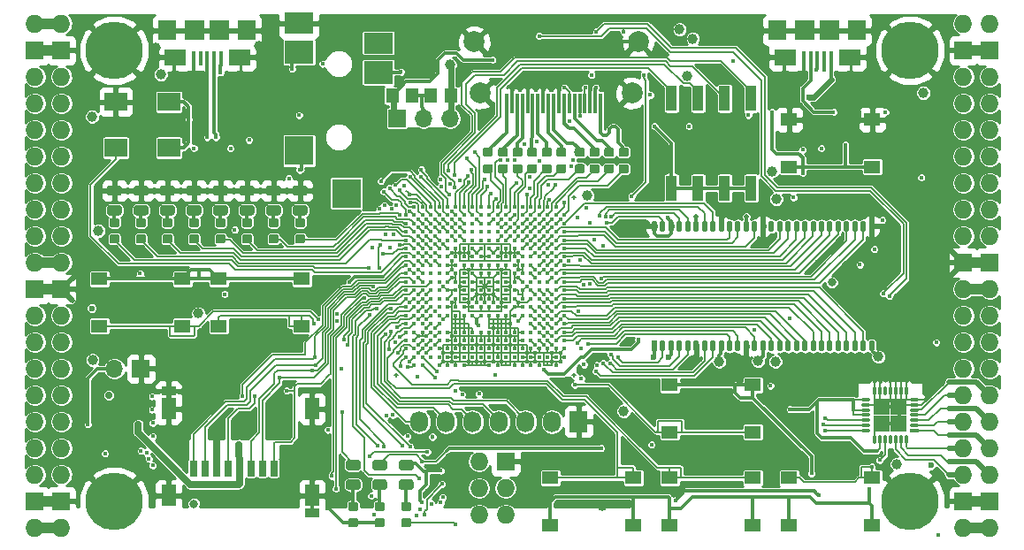
<source format=gtl>
G04 #@! TF.GenerationSoftware,KiCad,Pcbnew,5.0.0+dfsg1-2*
G04 #@! TF.CreationDate,2018-09-17T11:23:49+02:00*
G04 #@! TF.ProjectId,ulx3s,756C7833732E6B696361645F70636200,rev?*
G04 #@! TF.SameCoordinates,Original*
G04 #@! TF.FileFunction,Copper,L1,Top,Signal*
G04 #@! TF.FilePolarity,Positive*
%FSLAX46Y46*%
G04 Gerber Fmt 4.6, Leading zero omitted, Abs format (unit mm)*
G04 Created by KiCad (PCBNEW 5.0.0+dfsg1-2) date Mon Sep 17 11:23:49 2018*
%MOMM*%
%LPD*%
G01*
G04 APERTURE LIST*
G04 #@! TA.AperFunction,BGAPad,CuDef*
%ADD10C,0.400000*%
G04 #@! TD*
G04 #@! TA.AperFunction,SMDPad,CuDef*
%ADD11O,0.127000X0.508000*%
G04 #@! TD*
G04 #@! TA.AperFunction,SMDPad,CuDef*
%ADD12O,0.508000X0.127000*%
G04 #@! TD*
G04 #@! TA.AperFunction,SMDPad,CuDef*
%ADD13R,1.625000X1.625000*%
G04 #@! TD*
G04 #@! TA.AperFunction,SMDPad,CuDef*
%ADD14O,0.300000X0.950000*%
G04 #@! TD*
G04 #@! TA.AperFunction,SMDPad,CuDef*
%ADD15O,0.950000X0.300000*%
G04 #@! TD*
G04 #@! TA.AperFunction,SMDPad,CuDef*
%ADD16R,0.950000X0.300000*%
G04 #@! TD*
G04 #@! TA.AperFunction,Conductor*
%ADD17C,0.100000*%
G04 #@! TD*
G04 #@! TA.AperFunction,SMDPad,CuDef*
%ADD18C,0.875000*%
G04 #@! TD*
G04 #@! TA.AperFunction,SMDPad,CuDef*
%ADD19C,0.975000*%
G04 #@! TD*
G04 #@! TA.AperFunction,SMDPad,CuDef*
%ADD20O,0.560000X1.100000*%
G04 #@! TD*
G04 #@! TA.AperFunction,SMDPad,CuDef*
%ADD21R,0.560000X1.100000*%
G04 #@! TD*
G04 #@! TA.AperFunction,SMDPad,CuDef*
%ADD22R,1.120000X2.440000*%
G04 #@! TD*
G04 #@! TA.AperFunction,SMDPad,CuDef*
%ADD23R,1.800000X1.900000*%
G04 #@! TD*
G04 #@! TA.AperFunction,SMDPad,CuDef*
%ADD24R,0.400000X1.350000*%
G04 #@! TD*
G04 #@! TA.AperFunction,SMDPad,CuDef*
%ADD25R,1.900000X1.900000*%
G04 #@! TD*
G04 #@! TA.AperFunction,SMDPad,CuDef*
%ADD26R,2.100000X1.600000*%
G04 #@! TD*
G04 #@! TA.AperFunction,SMDPad,CuDef*
%ADD27R,2.800000X2.000000*%
G04 #@! TD*
G04 #@! TA.AperFunction,SMDPad,CuDef*
%ADD28R,2.800000X2.200000*%
G04 #@! TD*
G04 #@! TA.AperFunction,SMDPad,CuDef*
%ADD29R,2.800000X2.800000*%
G04 #@! TD*
G04 #@! TA.AperFunction,SMDPad,CuDef*
%ADD30R,0.300000X1.900000*%
G04 #@! TD*
G04 #@! TA.AperFunction,ComponentPad*
%ADD31C,2.000000*%
G04 #@! TD*
G04 #@! TA.AperFunction,SMDPad,CuDef*
%ADD32R,0.700000X1.500000*%
G04 #@! TD*
G04 #@! TA.AperFunction,SMDPad,CuDef*
%ADD33R,1.450000X0.900000*%
G04 #@! TD*
G04 #@! TA.AperFunction,SMDPad,CuDef*
%ADD34R,1.450000X2.000000*%
G04 #@! TD*
G04 #@! TA.AperFunction,SMDPad,CuDef*
%ADD35R,2.200000X1.800000*%
G04 #@! TD*
G04 #@! TA.AperFunction,ComponentPad*
%ADD36R,1.727200X2.032000*%
G04 #@! TD*
G04 #@! TA.AperFunction,ComponentPad*
%ADD37O,1.727200X2.032000*%
G04 #@! TD*
G04 #@! TA.AperFunction,ComponentPad*
%ADD38O,1.727200X1.727200*%
G04 #@! TD*
G04 #@! TA.AperFunction,ComponentPad*
%ADD39R,1.727200X1.727200*%
G04 #@! TD*
G04 #@! TA.AperFunction,ComponentPad*
%ADD40C,5.500000*%
G04 #@! TD*
G04 #@! TA.AperFunction,ComponentPad*
%ADD41R,1.700000X1.700000*%
G04 #@! TD*
G04 #@! TA.AperFunction,ComponentPad*
%ADD42O,1.700000X1.700000*%
G04 #@! TD*
G04 #@! TA.AperFunction,SMDPad,CuDef*
%ADD43R,1.295000X1.400000*%
G04 #@! TD*
G04 #@! TA.AperFunction,SMDPad,CuDef*
%ADD44R,1.550000X1.300000*%
G04 #@! TD*
G04 #@! TA.AperFunction,ViaPad*
%ADD45C,2.000000*%
G04 #@! TD*
G04 #@! TA.AperFunction,ViaPad*
%ADD46C,0.419000*%
G04 #@! TD*
G04 #@! TA.AperFunction,ViaPad*
%ADD47C,1.000000*%
G04 #@! TD*
G04 #@! TA.AperFunction,ViaPad*
%ADD48C,0.600000*%
G04 #@! TD*
G04 #@! TA.AperFunction,ViaPad*
%ADD49C,0.800000*%
G04 #@! TD*
G04 #@! TA.AperFunction,ViaPad*
%ADD50C,0.500000*%
G04 #@! TD*
G04 #@! TA.AperFunction,ViaPad*
%ADD51C,0.700000*%
G04 #@! TD*
G04 #@! TA.AperFunction,ViaPad*
%ADD52C,0.454000*%
G04 #@! TD*
G04 #@! TA.AperFunction,Conductor*
%ADD53C,0.300000*%
G04 #@! TD*
G04 #@! TA.AperFunction,Conductor*
%ADD54C,0.127000*%
G04 #@! TD*
G04 #@! TA.AperFunction,Conductor*
%ADD55C,0.500000*%
G04 #@! TD*
G04 #@! TA.AperFunction,Conductor*
%ADD56C,1.000000*%
G04 #@! TD*
G04 #@! TA.AperFunction,Conductor*
%ADD57C,0.190000*%
G04 #@! TD*
G04 #@! TA.AperFunction,Conductor*
%ADD58C,0.700000*%
G04 #@! TD*
G04 #@! TA.AperFunction,Conductor*
%ADD59C,0.600000*%
G04 #@! TD*
G04 #@! TA.AperFunction,Conductor*
%ADD60C,0.800000*%
G04 #@! TD*
G04 #@! TA.AperFunction,Conductor*
%ADD61C,0.140000*%
G04 #@! TD*
G04 #@! TA.AperFunction,Conductor*
%ADD62C,0.254000*%
G04 #@! TD*
G04 APERTURE END LIST*
D10*
G04 #@! TO.P,U1,Y19*
G04 #@! TO.N,GND*
X145280000Y-95400000D03*
G04 #@! TO.P,U1,Y17*
X143680000Y-95400000D03*
G04 #@! TO.P,U1,Y16*
X142880000Y-95400000D03*
G04 #@! TO.P,U1,Y15*
X142080000Y-95400000D03*
G04 #@! TO.P,U1,Y14*
X141280000Y-95400000D03*
G04 #@! TO.P,U1,Y12*
X139680000Y-95400000D03*
G04 #@! TO.P,U1,Y11*
X138880000Y-95400000D03*
G04 #@! TO.P,U1,Y8*
X136480000Y-95400000D03*
G04 #@! TO.P,U1,Y7*
X135680000Y-95400000D03*
G04 #@! TO.P,U1,Y6*
X134880000Y-95400000D03*
G04 #@! TO.P,U1,Y5*
X134080000Y-95400000D03*
G04 #@! TO.P,U1,Y3*
G04 #@! TO.N,/flash/FPGA_DONE*
X132480000Y-95400000D03*
G04 #@! TO.P,U1,Y2*
G04 #@! TO.N,/flash/FLASH_nWP*
X131680000Y-95400000D03*
G04 #@! TO.P,U1,W20*
G04 #@! TO.N,GND*
X146080000Y-94600000D03*
G04 #@! TO.P,U1,W19*
X145280000Y-94600000D03*
G04 #@! TO.P,U1,W18*
G04 #@! TO.N,N/C*
X144480000Y-94600000D03*
G04 #@! TO.P,U1,W17*
X143680000Y-94600000D03*
G04 #@! TO.P,U1,W16*
G04 #@! TO.N,GND*
X142880000Y-94600000D03*
G04 #@! TO.P,U1,W15*
X142080000Y-94600000D03*
G04 #@! TO.P,U1,W14*
G04 #@! TO.N,N/C*
X141280000Y-94600000D03*
G04 #@! TO.P,U1,W13*
X140480000Y-94600000D03*
G04 #@! TO.P,U1,W12*
G04 #@! TO.N,GND*
X139680000Y-94600000D03*
G04 #@! TO.P,U1,W11*
G04 #@! TO.N,N/C*
X138880000Y-94600000D03*
G04 #@! TO.P,U1,W10*
X138080000Y-94600000D03*
G04 #@! TO.P,U1,W9*
X137280000Y-94600000D03*
G04 #@! TO.P,U1,W8*
X136480000Y-94600000D03*
G04 #@! TO.P,U1,W7*
G04 #@! TO.N,GND*
X135680000Y-94600000D03*
G04 #@! TO.P,U1,W6*
X134880000Y-94600000D03*
G04 #@! TO.P,U1,W5*
G04 #@! TO.N,N/C*
X134080000Y-94600000D03*
G04 #@! TO.P,U1,W4*
X133280000Y-94600000D03*
G04 #@! TO.P,U1,W3*
G04 #@! TO.N,/flash/FPGA_PROGRAMN*
X132480000Y-94600000D03*
G04 #@! TO.P,U1,W2*
G04 #@! TO.N,/flash/FLASH_MOSI*
X131680000Y-94600000D03*
G04 #@! TO.P,U1,W1*
G04 #@! TO.N,/flash/FLASH_nHOLD*
X130880000Y-94600000D03*
G04 #@! TO.P,U1,V20*
G04 #@! TO.N,GND*
X146080000Y-93800000D03*
G04 #@! TO.P,U1,V19*
X145280000Y-93800000D03*
G04 #@! TO.P,U1,V18*
X144480000Y-93800000D03*
G04 #@! TO.P,U1,V17*
X143680000Y-93800000D03*
G04 #@! TO.P,U1,V16*
X142880000Y-93800000D03*
G04 #@! TO.P,U1,V15*
X142080000Y-93800000D03*
G04 #@! TO.P,U1,V14*
X141280000Y-93800000D03*
G04 #@! TO.P,U1,V13*
X140480000Y-93800000D03*
G04 #@! TO.P,U1,V12*
X139680000Y-93800000D03*
G04 #@! TO.P,U1,V11*
X138880000Y-93800000D03*
G04 #@! TO.P,U1,V10*
X138080000Y-93800000D03*
G04 #@! TO.P,U1,V9*
X137280000Y-93800000D03*
G04 #@! TO.P,U1,V8*
X136480000Y-93800000D03*
G04 #@! TO.P,U1,V7*
X135680000Y-93800000D03*
G04 #@! TO.P,U1,V6*
X134880000Y-93800000D03*
G04 #@! TO.P,U1,V5*
X134080000Y-93800000D03*
G04 #@! TO.P,U1,V4*
G04 #@! TO.N,JTAG_TDO*
X133280000Y-93800000D03*
G04 #@! TO.P,U1,V3*
G04 #@! TO.N,/flash/FPGA_INITN*
X132480000Y-93800000D03*
G04 #@! TO.P,U1,V2*
G04 #@! TO.N,/flash/FLASH_MISO*
X131680000Y-93800000D03*
G04 #@! TO.P,U1,V1*
G04 #@! TO.N,BTN_D*
X130880000Y-93800000D03*
G04 #@! TO.P,U1,U20*
G04 #@! TO.N,SDRAM_D7*
X146080000Y-93000000D03*
G04 #@! TO.P,U1,U19*
G04 #@! TO.N,SDRAM_DQM0*
X145280000Y-93000000D03*
G04 #@! TO.P,U1,U18*
G04 #@! TO.N,GP14*
X144480000Y-93000000D03*
G04 #@! TO.P,U1,U17*
G04 #@! TO.N,GN14*
X143680000Y-93000000D03*
G04 #@! TO.P,U1,U16*
G04 #@! TO.N,ADC_MISO*
X142880000Y-93000000D03*
G04 #@! TO.P,U1,U15*
G04 #@! TO.N,GND*
X142080000Y-93000000D03*
G04 #@! TO.P,U1,U14*
X141280000Y-93000000D03*
G04 #@! TO.P,U1,U13*
X140480000Y-93000000D03*
G04 #@! TO.P,U1,U12*
X139680000Y-93000000D03*
G04 #@! TO.P,U1,U11*
X138880000Y-93000000D03*
G04 #@! TO.P,U1,U10*
X138080000Y-93000000D03*
G04 #@! TO.P,U1,U9*
X137280000Y-93000000D03*
G04 #@! TO.P,U1,U8*
X136480000Y-93000000D03*
G04 #@! TO.P,U1,U7*
X135680000Y-93000000D03*
G04 #@! TO.P,U1,U6*
X134880000Y-93000000D03*
G04 #@! TO.P,U1,U5*
G04 #@! TO.N,JTAG_TMS*
X134080000Y-93000000D03*
G04 #@! TO.P,U1,U4*
G04 #@! TO.N,GND*
X133280000Y-93000000D03*
G04 #@! TO.P,U1,U3*
G04 #@! TO.N,/flash/FLASH_SCK*
X132480000Y-93000000D03*
G04 #@! TO.P,U1,U2*
G04 #@! TO.N,+3V3*
X131680000Y-93000000D03*
G04 #@! TO.P,U1,U1*
G04 #@! TO.N,BTN_L*
X130880000Y-93000000D03*
G04 #@! TO.P,U1,T20*
G04 #@! TO.N,SDRAM_nWE*
X146080000Y-92200000D03*
G04 #@! TO.P,U1,T19*
G04 #@! TO.N,SDRAM_nCAS*
X145280000Y-92200000D03*
G04 #@! TO.P,U1,T18*
G04 #@! TO.N,SDRAM_D5*
X144480000Y-92200000D03*
G04 #@! TO.P,U1,T17*
G04 #@! TO.N,SDRAM_D6*
X143680000Y-92200000D03*
G04 #@! TO.P,U1,T16*
G04 #@! TO.N,N/C*
X142880000Y-92200000D03*
G04 #@! TO.P,U1,T15*
G04 #@! TO.N,GND*
X142080000Y-92200000D03*
G04 #@! TO.P,U1,T14*
X141280000Y-92200000D03*
G04 #@! TO.P,U1,T13*
X140480000Y-92200000D03*
G04 #@! TO.P,U1,T12*
X139680000Y-92200000D03*
G04 #@! TO.P,U1,T11*
X138880000Y-92200000D03*
G04 #@! TO.P,U1,T10*
X138080000Y-92200000D03*
G04 #@! TO.P,U1,T9*
X137280000Y-92200000D03*
G04 #@! TO.P,U1,T8*
X136480000Y-92200000D03*
G04 #@! TO.P,U1,T7*
X135680000Y-92200000D03*
G04 #@! TO.P,U1,T6*
X134880000Y-92200000D03*
G04 #@! TO.P,U1,T5*
G04 #@! TO.N,JTAG_TCK*
X134080000Y-92200000D03*
G04 #@! TO.P,U1,T4*
G04 #@! TO.N,+3V3*
X133280000Y-92200000D03*
G04 #@! TO.P,U1,T3*
X132480000Y-92200000D03*
G04 #@! TO.P,U1,T2*
X131680000Y-92200000D03*
G04 #@! TO.P,U1,T1*
G04 #@! TO.N,BTN_F2*
X130880000Y-92200000D03*
G04 #@! TO.P,U1,R20*
G04 #@! TO.N,SDRAM_nRAS*
X146080000Y-91400000D03*
G04 #@! TO.P,U1,R19*
G04 #@! TO.N,GND*
X145280000Y-91400000D03*
G04 #@! TO.P,U1,R18*
G04 #@! TO.N,BTN_U*
X144480000Y-91400000D03*
G04 #@! TO.P,U1,R17*
G04 #@! TO.N,ADC_CSn*
X143680000Y-91400000D03*
G04 #@! TO.P,U1,R16*
G04 #@! TO.N,ADC_MOSI*
X142880000Y-91400000D03*
G04 #@! TO.P,U1,R5*
G04 #@! TO.N,JTAG_TDI*
X134080000Y-91400000D03*
G04 #@! TO.P,U1,R4*
G04 #@! TO.N,GND*
X133280000Y-91400000D03*
G04 #@! TO.P,U1,R3*
G04 #@! TO.N,N/C*
X132480000Y-91400000D03*
G04 #@! TO.P,U1,R2*
G04 #@! TO.N,/flash/FLASH_nCS*
X131680000Y-91400000D03*
G04 #@! TO.P,U1,R1*
G04 #@! TO.N,BTN_F1*
X130880000Y-91400000D03*
G04 #@! TO.P,U1,P20*
G04 #@! TO.N,SDRAM_nCS*
X146080000Y-90600000D03*
G04 #@! TO.P,U1,P19*
G04 #@! TO.N,SDRAM_BA0*
X145280000Y-90600000D03*
G04 #@! TO.P,U1,P18*
G04 #@! TO.N,SDRAM_D4*
X144480000Y-90600000D03*
G04 #@! TO.P,U1,P17*
G04 #@! TO.N,ADC_SCLK*
X143680000Y-90600000D03*
G04 #@! TO.P,U1,P16*
G04 #@! TO.N,GN15*
X142880000Y-90600000D03*
G04 #@! TO.P,U1,P15*
G04 #@! TO.N,+2V5*
X142080000Y-90600000D03*
G04 #@! TO.P,U1,P14*
G04 #@! TO.N,GND*
X141280000Y-90600000D03*
G04 #@! TO.P,U1,P13*
X140480000Y-90600000D03*
G04 #@! TO.P,U1,P12*
X139680000Y-90600000D03*
G04 #@! TO.P,U1,P11*
X138880000Y-90600000D03*
G04 #@! TO.P,U1,P10*
G04 #@! TO.N,+3V3*
X138080000Y-90600000D03*
G04 #@! TO.P,U1,P9*
X137280000Y-90600000D03*
G04 #@! TO.P,U1,P8*
G04 #@! TO.N,GND*
X136480000Y-90600000D03*
G04 #@! TO.P,U1,P7*
X135680000Y-90600000D03*
G04 #@! TO.P,U1,P6*
G04 #@! TO.N,+2V5*
X134880000Y-90600000D03*
G04 #@! TO.P,U1,P5*
G04 #@! TO.N,N/C*
X134080000Y-90600000D03*
G04 #@! TO.P,U1,P4*
G04 #@! TO.N,OLED_CLK*
X133280000Y-90600000D03*
G04 #@! TO.P,U1,P3*
G04 #@! TO.N,OLED_MOSI*
X132480000Y-90600000D03*
G04 #@! TO.P,U1,P2*
G04 #@! TO.N,OLED_RES*
X131680000Y-90600000D03*
G04 #@! TO.P,U1,P1*
G04 #@! TO.N,OLED_DC*
X130880000Y-90600000D03*
G04 #@! TO.P,U1,N20*
G04 #@! TO.N,SDRAM_BA1*
X146080000Y-89800000D03*
G04 #@! TO.P,U1,N19*
G04 #@! TO.N,SDRAM_A10*
X145280000Y-89800000D03*
G04 #@! TO.P,U1,N18*
G04 #@! TO.N,SDRAM_D3*
X144480000Y-89800000D03*
G04 #@! TO.P,U1,N17*
G04 #@! TO.N,GP15*
X143680000Y-89800000D03*
G04 #@! TO.P,U1,N16*
G04 #@! TO.N,GP16*
X142880000Y-89800000D03*
G04 #@! TO.P,U1,N15*
G04 #@! TO.N,GND*
X142080000Y-89800000D03*
G04 #@! TO.P,U1,N14*
X141280000Y-89800000D03*
G04 #@! TO.P,U1,N13*
G04 #@! TO.N,+1V1*
X140480000Y-89800000D03*
G04 #@! TO.P,U1,N12*
X139680000Y-89800000D03*
G04 #@! TO.P,U1,N11*
X138880000Y-89800000D03*
G04 #@! TO.P,U1,N10*
X138080000Y-89800000D03*
G04 #@! TO.P,U1,N9*
X137280000Y-89800000D03*
G04 #@! TO.P,U1,N8*
X136480000Y-89800000D03*
G04 #@! TO.P,U1,N7*
G04 #@! TO.N,GND*
X135680000Y-89800000D03*
G04 #@! TO.P,U1,N6*
X134880000Y-89800000D03*
G04 #@! TO.P,U1,N5*
G04 #@! TO.N,N/C*
X134080000Y-89800000D03*
G04 #@! TO.P,U1,N4*
G04 #@! TO.N,WIFI_GPIO5*
X133280000Y-89800000D03*
G04 #@! TO.P,U1,N3*
G04 #@! TO.N,WIFI_GPIO17*
X132480000Y-89800000D03*
G04 #@! TO.P,U1,N2*
G04 #@! TO.N,OLED_CS*
X131680000Y-89800000D03*
G04 #@! TO.P,U1,N1*
G04 #@! TO.N,FTDI_nDTR*
X130880000Y-89800000D03*
G04 #@! TO.P,U1,M20*
G04 #@! TO.N,SDRAM_A0*
X146080000Y-89000000D03*
G04 #@! TO.P,U1,M19*
G04 #@! TO.N,SDRAM_A1*
X145280000Y-89000000D03*
G04 #@! TO.P,U1,M18*
G04 #@! TO.N,SDRAM_D2*
X144480000Y-89000000D03*
G04 #@! TO.P,U1,M17*
G04 #@! TO.N,GN16*
X143680000Y-89000000D03*
G04 #@! TO.P,U1,M16*
G04 #@! TO.N,GND*
X142880000Y-89000000D03*
G04 #@! TO.P,U1,M15*
G04 #@! TO.N,+3V3*
X142080000Y-89000000D03*
G04 #@! TO.P,U1,M14*
G04 #@! TO.N,GND*
X141280000Y-89000000D03*
G04 #@! TO.P,U1,M13*
G04 #@! TO.N,+1V1*
X140480000Y-89000000D03*
G04 #@! TO.P,U1,M12*
G04 #@! TO.N,GND*
X139680000Y-89000000D03*
G04 #@! TO.P,U1,M11*
X138880000Y-89000000D03*
G04 #@! TO.P,U1,M10*
X138080000Y-89000000D03*
G04 #@! TO.P,U1,M9*
X137280000Y-89000000D03*
G04 #@! TO.P,U1,M8*
G04 #@! TO.N,+1V1*
X136480000Y-89000000D03*
G04 #@! TO.P,U1,M7*
G04 #@! TO.N,GND*
X135680000Y-89000000D03*
G04 #@! TO.P,U1,M6*
G04 #@! TO.N,+3V3*
X134880000Y-89000000D03*
G04 #@! TO.P,U1,M5*
G04 #@! TO.N,N/C*
X134080000Y-89000000D03*
G04 #@! TO.P,U1,M4*
G04 #@! TO.N,USER_PROGRAMN*
X133280000Y-89000000D03*
G04 #@! TO.P,U1,M3*
G04 #@! TO.N,FTDI_nRTS*
X132480000Y-89000000D03*
G04 #@! TO.P,U1,M2*
G04 #@! TO.N,GND*
X131680000Y-89000000D03*
G04 #@! TO.P,U1,M1*
G04 #@! TO.N,FTDI_TXD*
X130880000Y-89000000D03*
G04 #@! TO.P,U1,L20*
G04 #@! TO.N,SDRAM_A2*
X146080000Y-88200000D03*
G04 #@! TO.P,U1,L19*
G04 #@! TO.N,SDRAM_A3*
X145280000Y-88200000D03*
G04 #@! TO.P,U1,L18*
G04 #@! TO.N,SDRAM_D1*
X144480000Y-88200000D03*
G04 #@! TO.P,U1,L17*
G04 #@! TO.N,GN17*
X143680000Y-88200000D03*
G04 #@! TO.P,U1,L16*
G04 #@! TO.N,GP17*
X142880000Y-88200000D03*
G04 #@! TO.P,U1,L15*
G04 #@! TO.N,+3V3*
X142080000Y-88200000D03*
G04 #@! TO.P,U1,L14*
X141280000Y-88200000D03*
G04 #@! TO.P,U1,L13*
G04 #@! TO.N,+1V1*
X140480000Y-88200000D03*
G04 #@! TO.P,U1,L12*
G04 #@! TO.N,GND*
X139680000Y-88200000D03*
G04 #@! TO.P,U1,L11*
X138880000Y-88200000D03*
G04 #@! TO.P,U1,L10*
X138080000Y-88200000D03*
G04 #@! TO.P,U1,L9*
X137280000Y-88200000D03*
G04 #@! TO.P,U1,L8*
G04 #@! TO.N,+1V1*
X136480000Y-88200000D03*
G04 #@! TO.P,U1,L7*
G04 #@! TO.N,+3V3*
X135680000Y-88200000D03*
G04 #@! TO.P,U1,L6*
X134880000Y-88200000D03*
G04 #@! TO.P,U1,L5*
G04 #@! TO.N,N/C*
X134080000Y-88200000D03*
G04 #@! TO.P,U1,L4*
G04 #@! TO.N,FTDI_RXD*
X133280000Y-88200000D03*
G04 #@! TO.P,U1,L3*
G04 #@! TO.N,FTDI_TXDEN*
X132480000Y-88200000D03*
G04 #@! TO.P,U1,L2*
G04 #@! TO.N,WIFI_GPIO0*
X131680000Y-88200000D03*
G04 #@! TO.P,U1,L1*
G04 #@! TO.N,WIFI_GPIO16*
X130880000Y-88200000D03*
G04 #@! TO.P,U1,K20*
G04 #@! TO.N,SDRAM_A4*
X146080000Y-87400000D03*
G04 #@! TO.P,U1,K19*
G04 #@! TO.N,SDRAM_A5*
X145280000Y-87400000D03*
G04 #@! TO.P,U1,K18*
G04 #@! TO.N,SDRAM_A6*
X144480000Y-87400000D03*
G04 #@! TO.P,U1,K17*
G04 #@! TO.N,N/C*
X143680000Y-87400000D03*
G04 #@! TO.P,U1,K16*
X142880000Y-87400000D03*
G04 #@! TO.P,U1,K15*
G04 #@! TO.N,GND*
X142080000Y-87400000D03*
G04 #@! TO.P,U1,K14*
X141280000Y-87400000D03*
G04 #@! TO.P,U1,K13*
G04 #@! TO.N,+1V1*
X140480000Y-87400000D03*
G04 #@! TO.P,U1,K12*
G04 #@! TO.N,GND*
X139680000Y-87400000D03*
G04 #@! TO.P,U1,K11*
X138880000Y-87400000D03*
G04 #@! TO.P,U1,K10*
X138080000Y-87400000D03*
G04 #@! TO.P,U1,K9*
X137280000Y-87400000D03*
G04 #@! TO.P,U1,K8*
G04 #@! TO.N,+1V1*
X136480000Y-87400000D03*
G04 #@! TO.P,U1,K7*
G04 #@! TO.N,GND*
X135680000Y-87400000D03*
G04 #@! TO.P,U1,K6*
X134880000Y-87400000D03*
G04 #@! TO.P,U1,K5*
G04 #@! TO.N,N/C*
X134080000Y-87400000D03*
G04 #@! TO.P,U1,K4*
G04 #@! TO.N,WIFI_TXD*
X133280000Y-87400000D03*
G04 #@! TO.P,U1,K3*
G04 #@! TO.N,WIFI_RXD*
X132480000Y-87400000D03*
G04 #@! TO.P,U1,K2*
G04 #@! TO.N,SD_D3*
X131680000Y-87400000D03*
G04 #@! TO.P,U1,K1*
G04 #@! TO.N,SD_D2*
X130880000Y-87400000D03*
G04 #@! TO.P,U1,J20*
G04 #@! TO.N,SDRAM_A7*
X146080000Y-86600000D03*
G04 #@! TO.P,U1,J19*
G04 #@! TO.N,SDRAM_A8*
X145280000Y-86600000D03*
G04 #@! TO.P,U1,J18*
G04 #@! TO.N,SDRAM_D14*
X144480000Y-86600000D03*
G04 #@! TO.P,U1,J17*
G04 #@! TO.N,SDRAM_D15*
X143680000Y-86600000D03*
G04 #@! TO.P,U1,J16*
G04 #@! TO.N,SDRAM_D0*
X142880000Y-86600000D03*
G04 #@! TO.P,U1,J15*
G04 #@! TO.N,+3V3*
X142080000Y-86600000D03*
G04 #@! TO.P,U1,J14*
G04 #@! TO.N,GND*
X141280000Y-86600000D03*
G04 #@! TO.P,U1,J13*
G04 #@! TO.N,+1V1*
X140480000Y-86600000D03*
G04 #@! TO.P,U1,J12*
G04 #@! TO.N,GND*
X139680000Y-86600000D03*
G04 #@! TO.P,U1,J11*
X138880000Y-86600000D03*
G04 #@! TO.P,U1,J10*
X138080000Y-86600000D03*
G04 #@! TO.P,U1,J9*
X137280000Y-86600000D03*
G04 #@! TO.P,U1,J8*
G04 #@! TO.N,+1V1*
X136480000Y-86600000D03*
G04 #@! TO.P,U1,J7*
G04 #@! TO.N,GND*
X135680000Y-86600000D03*
G04 #@! TO.P,U1,J6*
G04 #@! TO.N,2V5_3V3*
X134880000Y-86600000D03*
G04 #@! TO.P,U1,J5*
G04 #@! TO.N,N/C*
X134080000Y-86600000D03*
G04 #@! TO.P,U1,J4*
X133280000Y-86600000D03*
G04 #@! TO.P,U1,J3*
G04 #@! TO.N,SD_D0*
X132480000Y-86600000D03*
G04 #@! TO.P,U1,J2*
G04 #@! TO.N,GND*
X131680000Y-86600000D03*
G04 #@! TO.P,U1,J1*
G04 #@! TO.N,SD_CMD*
X130880000Y-86600000D03*
G04 #@! TO.P,U1,H20*
G04 #@! TO.N,SDRAM_A9*
X146080000Y-85800000D03*
G04 #@! TO.P,U1,H19*
G04 #@! TO.N,GND*
X145280000Y-85800000D03*
G04 #@! TO.P,U1,H18*
G04 #@! TO.N,GP18*
X144480000Y-85800000D03*
G04 #@! TO.P,U1,H17*
G04 #@! TO.N,GN18*
X143680000Y-85800000D03*
G04 #@! TO.P,U1,H16*
G04 #@! TO.N,BTN_R*
X142880000Y-85800000D03*
G04 #@! TO.P,U1,H15*
G04 #@! TO.N,+3V3*
X142080000Y-85800000D03*
G04 #@! TO.P,U1,H14*
X141280000Y-85800000D03*
G04 #@! TO.P,U1,H13*
G04 #@! TO.N,+1V1*
X140480000Y-85800000D03*
G04 #@! TO.P,U1,H12*
X139680000Y-85800000D03*
G04 #@! TO.P,U1,H11*
X138880000Y-85800000D03*
G04 #@! TO.P,U1,H10*
X138080000Y-85800000D03*
G04 #@! TO.P,U1,H9*
X137280000Y-85800000D03*
G04 #@! TO.P,U1,H8*
X136480000Y-85800000D03*
G04 #@! TO.P,U1,H7*
G04 #@! TO.N,2V5_3V3*
X135680000Y-85800000D03*
G04 #@! TO.P,U1,H6*
X134880000Y-85800000D03*
G04 #@! TO.P,U1,H5*
G04 #@! TO.N,AUDIO_V0*
X134080000Y-85800000D03*
G04 #@! TO.P,U1,H4*
G04 #@! TO.N,GP13*
X133280000Y-85800000D03*
G04 #@! TO.P,U1,H3*
G04 #@! TO.N,LED7*
X132480000Y-85800000D03*
G04 #@! TO.P,U1,H2*
G04 #@! TO.N,SD_CLK*
X131680000Y-85800000D03*
G04 #@! TO.P,U1,H1*
G04 #@! TO.N,SD_D1*
X130880000Y-85800000D03*
G04 #@! TO.P,U1,G20*
G04 #@! TO.N,SDRAM_A11*
X146080000Y-85000000D03*
G04 #@! TO.P,U1,G19*
G04 #@! TO.N,SDRAM_A12*
X145280000Y-85000000D03*
G04 #@! TO.P,U1,G18*
G04 #@! TO.N,GN19*
X144480000Y-85000000D03*
G04 #@! TO.P,U1,G17*
G04 #@! TO.N,GND*
X143680000Y-85000000D03*
G04 #@! TO.P,U1,G16*
G04 #@! TO.N,SHUTDOWN*
X142880000Y-85000000D03*
G04 #@! TO.P,U1,G15*
G04 #@! TO.N,GND*
X142080000Y-85000000D03*
G04 #@! TO.P,U1,G14*
X141280000Y-85000000D03*
G04 #@! TO.P,U1,G13*
X140480000Y-85000000D03*
G04 #@! TO.P,U1,G12*
X139680000Y-85000000D03*
G04 #@! TO.P,U1,G11*
X138880000Y-85000000D03*
G04 #@! TO.P,U1,G10*
X138080000Y-85000000D03*
G04 #@! TO.P,U1,G9*
X137280000Y-85000000D03*
G04 #@! TO.P,U1,G8*
X136480000Y-85000000D03*
G04 #@! TO.P,U1,G7*
X135680000Y-85000000D03*
G04 #@! TO.P,U1,G6*
X134880000Y-85000000D03*
G04 #@! TO.P,U1,G5*
G04 #@! TO.N,GN13*
X134080000Y-85000000D03*
G04 #@! TO.P,U1,G4*
G04 #@! TO.N,GND*
X133280000Y-85000000D03*
G04 #@! TO.P,U1,G3*
G04 #@! TO.N,GP12*
X132480000Y-85000000D03*
G04 #@! TO.P,U1,G2*
G04 #@! TO.N,CLK_25MHz*
X131680000Y-85000000D03*
G04 #@! TO.P,U1,G1*
G04 #@! TO.N,/usb/ANT_433MHz*
X130880000Y-85000000D03*
G04 #@! TO.P,U1,F20*
G04 #@! TO.N,SDRAM_CKE*
X146080000Y-84200000D03*
G04 #@! TO.P,U1,F19*
G04 #@! TO.N,SDRAM_CLK*
X145280000Y-84200000D03*
G04 #@! TO.P,U1,F18*
G04 #@! TO.N,SDRAM_D13*
X144480000Y-84200000D03*
G04 #@! TO.P,U1,F17*
G04 #@! TO.N,GP19*
X143680000Y-84200000D03*
G04 #@! TO.P,U1,F16*
G04 #@! TO.N,USB_FPGA_D-*
X142880000Y-84200000D03*
G04 #@! TO.P,U1,F15*
G04 #@! TO.N,+2V5*
X142080000Y-84200000D03*
G04 #@! TO.P,U1,F14*
G04 #@! TO.N,GND*
X141280000Y-84200000D03*
G04 #@! TO.P,U1,F13*
X140480000Y-84200000D03*
G04 #@! TO.P,U1,F12*
G04 #@! TO.N,+3V3*
X139680000Y-84200000D03*
G04 #@! TO.P,U1,F11*
X138880000Y-84200000D03*
G04 #@! TO.P,U1,F10*
G04 #@! TO.N,2V5_3V3*
X138080000Y-84200000D03*
G04 #@! TO.P,U1,F9*
X137280000Y-84200000D03*
G04 #@! TO.P,U1,F8*
G04 #@! TO.N,GND*
X136480000Y-84200000D03*
G04 #@! TO.P,U1,F7*
X135680000Y-84200000D03*
G04 #@! TO.P,U1,F6*
G04 #@! TO.N,+2V5*
X134880000Y-84200000D03*
G04 #@! TO.P,U1,F5*
G04 #@! TO.N,AUDIO_V2*
X134080000Y-84200000D03*
G04 #@! TO.P,U1,F4*
G04 #@! TO.N,GP11*
X133280000Y-84200000D03*
G04 #@! TO.P,U1,F3*
G04 #@! TO.N,GN12*
X132480000Y-84200000D03*
G04 #@! TO.P,U1,F2*
G04 #@! TO.N,AUDIO_V1*
X131680000Y-84200000D03*
G04 #@! TO.P,U1,F1*
G04 #@! TO.N,WIFI_EN*
X130880000Y-84200000D03*
G04 #@! TO.P,U1,E20*
G04 #@! TO.N,SDRAM_DQM1*
X146080000Y-83400000D03*
G04 #@! TO.P,U1,E19*
G04 #@! TO.N,SDRAM_D8*
X145280000Y-83400000D03*
G04 #@! TO.P,U1,E18*
G04 #@! TO.N,SDRAM_D12*
X144480000Y-83400000D03*
G04 #@! TO.P,U1,E17*
G04 #@! TO.N,GN20*
X143680000Y-83400000D03*
G04 #@! TO.P,U1,E16*
G04 #@! TO.N,USB_FPGA_D+*
X142880000Y-83400000D03*
G04 #@! TO.P,U1,E15*
G04 #@! TO.N,USB_FPGA_D-*
X142080000Y-83400000D03*
G04 #@! TO.P,U1,E14*
G04 #@! TO.N,GN25*
X141280000Y-83400000D03*
G04 #@! TO.P,U1,E13*
G04 #@! TO.N,GN27*
X140480000Y-83400000D03*
G04 #@! TO.P,U1,E12*
G04 #@! TO.N,FPDI_SCL*
X139680000Y-83400000D03*
G04 #@! TO.P,U1,E11*
G04 #@! TO.N,N/C*
X138880000Y-83400000D03*
G04 #@! TO.P,U1,E10*
X138080000Y-83400000D03*
G04 #@! TO.P,U1,E9*
X137280000Y-83400000D03*
G04 #@! TO.P,U1,E8*
G04 #@! TO.N,SW1*
X136480000Y-83400000D03*
G04 #@! TO.P,U1,E7*
G04 #@! TO.N,SW4*
X135680000Y-83400000D03*
G04 #@! TO.P,U1,E6*
G04 #@! TO.N,N/C*
X134880000Y-83400000D03*
G04 #@! TO.P,U1,E5*
G04 #@! TO.N,AUDIO_V3*
X134080000Y-83400000D03*
G04 #@! TO.P,U1,E4*
G04 #@! TO.N,AUDIO_L0*
X133280000Y-83400000D03*
G04 #@! TO.P,U1,E3*
G04 #@! TO.N,GN11*
X132480000Y-83400000D03*
G04 #@! TO.P,U1,E2*
G04 #@! TO.N,LED5*
X131680000Y-83400000D03*
G04 #@! TO.P,U1,E1*
G04 #@! TO.N,LED6*
X130880000Y-83400000D03*
G04 #@! TO.P,U1,D20*
G04 #@! TO.N,SDRAM_D9*
X146080000Y-82600000D03*
G04 #@! TO.P,U1,D19*
G04 #@! TO.N,SDRAM_D10*
X145280000Y-82600000D03*
G04 #@! TO.P,U1,D18*
G04 #@! TO.N,GP20*
X144480000Y-82600000D03*
G04 #@! TO.P,U1,D17*
G04 #@! TO.N,GN21*
X143680000Y-82600000D03*
G04 #@! TO.P,U1,D16*
G04 #@! TO.N,GN24*
X142880000Y-82600000D03*
G04 #@! TO.P,U1,D15*
G04 #@! TO.N,USB_FPGA_D+*
X142080000Y-82600000D03*
G04 #@! TO.P,U1,D14*
G04 #@! TO.N,GP25*
X141280000Y-82600000D03*
G04 #@! TO.P,U1,D13*
G04 #@! TO.N,GP27*
X140480000Y-82600000D03*
G04 #@! TO.P,U1,D12*
G04 #@! TO.N,N/C*
X139680000Y-82600000D03*
G04 #@! TO.P,U1,D11*
X138880000Y-82600000D03*
G04 #@! TO.P,U1,D10*
X138080000Y-82600000D03*
G04 #@! TO.P,U1,D9*
X137280000Y-82600000D03*
G04 #@! TO.P,U1,D8*
G04 #@! TO.N,SW2*
X136480000Y-82600000D03*
G04 #@! TO.P,U1,D7*
G04 #@! TO.N,SW3*
X135680000Y-82600000D03*
G04 #@! TO.P,U1,D6*
G04 #@! TO.N,BTN_PWRn*
X134880000Y-82600000D03*
G04 #@! TO.P,U1,D5*
G04 #@! TO.N,AUDIO_R2*
X134080000Y-82600000D03*
G04 #@! TO.P,U1,D4*
G04 #@! TO.N,GND*
X133280000Y-82600000D03*
G04 #@! TO.P,U1,D3*
G04 #@! TO.N,AUDIO_L1*
X132480000Y-82600000D03*
G04 #@! TO.P,U1,D2*
G04 #@! TO.N,LED3*
X131680000Y-82600000D03*
G04 #@! TO.P,U1,D1*
G04 #@! TO.N,LED4*
X130880000Y-82600000D03*
G04 #@! TO.P,U1,C20*
G04 #@! TO.N,SDRAM_D11*
X146080000Y-81800000D03*
G04 #@! TO.P,U1,C19*
G04 #@! TO.N,GND*
X145280000Y-81800000D03*
G04 #@! TO.P,U1,C18*
G04 #@! TO.N,GP21*
X144480000Y-81800000D03*
G04 #@! TO.P,U1,C17*
G04 #@! TO.N,GN23*
X143680000Y-81800000D03*
G04 #@! TO.P,U1,C16*
G04 #@! TO.N,GP24*
X142880000Y-81800000D03*
G04 #@! TO.P,U1,C15*
G04 #@! TO.N,GN22*
X142080000Y-81800000D03*
G04 #@! TO.P,U1,C14*
G04 #@! TO.N,FPDI_D1-*
X141280000Y-81800000D03*
G04 #@! TO.P,U1,C13*
G04 #@! TO.N,GN26*
X140480000Y-81800000D03*
G04 #@! TO.P,U1,C12*
G04 #@! TO.N,USB_FPGA_PULL_D-*
X139680000Y-81800000D03*
G04 #@! TO.P,U1,C11*
G04 #@! TO.N,GN0*
X138880000Y-81800000D03*
G04 #@! TO.P,U1,C10*
G04 #@! TO.N,GN3*
X138080000Y-81800000D03*
G04 #@! TO.P,U1,C9*
G04 #@! TO.N,N/C*
X137280000Y-81800000D03*
G04 #@! TO.P,U1,C8*
G04 #@! TO.N,GP5*
X136480000Y-81800000D03*
G04 #@! TO.P,U1,C7*
G04 #@! TO.N,GN6*
X135680000Y-81800000D03*
G04 #@! TO.P,U1,C6*
G04 #@! TO.N,GP6*
X134880000Y-81800000D03*
G04 #@! TO.P,U1,C5*
G04 #@! TO.N,AUDIO_R3*
X134080000Y-81800000D03*
G04 #@! TO.P,U1,C4*
G04 #@! TO.N,GP10*
X133280000Y-81800000D03*
G04 #@! TO.P,U1,C3*
G04 #@! TO.N,AUDIO_L2*
X132480000Y-81800000D03*
G04 #@! TO.P,U1,C2*
G04 #@! TO.N,LED1*
X131680000Y-81800000D03*
G04 #@! TO.P,U1,C1*
G04 #@! TO.N,LED2*
X130880000Y-81800000D03*
G04 #@! TO.P,U1,B20*
G04 #@! TO.N,FPDI_ETH-*
X146080000Y-81000000D03*
G04 #@! TO.P,U1,B19*
G04 #@! TO.N,FPDI_SDA*
X145280000Y-81000000D03*
G04 #@! TO.P,U1,B18*
G04 #@! TO.N,FPDI_CLK-*
X144480000Y-81000000D03*
G04 #@! TO.P,U1,B17*
G04 #@! TO.N,GP23*
X143680000Y-81000000D03*
G04 #@! TO.P,U1,B16*
G04 #@! TO.N,FPDI_D0-*
X142880000Y-81000000D03*
G04 #@! TO.P,U1,B15*
G04 #@! TO.N,GP22*
X142080000Y-81000000D03*
G04 #@! TO.P,U1,B14*
G04 #@! TO.N,GND*
X141280000Y-81000000D03*
G04 #@! TO.P,U1,B13*
G04 #@! TO.N,GP26*
X140480000Y-81000000D03*
G04 #@! TO.P,U1,B12*
G04 #@! TO.N,USB_FPGA_PULL_D+*
X139680000Y-81000000D03*
G04 #@! TO.P,U1,B11*
G04 #@! TO.N,GP0*
X138880000Y-81000000D03*
G04 #@! TO.P,U1,B10*
G04 #@! TO.N,GN2*
X138080000Y-81000000D03*
G04 #@! TO.P,U1,B9*
G04 #@! TO.N,GP3*
X137280000Y-81000000D03*
G04 #@! TO.P,U1,B8*
G04 #@! TO.N,GN5*
X136480000Y-81000000D03*
G04 #@! TO.P,U1,B7*
G04 #@! TO.N,GND*
X135680000Y-81000000D03*
G04 #@! TO.P,U1,B6*
G04 #@! TO.N,GN7*
X134880000Y-81000000D03*
G04 #@! TO.P,U1,B5*
G04 #@! TO.N,AUDIO_R1*
X134080000Y-81000000D03*
G04 #@! TO.P,U1,B4*
G04 #@! TO.N,GN10*
X133280000Y-81000000D03*
G04 #@! TO.P,U1,B3*
G04 #@! TO.N,AUDIO_L3*
X132480000Y-81000000D03*
G04 #@! TO.P,U1,B2*
G04 #@! TO.N,LED0*
X131680000Y-81000000D03*
G04 #@! TO.P,U1,B1*
G04 #@! TO.N,GN9*
X130880000Y-81000000D03*
G04 #@! TO.P,U1,A19*
G04 #@! TO.N,FPDI_ETH+*
X145280000Y-80200000D03*
G04 #@! TO.P,U1,A18*
G04 #@! TO.N,/gpdi/FPDI_CEC*
X144480000Y-80200000D03*
G04 #@! TO.P,U1,A17*
G04 #@! TO.N,FPDI_CLK+*
X143680000Y-80200000D03*
G04 #@! TO.P,U1,A16*
G04 #@! TO.N,FPDI_D0+*
X142880000Y-80200000D03*
G04 #@! TO.P,U1,A15*
G04 #@! TO.N,N/C*
X142080000Y-80200000D03*
G04 #@! TO.P,U1,A14*
G04 #@! TO.N,FPDI_D1+*
X141280000Y-80200000D03*
G04 #@! TO.P,U1,A13*
G04 #@! TO.N,FPDI_D2-*
X140480000Y-80200000D03*
G04 #@! TO.P,U1,A12*
G04 #@! TO.N,FPDI_D2+*
X139680000Y-80200000D03*
G04 #@! TO.P,U1,A11*
G04 #@! TO.N,GN1*
X138880000Y-80200000D03*
G04 #@! TO.P,U1,A10*
G04 #@! TO.N,GP1*
X138080000Y-80200000D03*
G04 #@! TO.P,U1,A9*
G04 #@! TO.N,GP2*
X137280000Y-80200000D03*
G04 #@! TO.P,U1,A8*
G04 #@! TO.N,GN4*
X136480000Y-80200000D03*
G04 #@! TO.P,U1,A7*
G04 #@! TO.N,GP4*
X135680000Y-80200000D03*
G04 #@! TO.P,U1,A6*
G04 #@! TO.N,GP7*
X134880000Y-80200000D03*
G04 #@! TO.P,U1,A5*
G04 #@! TO.N,GN8*
X134080000Y-80200000D03*
G04 #@! TO.P,U1,A4*
G04 #@! TO.N,GP8*
X133280000Y-80200000D03*
G04 #@! TO.P,U1,A3*
G04 #@! TO.N,AUDIO_R0*
X132480000Y-80200000D03*
G04 #@! TO.P,U1,A2*
G04 #@! TO.N,GP9*
X131680000Y-80200000D03*
D11*
G04 #@! TO.P,U1,X*
G04 #@! TO.N,N/C*
X146980000Y-79300000D03*
D12*
X146980000Y-79300000D03*
D11*
X129980000Y-96300000D03*
D12*
X129980000Y-96300000D03*
X146980000Y-96300000D03*
D11*
X146980000Y-96300000D03*
G04 #@! TD*
D13*
G04 #@! TO.P,U8,29*
G04 #@! TO.N,GND*
X178097500Y-100967500D03*
X178097500Y-99342500D03*
X176472500Y-100967500D03*
X176472500Y-99342500D03*
D14*
G04 #@! TO.P,U8,28*
G04 #@! TO.N,GN15*
X178785000Y-102495000D03*
G04 #@! TO.P,U8,27*
G04 #@! TO.N,GP14*
X178285000Y-102495000D03*
G04 #@! TO.P,U8,26*
G04 #@! TO.N,GN14*
X177785000Y-102495000D03*
G04 #@! TO.P,U8,25*
G04 #@! TO.N,N/C*
X177285000Y-102495000D03*
G04 #@! TO.P,U8,24*
G04 #@! TO.N,ADC_MISO*
X176785000Y-102495000D03*
G04 #@! TO.P,U8,23*
G04 #@! TO.N,/analog/ADC3V3*
X176285000Y-102495000D03*
G04 #@! TO.P,U8,22*
G04 #@! TO.N,GND*
X175785000Y-102495000D03*
D15*
G04 #@! TO.P,U8,21*
G04 #@! TO.N,ADC_MOSI*
X174945000Y-101655000D03*
G04 #@! TO.P,U8,20*
G04 #@! TO.N,ADC_CSn*
X174945000Y-101155000D03*
G04 #@! TO.P,U8,19*
G04 #@! TO.N,ADC_SCLK*
X174945000Y-100655000D03*
G04 #@! TO.P,U8,18*
G04 #@! TO.N,/analog/ADC3V3*
X174945000Y-100155000D03*
G04 #@! TO.P,U8,17*
X174945000Y-99655000D03*
G04 #@! TO.P,U8,16*
G04 #@! TO.N,GND*
X174945000Y-99155000D03*
G04 #@! TO.P,U8,15*
G04 #@! TO.N,/analog/ADC3V3*
X174945000Y-98655000D03*
D14*
G04 #@! TO.P,U8,14*
G04 #@! TO.N,GND*
X175785000Y-97815000D03*
G04 #@! TO.P,U8,13*
X176285000Y-97815000D03*
G04 #@! TO.P,U8,12*
G04 #@! TO.N,N/C*
X176785000Y-97815000D03*
G04 #@! TO.P,U8,11*
G04 #@! TO.N,GND*
X177285000Y-97815000D03*
G04 #@! TO.P,U8,10*
X177785000Y-97815000D03*
G04 #@! TO.P,U8,9*
X178285000Y-97815000D03*
G04 #@! TO.P,U8,8*
X178785000Y-97815000D03*
D15*
G04 #@! TO.P,U8,7*
X179625000Y-98655000D03*
G04 #@! TO.P,U8,6*
X179625000Y-99155000D03*
G04 #@! TO.P,U8,5*
G04 #@! TO.N,GP17*
X179625000Y-99655000D03*
G04 #@! TO.P,U8,4*
G04 #@! TO.N,GN17*
X179625000Y-100155000D03*
G04 #@! TO.P,U8,3*
G04 #@! TO.N,GP16*
X179625000Y-100655000D03*
G04 #@! TO.P,U8,2*
G04 #@! TO.N,GN16*
X179625000Y-101155000D03*
D16*
G04 #@! TO.P,U8,1*
G04 #@! TO.N,GP15*
X179625000Y-101655000D03*
G04 #@! TD*
D17*
G04 #@! TO.N,/gpdi/GPDI_ETH-*
G04 #@! TO.C,C37*
G36*
X152035691Y-74547053D02*
X152056926Y-74550203D01*
X152077750Y-74555419D01*
X152097962Y-74562651D01*
X152117368Y-74571830D01*
X152135781Y-74582866D01*
X152153024Y-74595654D01*
X152168930Y-74610070D01*
X152183346Y-74625976D01*
X152196134Y-74643219D01*
X152207170Y-74661632D01*
X152216349Y-74681038D01*
X152223581Y-74701250D01*
X152228797Y-74722074D01*
X152231947Y-74743309D01*
X152233000Y-74764750D01*
X152233000Y-75202250D01*
X152231947Y-75223691D01*
X152228797Y-75244926D01*
X152223581Y-75265750D01*
X152216349Y-75285962D01*
X152207170Y-75305368D01*
X152196134Y-75323781D01*
X152183346Y-75341024D01*
X152168930Y-75356930D01*
X152153024Y-75371346D01*
X152135781Y-75384134D01*
X152117368Y-75395170D01*
X152097962Y-75404349D01*
X152077750Y-75411581D01*
X152056926Y-75416797D01*
X152035691Y-75419947D01*
X152014250Y-75421000D01*
X151501750Y-75421000D01*
X151480309Y-75419947D01*
X151459074Y-75416797D01*
X151438250Y-75411581D01*
X151418038Y-75404349D01*
X151398632Y-75395170D01*
X151380219Y-75384134D01*
X151362976Y-75371346D01*
X151347070Y-75356930D01*
X151332654Y-75341024D01*
X151319866Y-75323781D01*
X151308830Y-75305368D01*
X151299651Y-75285962D01*
X151292419Y-75265750D01*
X151287203Y-75244926D01*
X151284053Y-75223691D01*
X151283000Y-75202250D01*
X151283000Y-74764750D01*
X151284053Y-74743309D01*
X151287203Y-74722074D01*
X151292419Y-74701250D01*
X151299651Y-74681038D01*
X151308830Y-74661632D01*
X151319866Y-74643219D01*
X151332654Y-74625976D01*
X151347070Y-74610070D01*
X151362976Y-74595654D01*
X151380219Y-74582866D01*
X151398632Y-74571830D01*
X151418038Y-74562651D01*
X151438250Y-74555419D01*
X151459074Y-74550203D01*
X151480309Y-74547053D01*
X151501750Y-74546000D01*
X152014250Y-74546000D01*
X152035691Y-74547053D01*
X152035691Y-74547053D01*
G37*
D18*
G04 #@! TD*
G04 #@! TO.P,C37,2*
G04 #@! TO.N,/gpdi/GPDI_ETH-*
X151758000Y-74983500D03*
D17*
G04 #@! TO.N,FPDI_ETH-*
G04 #@! TO.C,C37*
G36*
X152035691Y-76122053D02*
X152056926Y-76125203D01*
X152077750Y-76130419D01*
X152097962Y-76137651D01*
X152117368Y-76146830D01*
X152135781Y-76157866D01*
X152153024Y-76170654D01*
X152168930Y-76185070D01*
X152183346Y-76200976D01*
X152196134Y-76218219D01*
X152207170Y-76236632D01*
X152216349Y-76256038D01*
X152223581Y-76276250D01*
X152228797Y-76297074D01*
X152231947Y-76318309D01*
X152233000Y-76339750D01*
X152233000Y-76777250D01*
X152231947Y-76798691D01*
X152228797Y-76819926D01*
X152223581Y-76840750D01*
X152216349Y-76860962D01*
X152207170Y-76880368D01*
X152196134Y-76898781D01*
X152183346Y-76916024D01*
X152168930Y-76931930D01*
X152153024Y-76946346D01*
X152135781Y-76959134D01*
X152117368Y-76970170D01*
X152097962Y-76979349D01*
X152077750Y-76986581D01*
X152056926Y-76991797D01*
X152035691Y-76994947D01*
X152014250Y-76996000D01*
X151501750Y-76996000D01*
X151480309Y-76994947D01*
X151459074Y-76991797D01*
X151438250Y-76986581D01*
X151418038Y-76979349D01*
X151398632Y-76970170D01*
X151380219Y-76959134D01*
X151362976Y-76946346D01*
X151347070Y-76931930D01*
X151332654Y-76916024D01*
X151319866Y-76898781D01*
X151308830Y-76880368D01*
X151299651Y-76860962D01*
X151292419Y-76840750D01*
X151287203Y-76819926D01*
X151284053Y-76798691D01*
X151283000Y-76777250D01*
X151283000Y-76339750D01*
X151284053Y-76318309D01*
X151287203Y-76297074D01*
X151292419Y-76276250D01*
X151299651Y-76256038D01*
X151308830Y-76236632D01*
X151319866Y-76218219D01*
X151332654Y-76200976D01*
X151347070Y-76185070D01*
X151362976Y-76170654D01*
X151380219Y-76157866D01*
X151398632Y-76146830D01*
X151418038Y-76137651D01*
X151438250Y-76130419D01*
X151459074Y-76125203D01*
X151480309Y-76122053D01*
X151501750Y-76121000D01*
X152014250Y-76121000D01*
X152035691Y-76122053D01*
X152035691Y-76122053D01*
G37*
D18*
G04 #@! TD*
G04 #@! TO.P,C37,1*
G04 #@! TO.N,FPDI_ETH-*
X151758000Y-76558500D03*
D17*
G04 #@! TO.N,/gpdi/GPDI_ETH+*
G04 #@! TO.C,C36*
G36*
X150638691Y-74547053D02*
X150659926Y-74550203D01*
X150680750Y-74555419D01*
X150700962Y-74562651D01*
X150720368Y-74571830D01*
X150738781Y-74582866D01*
X150756024Y-74595654D01*
X150771930Y-74610070D01*
X150786346Y-74625976D01*
X150799134Y-74643219D01*
X150810170Y-74661632D01*
X150819349Y-74681038D01*
X150826581Y-74701250D01*
X150831797Y-74722074D01*
X150834947Y-74743309D01*
X150836000Y-74764750D01*
X150836000Y-75202250D01*
X150834947Y-75223691D01*
X150831797Y-75244926D01*
X150826581Y-75265750D01*
X150819349Y-75285962D01*
X150810170Y-75305368D01*
X150799134Y-75323781D01*
X150786346Y-75341024D01*
X150771930Y-75356930D01*
X150756024Y-75371346D01*
X150738781Y-75384134D01*
X150720368Y-75395170D01*
X150700962Y-75404349D01*
X150680750Y-75411581D01*
X150659926Y-75416797D01*
X150638691Y-75419947D01*
X150617250Y-75421000D01*
X150104750Y-75421000D01*
X150083309Y-75419947D01*
X150062074Y-75416797D01*
X150041250Y-75411581D01*
X150021038Y-75404349D01*
X150001632Y-75395170D01*
X149983219Y-75384134D01*
X149965976Y-75371346D01*
X149950070Y-75356930D01*
X149935654Y-75341024D01*
X149922866Y-75323781D01*
X149911830Y-75305368D01*
X149902651Y-75285962D01*
X149895419Y-75265750D01*
X149890203Y-75244926D01*
X149887053Y-75223691D01*
X149886000Y-75202250D01*
X149886000Y-74764750D01*
X149887053Y-74743309D01*
X149890203Y-74722074D01*
X149895419Y-74701250D01*
X149902651Y-74681038D01*
X149911830Y-74661632D01*
X149922866Y-74643219D01*
X149935654Y-74625976D01*
X149950070Y-74610070D01*
X149965976Y-74595654D01*
X149983219Y-74582866D01*
X150001632Y-74571830D01*
X150021038Y-74562651D01*
X150041250Y-74555419D01*
X150062074Y-74550203D01*
X150083309Y-74547053D01*
X150104750Y-74546000D01*
X150617250Y-74546000D01*
X150638691Y-74547053D01*
X150638691Y-74547053D01*
G37*
D18*
G04 #@! TD*
G04 #@! TO.P,C36,2*
G04 #@! TO.N,/gpdi/GPDI_ETH+*
X150361000Y-74983500D03*
D17*
G04 #@! TO.N,FPDI_ETH+*
G04 #@! TO.C,C36*
G36*
X150638691Y-76122053D02*
X150659926Y-76125203D01*
X150680750Y-76130419D01*
X150700962Y-76137651D01*
X150720368Y-76146830D01*
X150738781Y-76157866D01*
X150756024Y-76170654D01*
X150771930Y-76185070D01*
X150786346Y-76200976D01*
X150799134Y-76218219D01*
X150810170Y-76236632D01*
X150819349Y-76256038D01*
X150826581Y-76276250D01*
X150831797Y-76297074D01*
X150834947Y-76318309D01*
X150836000Y-76339750D01*
X150836000Y-76777250D01*
X150834947Y-76798691D01*
X150831797Y-76819926D01*
X150826581Y-76840750D01*
X150819349Y-76860962D01*
X150810170Y-76880368D01*
X150799134Y-76898781D01*
X150786346Y-76916024D01*
X150771930Y-76931930D01*
X150756024Y-76946346D01*
X150738781Y-76959134D01*
X150720368Y-76970170D01*
X150700962Y-76979349D01*
X150680750Y-76986581D01*
X150659926Y-76991797D01*
X150638691Y-76994947D01*
X150617250Y-76996000D01*
X150104750Y-76996000D01*
X150083309Y-76994947D01*
X150062074Y-76991797D01*
X150041250Y-76986581D01*
X150021038Y-76979349D01*
X150001632Y-76970170D01*
X149983219Y-76959134D01*
X149965976Y-76946346D01*
X149950070Y-76931930D01*
X149935654Y-76916024D01*
X149922866Y-76898781D01*
X149911830Y-76880368D01*
X149902651Y-76860962D01*
X149895419Y-76840750D01*
X149890203Y-76819926D01*
X149887053Y-76798691D01*
X149886000Y-76777250D01*
X149886000Y-76339750D01*
X149887053Y-76318309D01*
X149890203Y-76297074D01*
X149895419Y-76276250D01*
X149902651Y-76256038D01*
X149911830Y-76236632D01*
X149922866Y-76218219D01*
X149935654Y-76200976D01*
X149950070Y-76185070D01*
X149965976Y-76170654D01*
X149983219Y-76157866D01*
X150001632Y-76146830D01*
X150021038Y-76137651D01*
X150041250Y-76130419D01*
X150062074Y-76125203D01*
X150083309Y-76122053D01*
X150104750Y-76121000D01*
X150617250Y-76121000D01*
X150638691Y-76122053D01*
X150638691Y-76122053D01*
G37*
D18*
G04 #@! TD*
G04 #@! TO.P,C36,1*
G04 #@! TO.N,FPDI_ETH+*
X150361000Y-76558500D03*
D17*
G04 #@! TO.N,/gpdi/GPDI_CLK-*
G04 #@! TO.C,C41*
G36*
X149241691Y-74547053D02*
X149262926Y-74550203D01*
X149283750Y-74555419D01*
X149303962Y-74562651D01*
X149323368Y-74571830D01*
X149341781Y-74582866D01*
X149359024Y-74595654D01*
X149374930Y-74610070D01*
X149389346Y-74625976D01*
X149402134Y-74643219D01*
X149413170Y-74661632D01*
X149422349Y-74681038D01*
X149429581Y-74701250D01*
X149434797Y-74722074D01*
X149437947Y-74743309D01*
X149439000Y-74764750D01*
X149439000Y-75202250D01*
X149437947Y-75223691D01*
X149434797Y-75244926D01*
X149429581Y-75265750D01*
X149422349Y-75285962D01*
X149413170Y-75305368D01*
X149402134Y-75323781D01*
X149389346Y-75341024D01*
X149374930Y-75356930D01*
X149359024Y-75371346D01*
X149341781Y-75384134D01*
X149323368Y-75395170D01*
X149303962Y-75404349D01*
X149283750Y-75411581D01*
X149262926Y-75416797D01*
X149241691Y-75419947D01*
X149220250Y-75421000D01*
X148707750Y-75421000D01*
X148686309Y-75419947D01*
X148665074Y-75416797D01*
X148644250Y-75411581D01*
X148624038Y-75404349D01*
X148604632Y-75395170D01*
X148586219Y-75384134D01*
X148568976Y-75371346D01*
X148553070Y-75356930D01*
X148538654Y-75341024D01*
X148525866Y-75323781D01*
X148514830Y-75305368D01*
X148505651Y-75285962D01*
X148498419Y-75265750D01*
X148493203Y-75244926D01*
X148490053Y-75223691D01*
X148489000Y-75202250D01*
X148489000Y-74764750D01*
X148490053Y-74743309D01*
X148493203Y-74722074D01*
X148498419Y-74701250D01*
X148505651Y-74681038D01*
X148514830Y-74661632D01*
X148525866Y-74643219D01*
X148538654Y-74625976D01*
X148553070Y-74610070D01*
X148568976Y-74595654D01*
X148586219Y-74582866D01*
X148604632Y-74571830D01*
X148624038Y-74562651D01*
X148644250Y-74555419D01*
X148665074Y-74550203D01*
X148686309Y-74547053D01*
X148707750Y-74546000D01*
X149220250Y-74546000D01*
X149241691Y-74547053D01*
X149241691Y-74547053D01*
G37*
D18*
G04 #@! TD*
G04 #@! TO.P,C41,2*
G04 #@! TO.N,/gpdi/GPDI_CLK-*
X148964000Y-74983500D03*
D17*
G04 #@! TO.N,FPDI_CLK-*
G04 #@! TO.C,C41*
G36*
X149241691Y-76122053D02*
X149262926Y-76125203D01*
X149283750Y-76130419D01*
X149303962Y-76137651D01*
X149323368Y-76146830D01*
X149341781Y-76157866D01*
X149359024Y-76170654D01*
X149374930Y-76185070D01*
X149389346Y-76200976D01*
X149402134Y-76218219D01*
X149413170Y-76236632D01*
X149422349Y-76256038D01*
X149429581Y-76276250D01*
X149434797Y-76297074D01*
X149437947Y-76318309D01*
X149439000Y-76339750D01*
X149439000Y-76777250D01*
X149437947Y-76798691D01*
X149434797Y-76819926D01*
X149429581Y-76840750D01*
X149422349Y-76860962D01*
X149413170Y-76880368D01*
X149402134Y-76898781D01*
X149389346Y-76916024D01*
X149374930Y-76931930D01*
X149359024Y-76946346D01*
X149341781Y-76959134D01*
X149323368Y-76970170D01*
X149303962Y-76979349D01*
X149283750Y-76986581D01*
X149262926Y-76991797D01*
X149241691Y-76994947D01*
X149220250Y-76996000D01*
X148707750Y-76996000D01*
X148686309Y-76994947D01*
X148665074Y-76991797D01*
X148644250Y-76986581D01*
X148624038Y-76979349D01*
X148604632Y-76970170D01*
X148586219Y-76959134D01*
X148568976Y-76946346D01*
X148553070Y-76931930D01*
X148538654Y-76916024D01*
X148525866Y-76898781D01*
X148514830Y-76880368D01*
X148505651Y-76860962D01*
X148498419Y-76840750D01*
X148493203Y-76819926D01*
X148490053Y-76798691D01*
X148489000Y-76777250D01*
X148489000Y-76339750D01*
X148490053Y-76318309D01*
X148493203Y-76297074D01*
X148498419Y-76276250D01*
X148505651Y-76256038D01*
X148514830Y-76236632D01*
X148525866Y-76218219D01*
X148538654Y-76200976D01*
X148553070Y-76185070D01*
X148568976Y-76170654D01*
X148586219Y-76157866D01*
X148604632Y-76146830D01*
X148624038Y-76137651D01*
X148644250Y-76130419D01*
X148665074Y-76125203D01*
X148686309Y-76122053D01*
X148707750Y-76121000D01*
X149220250Y-76121000D01*
X149241691Y-76122053D01*
X149241691Y-76122053D01*
G37*
D18*
G04 #@! TD*
G04 #@! TO.P,C41,1*
G04 #@! TO.N,FPDI_CLK-*
X148964000Y-76558500D03*
D17*
G04 #@! TO.N,/gpdi/GPDI_CLK+*
G04 #@! TO.C,C45*
G36*
X147844691Y-74535053D02*
X147865926Y-74538203D01*
X147886750Y-74543419D01*
X147906962Y-74550651D01*
X147926368Y-74559830D01*
X147944781Y-74570866D01*
X147962024Y-74583654D01*
X147977930Y-74598070D01*
X147992346Y-74613976D01*
X148005134Y-74631219D01*
X148016170Y-74649632D01*
X148025349Y-74669038D01*
X148032581Y-74689250D01*
X148037797Y-74710074D01*
X148040947Y-74731309D01*
X148042000Y-74752750D01*
X148042000Y-75190250D01*
X148040947Y-75211691D01*
X148037797Y-75232926D01*
X148032581Y-75253750D01*
X148025349Y-75273962D01*
X148016170Y-75293368D01*
X148005134Y-75311781D01*
X147992346Y-75329024D01*
X147977930Y-75344930D01*
X147962024Y-75359346D01*
X147944781Y-75372134D01*
X147926368Y-75383170D01*
X147906962Y-75392349D01*
X147886750Y-75399581D01*
X147865926Y-75404797D01*
X147844691Y-75407947D01*
X147823250Y-75409000D01*
X147310750Y-75409000D01*
X147289309Y-75407947D01*
X147268074Y-75404797D01*
X147247250Y-75399581D01*
X147227038Y-75392349D01*
X147207632Y-75383170D01*
X147189219Y-75372134D01*
X147171976Y-75359346D01*
X147156070Y-75344930D01*
X147141654Y-75329024D01*
X147128866Y-75311781D01*
X147117830Y-75293368D01*
X147108651Y-75273962D01*
X147101419Y-75253750D01*
X147096203Y-75232926D01*
X147093053Y-75211691D01*
X147092000Y-75190250D01*
X147092000Y-74752750D01*
X147093053Y-74731309D01*
X147096203Y-74710074D01*
X147101419Y-74689250D01*
X147108651Y-74669038D01*
X147117830Y-74649632D01*
X147128866Y-74631219D01*
X147141654Y-74613976D01*
X147156070Y-74598070D01*
X147171976Y-74583654D01*
X147189219Y-74570866D01*
X147207632Y-74559830D01*
X147227038Y-74550651D01*
X147247250Y-74543419D01*
X147268074Y-74538203D01*
X147289309Y-74535053D01*
X147310750Y-74534000D01*
X147823250Y-74534000D01*
X147844691Y-74535053D01*
X147844691Y-74535053D01*
G37*
D18*
G04 #@! TD*
G04 #@! TO.P,C45,2*
G04 #@! TO.N,/gpdi/GPDI_CLK+*
X147567000Y-74971500D03*
D17*
G04 #@! TO.N,FPDI_CLK+*
G04 #@! TO.C,C45*
G36*
X147844691Y-76110053D02*
X147865926Y-76113203D01*
X147886750Y-76118419D01*
X147906962Y-76125651D01*
X147926368Y-76134830D01*
X147944781Y-76145866D01*
X147962024Y-76158654D01*
X147977930Y-76173070D01*
X147992346Y-76188976D01*
X148005134Y-76206219D01*
X148016170Y-76224632D01*
X148025349Y-76244038D01*
X148032581Y-76264250D01*
X148037797Y-76285074D01*
X148040947Y-76306309D01*
X148042000Y-76327750D01*
X148042000Y-76765250D01*
X148040947Y-76786691D01*
X148037797Y-76807926D01*
X148032581Y-76828750D01*
X148025349Y-76848962D01*
X148016170Y-76868368D01*
X148005134Y-76886781D01*
X147992346Y-76904024D01*
X147977930Y-76919930D01*
X147962024Y-76934346D01*
X147944781Y-76947134D01*
X147926368Y-76958170D01*
X147906962Y-76967349D01*
X147886750Y-76974581D01*
X147865926Y-76979797D01*
X147844691Y-76982947D01*
X147823250Y-76984000D01*
X147310750Y-76984000D01*
X147289309Y-76982947D01*
X147268074Y-76979797D01*
X147247250Y-76974581D01*
X147227038Y-76967349D01*
X147207632Y-76958170D01*
X147189219Y-76947134D01*
X147171976Y-76934346D01*
X147156070Y-76919930D01*
X147141654Y-76904024D01*
X147128866Y-76886781D01*
X147117830Y-76868368D01*
X147108651Y-76848962D01*
X147101419Y-76828750D01*
X147096203Y-76807926D01*
X147093053Y-76786691D01*
X147092000Y-76765250D01*
X147092000Y-76327750D01*
X147093053Y-76306309D01*
X147096203Y-76285074D01*
X147101419Y-76264250D01*
X147108651Y-76244038D01*
X147117830Y-76224632D01*
X147128866Y-76206219D01*
X147141654Y-76188976D01*
X147156070Y-76173070D01*
X147171976Y-76158654D01*
X147189219Y-76145866D01*
X147207632Y-76134830D01*
X147227038Y-76125651D01*
X147247250Y-76118419D01*
X147268074Y-76113203D01*
X147289309Y-76110053D01*
X147310750Y-76109000D01*
X147823250Y-76109000D01*
X147844691Y-76110053D01*
X147844691Y-76110053D01*
G37*
D18*
G04 #@! TD*
G04 #@! TO.P,C45,1*
G04 #@! TO.N,FPDI_CLK+*
X147567000Y-76546500D03*
D17*
G04 #@! TO.N,/gpdi/GPDI_D0-*
G04 #@! TO.C,C40*
G36*
X146066691Y-74547053D02*
X146087926Y-74550203D01*
X146108750Y-74555419D01*
X146128962Y-74562651D01*
X146148368Y-74571830D01*
X146166781Y-74582866D01*
X146184024Y-74595654D01*
X146199930Y-74610070D01*
X146214346Y-74625976D01*
X146227134Y-74643219D01*
X146238170Y-74661632D01*
X146247349Y-74681038D01*
X146254581Y-74701250D01*
X146259797Y-74722074D01*
X146262947Y-74743309D01*
X146264000Y-74764750D01*
X146264000Y-75202250D01*
X146262947Y-75223691D01*
X146259797Y-75244926D01*
X146254581Y-75265750D01*
X146247349Y-75285962D01*
X146238170Y-75305368D01*
X146227134Y-75323781D01*
X146214346Y-75341024D01*
X146199930Y-75356930D01*
X146184024Y-75371346D01*
X146166781Y-75384134D01*
X146148368Y-75395170D01*
X146128962Y-75404349D01*
X146108750Y-75411581D01*
X146087926Y-75416797D01*
X146066691Y-75419947D01*
X146045250Y-75421000D01*
X145532750Y-75421000D01*
X145511309Y-75419947D01*
X145490074Y-75416797D01*
X145469250Y-75411581D01*
X145449038Y-75404349D01*
X145429632Y-75395170D01*
X145411219Y-75384134D01*
X145393976Y-75371346D01*
X145378070Y-75356930D01*
X145363654Y-75341024D01*
X145350866Y-75323781D01*
X145339830Y-75305368D01*
X145330651Y-75285962D01*
X145323419Y-75265750D01*
X145318203Y-75244926D01*
X145315053Y-75223691D01*
X145314000Y-75202250D01*
X145314000Y-74764750D01*
X145315053Y-74743309D01*
X145318203Y-74722074D01*
X145323419Y-74701250D01*
X145330651Y-74681038D01*
X145339830Y-74661632D01*
X145350866Y-74643219D01*
X145363654Y-74625976D01*
X145378070Y-74610070D01*
X145393976Y-74595654D01*
X145411219Y-74582866D01*
X145429632Y-74571830D01*
X145449038Y-74562651D01*
X145469250Y-74555419D01*
X145490074Y-74550203D01*
X145511309Y-74547053D01*
X145532750Y-74546000D01*
X146045250Y-74546000D01*
X146066691Y-74547053D01*
X146066691Y-74547053D01*
G37*
D18*
G04 #@! TD*
G04 #@! TO.P,C40,2*
G04 #@! TO.N,/gpdi/GPDI_D0-*
X145789000Y-74983500D03*
D17*
G04 #@! TO.N,FPDI_D0-*
G04 #@! TO.C,C40*
G36*
X146066691Y-76122053D02*
X146087926Y-76125203D01*
X146108750Y-76130419D01*
X146128962Y-76137651D01*
X146148368Y-76146830D01*
X146166781Y-76157866D01*
X146184024Y-76170654D01*
X146199930Y-76185070D01*
X146214346Y-76200976D01*
X146227134Y-76218219D01*
X146238170Y-76236632D01*
X146247349Y-76256038D01*
X146254581Y-76276250D01*
X146259797Y-76297074D01*
X146262947Y-76318309D01*
X146264000Y-76339750D01*
X146264000Y-76777250D01*
X146262947Y-76798691D01*
X146259797Y-76819926D01*
X146254581Y-76840750D01*
X146247349Y-76860962D01*
X146238170Y-76880368D01*
X146227134Y-76898781D01*
X146214346Y-76916024D01*
X146199930Y-76931930D01*
X146184024Y-76946346D01*
X146166781Y-76959134D01*
X146148368Y-76970170D01*
X146128962Y-76979349D01*
X146108750Y-76986581D01*
X146087926Y-76991797D01*
X146066691Y-76994947D01*
X146045250Y-76996000D01*
X145532750Y-76996000D01*
X145511309Y-76994947D01*
X145490074Y-76991797D01*
X145469250Y-76986581D01*
X145449038Y-76979349D01*
X145429632Y-76970170D01*
X145411219Y-76959134D01*
X145393976Y-76946346D01*
X145378070Y-76931930D01*
X145363654Y-76916024D01*
X145350866Y-76898781D01*
X145339830Y-76880368D01*
X145330651Y-76860962D01*
X145323419Y-76840750D01*
X145318203Y-76819926D01*
X145315053Y-76798691D01*
X145314000Y-76777250D01*
X145314000Y-76339750D01*
X145315053Y-76318309D01*
X145318203Y-76297074D01*
X145323419Y-76276250D01*
X145330651Y-76256038D01*
X145339830Y-76236632D01*
X145350866Y-76218219D01*
X145363654Y-76200976D01*
X145378070Y-76185070D01*
X145393976Y-76170654D01*
X145411219Y-76157866D01*
X145429632Y-76146830D01*
X145449038Y-76137651D01*
X145469250Y-76130419D01*
X145490074Y-76125203D01*
X145511309Y-76122053D01*
X145532750Y-76121000D01*
X146045250Y-76121000D01*
X146066691Y-76122053D01*
X146066691Y-76122053D01*
G37*
D18*
G04 #@! TD*
G04 #@! TO.P,C40,1*
G04 #@! TO.N,FPDI_D0-*
X145789000Y-76558500D03*
D17*
G04 #@! TO.N,/gpdi/GPDI_D0+*
G04 #@! TO.C,C44*
G36*
X144669691Y-74547053D02*
X144690926Y-74550203D01*
X144711750Y-74555419D01*
X144731962Y-74562651D01*
X144751368Y-74571830D01*
X144769781Y-74582866D01*
X144787024Y-74595654D01*
X144802930Y-74610070D01*
X144817346Y-74625976D01*
X144830134Y-74643219D01*
X144841170Y-74661632D01*
X144850349Y-74681038D01*
X144857581Y-74701250D01*
X144862797Y-74722074D01*
X144865947Y-74743309D01*
X144867000Y-74764750D01*
X144867000Y-75202250D01*
X144865947Y-75223691D01*
X144862797Y-75244926D01*
X144857581Y-75265750D01*
X144850349Y-75285962D01*
X144841170Y-75305368D01*
X144830134Y-75323781D01*
X144817346Y-75341024D01*
X144802930Y-75356930D01*
X144787024Y-75371346D01*
X144769781Y-75384134D01*
X144751368Y-75395170D01*
X144731962Y-75404349D01*
X144711750Y-75411581D01*
X144690926Y-75416797D01*
X144669691Y-75419947D01*
X144648250Y-75421000D01*
X144135750Y-75421000D01*
X144114309Y-75419947D01*
X144093074Y-75416797D01*
X144072250Y-75411581D01*
X144052038Y-75404349D01*
X144032632Y-75395170D01*
X144014219Y-75384134D01*
X143996976Y-75371346D01*
X143981070Y-75356930D01*
X143966654Y-75341024D01*
X143953866Y-75323781D01*
X143942830Y-75305368D01*
X143933651Y-75285962D01*
X143926419Y-75265750D01*
X143921203Y-75244926D01*
X143918053Y-75223691D01*
X143917000Y-75202250D01*
X143917000Y-74764750D01*
X143918053Y-74743309D01*
X143921203Y-74722074D01*
X143926419Y-74701250D01*
X143933651Y-74681038D01*
X143942830Y-74661632D01*
X143953866Y-74643219D01*
X143966654Y-74625976D01*
X143981070Y-74610070D01*
X143996976Y-74595654D01*
X144014219Y-74582866D01*
X144032632Y-74571830D01*
X144052038Y-74562651D01*
X144072250Y-74555419D01*
X144093074Y-74550203D01*
X144114309Y-74547053D01*
X144135750Y-74546000D01*
X144648250Y-74546000D01*
X144669691Y-74547053D01*
X144669691Y-74547053D01*
G37*
D18*
G04 #@! TD*
G04 #@! TO.P,C44,2*
G04 #@! TO.N,/gpdi/GPDI_D0+*
X144392000Y-74983500D03*
D17*
G04 #@! TO.N,FPDI_D0+*
G04 #@! TO.C,C44*
G36*
X144669691Y-76122053D02*
X144690926Y-76125203D01*
X144711750Y-76130419D01*
X144731962Y-76137651D01*
X144751368Y-76146830D01*
X144769781Y-76157866D01*
X144787024Y-76170654D01*
X144802930Y-76185070D01*
X144817346Y-76200976D01*
X144830134Y-76218219D01*
X144841170Y-76236632D01*
X144850349Y-76256038D01*
X144857581Y-76276250D01*
X144862797Y-76297074D01*
X144865947Y-76318309D01*
X144867000Y-76339750D01*
X144867000Y-76777250D01*
X144865947Y-76798691D01*
X144862797Y-76819926D01*
X144857581Y-76840750D01*
X144850349Y-76860962D01*
X144841170Y-76880368D01*
X144830134Y-76898781D01*
X144817346Y-76916024D01*
X144802930Y-76931930D01*
X144787024Y-76946346D01*
X144769781Y-76959134D01*
X144751368Y-76970170D01*
X144731962Y-76979349D01*
X144711750Y-76986581D01*
X144690926Y-76991797D01*
X144669691Y-76994947D01*
X144648250Y-76996000D01*
X144135750Y-76996000D01*
X144114309Y-76994947D01*
X144093074Y-76991797D01*
X144072250Y-76986581D01*
X144052038Y-76979349D01*
X144032632Y-76970170D01*
X144014219Y-76959134D01*
X143996976Y-76946346D01*
X143981070Y-76931930D01*
X143966654Y-76916024D01*
X143953866Y-76898781D01*
X143942830Y-76880368D01*
X143933651Y-76860962D01*
X143926419Y-76840750D01*
X143921203Y-76819926D01*
X143918053Y-76798691D01*
X143917000Y-76777250D01*
X143917000Y-76339750D01*
X143918053Y-76318309D01*
X143921203Y-76297074D01*
X143926419Y-76276250D01*
X143933651Y-76256038D01*
X143942830Y-76236632D01*
X143953866Y-76218219D01*
X143966654Y-76200976D01*
X143981070Y-76185070D01*
X143996976Y-76170654D01*
X144014219Y-76157866D01*
X144032632Y-76146830D01*
X144052038Y-76137651D01*
X144072250Y-76130419D01*
X144093074Y-76125203D01*
X144114309Y-76122053D01*
X144135750Y-76121000D01*
X144648250Y-76121000D01*
X144669691Y-76122053D01*
X144669691Y-76122053D01*
G37*
D18*
G04 #@! TD*
G04 #@! TO.P,C44,1*
G04 #@! TO.N,FPDI_D0+*
X144392000Y-76558500D03*
D17*
G04 #@! TO.N,/gpdi/GPDI_D1-*
G04 #@! TO.C,C39*
G36*
X143272691Y-74547053D02*
X143293926Y-74550203D01*
X143314750Y-74555419D01*
X143334962Y-74562651D01*
X143354368Y-74571830D01*
X143372781Y-74582866D01*
X143390024Y-74595654D01*
X143405930Y-74610070D01*
X143420346Y-74625976D01*
X143433134Y-74643219D01*
X143444170Y-74661632D01*
X143453349Y-74681038D01*
X143460581Y-74701250D01*
X143465797Y-74722074D01*
X143468947Y-74743309D01*
X143470000Y-74764750D01*
X143470000Y-75202250D01*
X143468947Y-75223691D01*
X143465797Y-75244926D01*
X143460581Y-75265750D01*
X143453349Y-75285962D01*
X143444170Y-75305368D01*
X143433134Y-75323781D01*
X143420346Y-75341024D01*
X143405930Y-75356930D01*
X143390024Y-75371346D01*
X143372781Y-75384134D01*
X143354368Y-75395170D01*
X143334962Y-75404349D01*
X143314750Y-75411581D01*
X143293926Y-75416797D01*
X143272691Y-75419947D01*
X143251250Y-75421000D01*
X142738750Y-75421000D01*
X142717309Y-75419947D01*
X142696074Y-75416797D01*
X142675250Y-75411581D01*
X142655038Y-75404349D01*
X142635632Y-75395170D01*
X142617219Y-75384134D01*
X142599976Y-75371346D01*
X142584070Y-75356930D01*
X142569654Y-75341024D01*
X142556866Y-75323781D01*
X142545830Y-75305368D01*
X142536651Y-75285962D01*
X142529419Y-75265750D01*
X142524203Y-75244926D01*
X142521053Y-75223691D01*
X142520000Y-75202250D01*
X142520000Y-74764750D01*
X142521053Y-74743309D01*
X142524203Y-74722074D01*
X142529419Y-74701250D01*
X142536651Y-74681038D01*
X142545830Y-74661632D01*
X142556866Y-74643219D01*
X142569654Y-74625976D01*
X142584070Y-74610070D01*
X142599976Y-74595654D01*
X142617219Y-74582866D01*
X142635632Y-74571830D01*
X142655038Y-74562651D01*
X142675250Y-74555419D01*
X142696074Y-74550203D01*
X142717309Y-74547053D01*
X142738750Y-74546000D01*
X143251250Y-74546000D01*
X143272691Y-74547053D01*
X143272691Y-74547053D01*
G37*
D18*
G04 #@! TD*
G04 #@! TO.P,C39,2*
G04 #@! TO.N,/gpdi/GPDI_D1-*
X142995000Y-74983500D03*
D17*
G04 #@! TO.N,FPDI_D1-*
G04 #@! TO.C,C39*
G36*
X143272691Y-76122053D02*
X143293926Y-76125203D01*
X143314750Y-76130419D01*
X143334962Y-76137651D01*
X143354368Y-76146830D01*
X143372781Y-76157866D01*
X143390024Y-76170654D01*
X143405930Y-76185070D01*
X143420346Y-76200976D01*
X143433134Y-76218219D01*
X143444170Y-76236632D01*
X143453349Y-76256038D01*
X143460581Y-76276250D01*
X143465797Y-76297074D01*
X143468947Y-76318309D01*
X143470000Y-76339750D01*
X143470000Y-76777250D01*
X143468947Y-76798691D01*
X143465797Y-76819926D01*
X143460581Y-76840750D01*
X143453349Y-76860962D01*
X143444170Y-76880368D01*
X143433134Y-76898781D01*
X143420346Y-76916024D01*
X143405930Y-76931930D01*
X143390024Y-76946346D01*
X143372781Y-76959134D01*
X143354368Y-76970170D01*
X143334962Y-76979349D01*
X143314750Y-76986581D01*
X143293926Y-76991797D01*
X143272691Y-76994947D01*
X143251250Y-76996000D01*
X142738750Y-76996000D01*
X142717309Y-76994947D01*
X142696074Y-76991797D01*
X142675250Y-76986581D01*
X142655038Y-76979349D01*
X142635632Y-76970170D01*
X142617219Y-76959134D01*
X142599976Y-76946346D01*
X142584070Y-76931930D01*
X142569654Y-76916024D01*
X142556866Y-76898781D01*
X142545830Y-76880368D01*
X142536651Y-76860962D01*
X142529419Y-76840750D01*
X142524203Y-76819926D01*
X142521053Y-76798691D01*
X142520000Y-76777250D01*
X142520000Y-76339750D01*
X142521053Y-76318309D01*
X142524203Y-76297074D01*
X142529419Y-76276250D01*
X142536651Y-76256038D01*
X142545830Y-76236632D01*
X142556866Y-76218219D01*
X142569654Y-76200976D01*
X142584070Y-76185070D01*
X142599976Y-76170654D01*
X142617219Y-76157866D01*
X142635632Y-76146830D01*
X142655038Y-76137651D01*
X142675250Y-76130419D01*
X142696074Y-76125203D01*
X142717309Y-76122053D01*
X142738750Y-76121000D01*
X143251250Y-76121000D01*
X143272691Y-76122053D01*
X143272691Y-76122053D01*
G37*
D18*
G04 #@! TD*
G04 #@! TO.P,C39,1*
G04 #@! TO.N,FPDI_D1-*
X142995000Y-76558500D03*
D17*
G04 #@! TO.N,/gpdi/GPDI_D1+*
G04 #@! TO.C,C43*
G36*
X141875691Y-74547053D02*
X141896926Y-74550203D01*
X141917750Y-74555419D01*
X141937962Y-74562651D01*
X141957368Y-74571830D01*
X141975781Y-74582866D01*
X141993024Y-74595654D01*
X142008930Y-74610070D01*
X142023346Y-74625976D01*
X142036134Y-74643219D01*
X142047170Y-74661632D01*
X142056349Y-74681038D01*
X142063581Y-74701250D01*
X142068797Y-74722074D01*
X142071947Y-74743309D01*
X142073000Y-74764750D01*
X142073000Y-75202250D01*
X142071947Y-75223691D01*
X142068797Y-75244926D01*
X142063581Y-75265750D01*
X142056349Y-75285962D01*
X142047170Y-75305368D01*
X142036134Y-75323781D01*
X142023346Y-75341024D01*
X142008930Y-75356930D01*
X141993024Y-75371346D01*
X141975781Y-75384134D01*
X141957368Y-75395170D01*
X141937962Y-75404349D01*
X141917750Y-75411581D01*
X141896926Y-75416797D01*
X141875691Y-75419947D01*
X141854250Y-75421000D01*
X141341750Y-75421000D01*
X141320309Y-75419947D01*
X141299074Y-75416797D01*
X141278250Y-75411581D01*
X141258038Y-75404349D01*
X141238632Y-75395170D01*
X141220219Y-75384134D01*
X141202976Y-75371346D01*
X141187070Y-75356930D01*
X141172654Y-75341024D01*
X141159866Y-75323781D01*
X141148830Y-75305368D01*
X141139651Y-75285962D01*
X141132419Y-75265750D01*
X141127203Y-75244926D01*
X141124053Y-75223691D01*
X141123000Y-75202250D01*
X141123000Y-74764750D01*
X141124053Y-74743309D01*
X141127203Y-74722074D01*
X141132419Y-74701250D01*
X141139651Y-74681038D01*
X141148830Y-74661632D01*
X141159866Y-74643219D01*
X141172654Y-74625976D01*
X141187070Y-74610070D01*
X141202976Y-74595654D01*
X141220219Y-74582866D01*
X141238632Y-74571830D01*
X141258038Y-74562651D01*
X141278250Y-74555419D01*
X141299074Y-74550203D01*
X141320309Y-74547053D01*
X141341750Y-74546000D01*
X141854250Y-74546000D01*
X141875691Y-74547053D01*
X141875691Y-74547053D01*
G37*
D18*
G04 #@! TD*
G04 #@! TO.P,C43,2*
G04 #@! TO.N,/gpdi/GPDI_D1+*
X141598000Y-74983500D03*
D17*
G04 #@! TO.N,FPDI_D1+*
G04 #@! TO.C,C43*
G36*
X141875691Y-76122053D02*
X141896926Y-76125203D01*
X141917750Y-76130419D01*
X141937962Y-76137651D01*
X141957368Y-76146830D01*
X141975781Y-76157866D01*
X141993024Y-76170654D01*
X142008930Y-76185070D01*
X142023346Y-76200976D01*
X142036134Y-76218219D01*
X142047170Y-76236632D01*
X142056349Y-76256038D01*
X142063581Y-76276250D01*
X142068797Y-76297074D01*
X142071947Y-76318309D01*
X142073000Y-76339750D01*
X142073000Y-76777250D01*
X142071947Y-76798691D01*
X142068797Y-76819926D01*
X142063581Y-76840750D01*
X142056349Y-76860962D01*
X142047170Y-76880368D01*
X142036134Y-76898781D01*
X142023346Y-76916024D01*
X142008930Y-76931930D01*
X141993024Y-76946346D01*
X141975781Y-76959134D01*
X141957368Y-76970170D01*
X141937962Y-76979349D01*
X141917750Y-76986581D01*
X141896926Y-76991797D01*
X141875691Y-76994947D01*
X141854250Y-76996000D01*
X141341750Y-76996000D01*
X141320309Y-76994947D01*
X141299074Y-76991797D01*
X141278250Y-76986581D01*
X141258038Y-76979349D01*
X141238632Y-76970170D01*
X141220219Y-76959134D01*
X141202976Y-76946346D01*
X141187070Y-76931930D01*
X141172654Y-76916024D01*
X141159866Y-76898781D01*
X141148830Y-76880368D01*
X141139651Y-76860962D01*
X141132419Y-76840750D01*
X141127203Y-76819926D01*
X141124053Y-76798691D01*
X141123000Y-76777250D01*
X141123000Y-76339750D01*
X141124053Y-76318309D01*
X141127203Y-76297074D01*
X141132419Y-76276250D01*
X141139651Y-76256038D01*
X141148830Y-76236632D01*
X141159866Y-76218219D01*
X141172654Y-76200976D01*
X141187070Y-76185070D01*
X141202976Y-76170654D01*
X141220219Y-76157866D01*
X141238632Y-76146830D01*
X141258038Y-76137651D01*
X141278250Y-76130419D01*
X141299074Y-76125203D01*
X141320309Y-76122053D01*
X141341750Y-76121000D01*
X141854250Y-76121000D01*
X141875691Y-76122053D01*
X141875691Y-76122053D01*
G37*
D18*
G04 #@! TD*
G04 #@! TO.P,C43,1*
G04 #@! TO.N,FPDI_D1+*
X141598000Y-76558500D03*
D17*
G04 #@! TO.N,/gpdi/GPDI_D2-*
G04 #@! TO.C,C38*
G36*
X140478691Y-74547053D02*
X140499926Y-74550203D01*
X140520750Y-74555419D01*
X140540962Y-74562651D01*
X140560368Y-74571830D01*
X140578781Y-74582866D01*
X140596024Y-74595654D01*
X140611930Y-74610070D01*
X140626346Y-74625976D01*
X140639134Y-74643219D01*
X140650170Y-74661632D01*
X140659349Y-74681038D01*
X140666581Y-74701250D01*
X140671797Y-74722074D01*
X140674947Y-74743309D01*
X140676000Y-74764750D01*
X140676000Y-75202250D01*
X140674947Y-75223691D01*
X140671797Y-75244926D01*
X140666581Y-75265750D01*
X140659349Y-75285962D01*
X140650170Y-75305368D01*
X140639134Y-75323781D01*
X140626346Y-75341024D01*
X140611930Y-75356930D01*
X140596024Y-75371346D01*
X140578781Y-75384134D01*
X140560368Y-75395170D01*
X140540962Y-75404349D01*
X140520750Y-75411581D01*
X140499926Y-75416797D01*
X140478691Y-75419947D01*
X140457250Y-75421000D01*
X139944750Y-75421000D01*
X139923309Y-75419947D01*
X139902074Y-75416797D01*
X139881250Y-75411581D01*
X139861038Y-75404349D01*
X139841632Y-75395170D01*
X139823219Y-75384134D01*
X139805976Y-75371346D01*
X139790070Y-75356930D01*
X139775654Y-75341024D01*
X139762866Y-75323781D01*
X139751830Y-75305368D01*
X139742651Y-75285962D01*
X139735419Y-75265750D01*
X139730203Y-75244926D01*
X139727053Y-75223691D01*
X139726000Y-75202250D01*
X139726000Y-74764750D01*
X139727053Y-74743309D01*
X139730203Y-74722074D01*
X139735419Y-74701250D01*
X139742651Y-74681038D01*
X139751830Y-74661632D01*
X139762866Y-74643219D01*
X139775654Y-74625976D01*
X139790070Y-74610070D01*
X139805976Y-74595654D01*
X139823219Y-74582866D01*
X139841632Y-74571830D01*
X139861038Y-74562651D01*
X139881250Y-74555419D01*
X139902074Y-74550203D01*
X139923309Y-74547053D01*
X139944750Y-74546000D01*
X140457250Y-74546000D01*
X140478691Y-74547053D01*
X140478691Y-74547053D01*
G37*
D18*
G04 #@! TD*
G04 #@! TO.P,C38,2*
G04 #@! TO.N,/gpdi/GPDI_D2-*
X140201000Y-74983500D03*
D17*
G04 #@! TO.N,FPDI_D2-*
G04 #@! TO.C,C38*
G36*
X140478691Y-76122053D02*
X140499926Y-76125203D01*
X140520750Y-76130419D01*
X140540962Y-76137651D01*
X140560368Y-76146830D01*
X140578781Y-76157866D01*
X140596024Y-76170654D01*
X140611930Y-76185070D01*
X140626346Y-76200976D01*
X140639134Y-76218219D01*
X140650170Y-76236632D01*
X140659349Y-76256038D01*
X140666581Y-76276250D01*
X140671797Y-76297074D01*
X140674947Y-76318309D01*
X140676000Y-76339750D01*
X140676000Y-76777250D01*
X140674947Y-76798691D01*
X140671797Y-76819926D01*
X140666581Y-76840750D01*
X140659349Y-76860962D01*
X140650170Y-76880368D01*
X140639134Y-76898781D01*
X140626346Y-76916024D01*
X140611930Y-76931930D01*
X140596024Y-76946346D01*
X140578781Y-76959134D01*
X140560368Y-76970170D01*
X140540962Y-76979349D01*
X140520750Y-76986581D01*
X140499926Y-76991797D01*
X140478691Y-76994947D01*
X140457250Y-76996000D01*
X139944750Y-76996000D01*
X139923309Y-76994947D01*
X139902074Y-76991797D01*
X139881250Y-76986581D01*
X139861038Y-76979349D01*
X139841632Y-76970170D01*
X139823219Y-76959134D01*
X139805976Y-76946346D01*
X139790070Y-76931930D01*
X139775654Y-76916024D01*
X139762866Y-76898781D01*
X139751830Y-76880368D01*
X139742651Y-76860962D01*
X139735419Y-76840750D01*
X139730203Y-76819926D01*
X139727053Y-76798691D01*
X139726000Y-76777250D01*
X139726000Y-76339750D01*
X139727053Y-76318309D01*
X139730203Y-76297074D01*
X139735419Y-76276250D01*
X139742651Y-76256038D01*
X139751830Y-76236632D01*
X139762866Y-76218219D01*
X139775654Y-76200976D01*
X139790070Y-76185070D01*
X139805976Y-76170654D01*
X139823219Y-76157866D01*
X139841632Y-76146830D01*
X139861038Y-76137651D01*
X139881250Y-76130419D01*
X139902074Y-76125203D01*
X139923309Y-76122053D01*
X139944750Y-76121000D01*
X140457250Y-76121000D01*
X140478691Y-76122053D01*
X140478691Y-76122053D01*
G37*
D18*
G04 #@! TD*
G04 #@! TO.P,C38,1*
G04 #@! TO.N,FPDI_D2-*
X140201000Y-76558500D03*
D17*
G04 #@! TO.N,/gpdi/GPDI_D2+*
G04 #@! TO.C,C42*
G36*
X139020491Y-74539653D02*
X139041726Y-74542803D01*
X139062550Y-74548019D01*
X139082762Y-74555251D01*
X139102168Y-74564430D01*
X139120581Y-74575466D01*
X139137824Y-74588254D01*
X139153730Y-74602670D01*
X139168146Y-74618576D01*
X139180934Y-74635819D01*
X139191970Y-74654232D01*
X139201149Y-74673638D01*
X139208381Y-74693850D01*
X139213597Y-74714674D01*
X139216747Y-74735909D01*
X139217800Y-74757350D01*
X139217800Y-75194850D01*
X139216747Y-75216291D01*
X139213597Y-75237526D01*
X139208381Y-75258350D01*
X139201149Y-75278562D01*
X139191970Y-75297968D01*
X139180934Y-75316381D01*
X139168146Y-75333624D01*
X139153730Y-75349530D01*
X139137824Y-75363946D01*
X139120581Y-75376734D01*
X139102168Y-75387770D01*
X139082762Y-75396949D01*
X139062550Y-75404181D01*
X139041726Y-75409397D01*
X139020491Y-75412547D01*
X138999050Y-75413600D01*
X138486550Y-75413600D01*
X138465109Y-75412547D01*
X138443874Y-75409397D01*
X138423050Y-75404181D01*
X138402838Y-75396949D01*
X138383432Y-75387770D01*
X138365019Y-75376734D01*
X138347776Y-75363946D01*
X138331870Y-75349530D01*
X138317454Y-75333624D01*
X138304666Y-75316381D01*
X138293630Y-75297968D01*
X138284451Y-75278562D01*
X138277219Y-75258350D01*
X138272003Y-75237526D01*
X138268853Y-75216291D01*
X138267800Y-75194850D01*
X138267800Y-74757350D01*
X138268853Y-74735909D01*
X138272003Y-74714674D01*
X138277219Y-74693850D01*
X138284451Y-74673638D01*
X138293630Y-74654232D01*
X138304666Y-74635819D01*
X138317454Y-74618576D01*
X138331870Y-74602670D01*
X138347776Y-74588254D01*
X138365019Y-74575466D01*
X138383432Y-74564430D01*
X138402838Y-74555251D01*
X138423050Y-74548019D01*
X138443874Y-74542803D01*
X138465109Y-74539653D01*
X138486550Y-74538600D01*
X138999050Y-74538600D01*
X139020491Y-74539653D01*
X139020491Y-74539653D01*
G37*
D18*
G04 #@! TD*
G04 #@! TO.P,C42,2*
G04 #@! TO.N,/gpdi/GPDI_D2+*
X138742800Y-74976100D03*
D17*
G04 #@! TO.N,FPDI_D2+*
G04 #@! TO.C,C42*
G36*
X139020491Y-76114653D02*
X139041726Y-76117803D01*
X139062550Y-76123019D01*
X139082762Y-76130251D01*
X139102168Y-76139430D01*
X139120581Y-76150466D01*
X139137824Y-76163254D01*
X139153730Y-76177670D01*
X139168146Y-76193576D01*
X139180934Y-76210819D01*
X139191970Y-76229232D01*
X139201149Y-76248638D01*
X139208381Y-76268850D01*
X139213597Y-76289674D01*
X139216747Y-76310909D01*
X139217800Y-76332350D01*
X139217800Y-76769850D01*
X139216747Y-76791291D01*
X139213597Y-76812526D01*
X139208381Y-76833350D01*
X139201149Y-76853562D01*
X139191970Y-76872968D01*
X139180934Y-76891381D01*
X139168146Y-76908624D01*
X139153730Y-76924530D01*
X139137824Y-76938946D01*
X139120581Y-76951734D01*
X139102168Y-76962770D01*
X139082762Y-76971949D01*
X139062550Y-76979181D01*
X139041726Y-76984397D01*
X139020491Y-76987547D01*
X138999050Y-76988600D01*
X138486550Y-76988600D01*
X138465109Y-76987547D01*
X138443874Y-76984397D01*
X138423050Y-76979181D01*
X138402838Y-76971949D01*
X138383432Y-76962770D01*
X138365019Y-76951734D01*
X138347776Y-76938946D01*
X138331870Y-76924530D01*
X138317454Y-76908624D01*
X138304666Y-76891381D01*
X138293630Y-76872968D01*
X138284451Y-76853562D01*
X138277219Y-76833350D01*
X138272003Y-76812526D01*
X138268853Y-76791291D01*
X138267800Y-76769850D01*
X138267800Y-76332350D01*
X138268853Y-76310909D01*
X138272003Y-76289674D01*
X138277219Y-76268850D01*
X138284451Y-76248638D01*
X138293630Y-76229232D01*
X138304666Y-76210819D01*
X138317454Y-76193576D01*
X138331870Y-76177670D01*
X138347776Y-76163254D01*
X138365019Y-76150466D01*
X138383432Y-76139430D01*
X138402838Y-76130251D01*
X138423050Y-76123019D01*
X138443874Y-76117803D01*
X138465109Y-76114653D01*
X138486550Y-76113600D01*
X138999050Y-76113600D01*
X139020491Y-76114653D01*
X139020491Y-76114653D01*
G37*
D18*
G04 #@! TD*
G04 #@! TO.P,C42,1*
G04 #@! TO.N,FPDI_D2+*
X138742800Y-76551100D03*
D17*
G04 #@! TO.N,/blinkey/LED_TXLED*
G04 #@! TO.C,R37*
G36*
X131207691Y-108456053D02*
X131228926Y-108459203D01*
X131249750Y-108464419D01*
X131269962Y-108471651D01*
X131289368Y-108480830D01*
X131307781Y-108491866D01*
X131325024Y-108504654D01*
X131340930Y-108519070D01*
X131355346Y-108534976D01*
X131368134Y-108552219D01*
X131379170Y-108570632D01*
X131388349Y-108590038D01*
X131395581Y-108610250D01*
X131400797Y-108631074D01*
X131403947Y-108652309D01*
X131405000Y-108673750D01*
X131405000Y-109111250D01*
X131403947Y-109132691D01*
X131400797Y-109153926D01*
X131395581Y-109174750D01*
X131388349Y-109194962D01*
X131379170Y-109214368D01*
X131368134Y-109232781D01*
X131355346Y-109250024D01*
X131340930Y-109265930D01*
X131325024Y-109280346D01*
X131307781Y-109293134D01*
X131289368Y-109304170D01*
X131269962Y-109313349D01*
X131249750Y-109320581D01*
X131228926Y-109325797D01*
X131207691Y-109328947D01*
X131186250Y-109330000D01*
X130673750Y-109330000D01*
X130652309Y-109328947D01*
X130631074Y-109325797D01*
X130610250Y-109320581D01*
X130590038Y-109313349D01*
X130570632Y-109304170D01*
X130552219Y-109293134D01*
X130534976Y-109280346D01*
X130519070Y-109265930D01*
X130504654Y-109250024D01*
X130491866Y-109232781D01*
X130480830Y-109214368D01*
X130471651Y-109194962D01*
X130464419Y-109174750D01*
X130459203Y-109153926D01*
X130456053Y-109132691D01*
X130455000Y-109111250D01*
X130455000Y-108673750D01*
X130456053Y-108652309D01*
X130459203Y-108631074D01*
X130464419Y-108610250D01*
X130471651Y-108590038D01*
X130480830Y-108570632D01*
X130491866Y-108552219D01*
X130504654Y-108534976D01*
X130519070Y-108519070D01*
X130534976Y-108504654D01*
X130552219Y-108491866D01*
X130570632Y-108480830D01*
X130590038Y-108471651D01*
X130610250Y-108464419D01*
X130631074Y-108459203D01*
X130652309Y-108456053D01*
X130673750Y-108455000D01*
X131186250Y-108455000D01*
X131207691Y-108456053D01*
X131207691Y-108456053D01*
G37*
D18*
G04 #@! TD*
G04 #@! TO.P,R37,2*
G04 #@! TO.N,/blinkey/LED_TXLED*
X130930000Y-108892500D03*
D17*
G04 #@! TO.N,FTDI_nTXLED*
G04 #@! TO.C,R37*
G36*
X131207691Y-110031053D02*
X131228926Y-110034203D01*
X131249750Y-110039419D01*
X131269962Y-110046651D01*
X131289368Y-110055830D01*
X131307781Y-110066866D01*
X131325024Y-110079654D01*
X131340930Y-110094070D01*
X131355346Y-110109976D01*
X131368134Y-110127219D01*
X131379170Y-110145632D01*
X131388349Y-110165038D01*
X131395581Y-110185250D01*
X131400797Y-110206074D01*
X131403947Y-110227309D01*
X131405000Y-110248750D01*
X131405000Y-110686250D01*
X131403947Y-110707691D01*
X131400797Y-110728926D01*
X131395581Y-110749750D01*
X131388349Y-110769962D01*
X131379170Y-110789368D01*
X131368134Y-110807781D01*
X131355346Y-110825024D01*
X131340930Y-110840930D01*
X131325024Y-110855346D01*
X131307781Y-110868134D01*
X131289368Y-110879170D01*
X131269962Y-110888349D01*
X131249750Y-110895581D01*
X131228926Y-110900797D01*
X131207691Y-110903947D01*
X131186250Y-110905000D01*
X130673750Y-110905000D01*
X130652309Y-110903947D01*
X130631074Y-110900797D01*
X130610250Y-110895581D01*
X130590038Y-110888349D01*
X130570632Y-110879170D01*
X130552219Y-110868134D01*
X130534976Y-110855346D01*
X130519070Y-110840930D01*
X130504654Y-110825024D01*
X130491866Y-110807781D01*
X130480830Y-110789368D01*
X130471651Y-110769962D01*
X130464419Y-110749750D01*
X130459203Y-110728926D01*
X130456053Y-110707691D01*
X130455000Y-110686250D01*
X130455000Y-110248750D01*
X130456053Y-110227309D01*
X130459203Y-110206074D01*
X130464419Y-110185250D01*
X130471651Y-110165038D01*
X130480830Y-110145632D01*
X130491866Y-110127219D01*
X130504654Y-110109976D01*
X130519070Y-110094070D01*
X130534976Y-110079654D01*
X130552219Y-110066866D01*
X130570632Y-110055830D01*
X130590038Y-110046651D01*
X130610250Y-110039419D01*
X130631074Y-110034203D01*
X130652309Y-110031053D01*
X130673750Y-110030000D01*
X131186250Y-110030000D01*
X131207691Y-110031053D01*
X131207691Y-110031053D01*
G37*
D18*
G04 #@! TD*
G04 #@! TO.P,R37,1*
G04 #@! TO.N,FTDI_nTXLED*
X130930000Y-110467500D03*
D17*
G04 #@! TO.N,GND*
G04 #@! TO.C,R36*
G36*
X128667691Y-110031053D02*
X128688926Y-110034203D01*
X128709750Y-110039419D01*
X128729962Y-110046651D01*
X128749368Y-110055830D01*
X128767781Y-110066866D01*
X128785024Y-110079654D01*
X128800930Y-110094070D01*
X128815346Y-110109976D01*
X128828134Y-110127219D01*
X128839170Y-110145632D01*
X128848349Y-110165038D01*
X128855581Y-110185250D01*
X128860797Y-110206074D01*
X128863947Y-110227309D01*
X128865000Y-110248750D01*
X128865000Y-110686250D01*
X128863947Y-110707691D01*
X128860797Y-110728926D01*
X128855581Y-110749750D01*
X128848349Y-110769962D01*
X128839170Y-110789368D01*
X128828134Y-110807781D01*
X128815346Y-110825024D01*
X128800930Y-110840930D01*
X128785024Y-110855346D01*
X128767781Y-110868134D01*
X128749368Y-110879170D01*
X128729962Y-110888349D01*
X128709750Y-110895581D01*
X128688926Y-110900797D01*
X128667691Y-110903947D01*
X128646250Y-110905000D01*
X128133750Y-110905000D01*
X128112309Y-110903947D01*
X128091074Y-110900797D01*
X128070250Y-110895581D01*
X128050038Y-110888349D01*
X128030632Y-110879170D01*
X128012219Y-110868134D01*
X127994976Y-110855346D01*
X127979070Y-110840930D01*
X127964654Y-110825024D01*
X127951866Y-110807781D01*
X127940830Y-110789368D01*
X127931651Y-110769962D01*
X127924419Y-110749750D01*
X127919203Y-110728926D01*
X127916053Y-110707691D01*
X127915000Y-110686250D01*
X127915000Y-110248750D01*
X127916053Y-110227309D01*
X127919203Y-110206074D01*
X127924419Y-110185250D01*
X127931651Y-110165038D01*
X127940830Y-110145632D01*
X127951866Y-110127219D01*
X127964654Y-110109976D01*
X127979070Y-110094070D01*
X127994976Y-110079654D01*
X128012219Y-110066866D01*
X128030632Y-110055830D01*
X128050038Y-110046651D01*
X128070250Y-110039419D01*
X128091074Y-110034203D01*
X128112309Y-110031053D01*
X128133750Y-110030000D01*
X128646250Y-110030000D01*
X128667691Y-110031053D01*
X128667691Y-110031053D01*
G37*
D18*
G04 #@! TD*
G04 #@! TO.P,R36,2*
G04 #@! TO.N,GND*
X128390000Y-110467500D03*
D17*
G04 #@! TO.N,/blinkey/LED_PWREN*
G04 #@! TO.C,R36*
G36*
X128667691Y-108456053D02*
X128688926Y-108459203D01*
X128709750Y-108464419D01*
X128729962Y-108471651D01*
X128749368Y-108480830D01*
X128767781Y-108491866D01*
X128785024Y-108504654D01*
X128800930Y-108519070D01*
X128815346Y-108534976D01*
X128828134Y-108552219D01*
X128839170Y-108570632D01*
X128848349Y-108590038D01*
X128855581Y-108610250D01*
X128860797Y-108631074D01*
X128863947Y-108652309D01*
X128865000Y-108673750D01*
X128865000Y-109111250D01*
X128863947Y-109132691D01*
X128860797Y-109153926D01*
X128855581Y-109174750D01*
X128848349Y-109194962D01*
X128839170Y-109214368D01*
X128828134Y-109232781D01*
X128815346Y-109250024D01*
X128800930Y-109265930D01*
X128785024Y-109280346D01*
X128767781Y-109293134D01*
X128749368Y-109304170D01*
X128729962Y-109313349D01*
X128709750Y-109320581D01*
X128688926Y-109325797D01*
X128667691Y-109328947D01*
X128646250Y-109330000D01*
X128133750Y-109330000D01*
X128112309Y-109328947D01*
X128091074Y-109325797D01*
X128070250Y-109320581D01*
X128050038Y-109313349D01*
X128030632Y-109304170D01*
X128012219Y-109293134D01*
X127994976Y-109280346D01*
X127979070Y-109265930D01*
X127964654Y-109250024D01*
X127951866Y-109232781D01*
X127940830Y-109214368D01*
X127931651Y-109194962D01*
X127924419Y-109174750D01*
X127919203Y-109153926D01*
X127916053Y-109132691D01*
X127915000Y-109111250D01*
X127915000Y-108673750D01*
X127916053Y-108652309D01*
X127919203Y-108631074D01*
X127924419Y-108610250D01*
X127931651Y-108590038D01*
X127940830Y-108570632D01*
X127951866Y-108552219D01*
X127964654Y-108534976D01*
X127979070Y-108519070D01*
X127994976Y-108504654D01*
X128012219Y-108491866D01*
X128030632Y-108480830D01*
X128050038Y-108471651D01*
X128070250Y-108464419D01*
X128091074Y-108459203D01*
X128112309Y-108456053D01*
X128133750Y-108455000D01*
X128646250Y-108455000D01*
X128667691Y-108456053D01*
X128667691Y-108456053D01*
G37*
D18*
G04 #@! TD*
G04 #@! TO.P,R36,1*
G04 #@! TO.N,/blinkey/LED_PWREN*
X128390000Y-108892500D03*
D17*
G04 #@! TO.N,GND*
G04 #@! TO.C,R62*
G36*
X126127691Y-110031053D02*
X126148926Y-110034203D01*
X126169750Y-110039419D01*
X126189962Y-110046651D01*
X126209368Y-110055830D01*
X126227781Y-110066866D01*
X126245024Y-110079654D01*
X126260930Y-110094070D01*
X126275346Y-110109976D01*
X126288134Y-110127219D01*
X126299170Y-110145632D01*
X126308349Y-110165038D01*
X126315581Y-110185250D01*
X126320797Y-110206074D01*
X126323947Y-110227309D01*
X126325000Y-110248750D01*
X126325000Y-110686250D01*
X126323947Y-110707691D01*
X126320797Y-110728926D01*
X126315581Y-110749750D01*
X126308349Y-110769962D01*
X126299170Y-110789368D01*
X126288134Y-110807781D01*
X126275346Y-110825024D01*
X126260930Y-110840930D01*
X126245024Y-110855346D01*
X126227781Y-110868134D01*
X126209368Y-110879170D01*
X126189962Y-110888349D01*
X126169750Y-110895581D01*
X126148926Y-110900797D01*
X126127691Y-110903947D01*
X126106250Y-110905000D01*
X125593750Y-110905000D01*
X125572309Y-110903947D01*
X125551074Y-110900797D01*
X125530250Y-110895581D01*
X125510038Y-110888349D01*
X125490632Y-110879170D01*
X125472219Y-110868134D01*
X125454976Y-110855346D01*
X125439070Y-110840930D01*
X125424654Y-110825024D01*
X125411866Y-110807781D01*
X125400830Y-110789368D01*
X125391651Y-110769962D01*
X125384419Y-110749750D01*
X125379203Y-110728926D01*
X125376053Y-110707691D01*
X125375000Y-110686250D01*
X125375000Y-110248750D01*
X125376053Y-110227309D01*
X125379203Y-110206074D01*
X125384419Y-110185250D01*
X125391651Y-110165038D01*
X125400830Y-110145632D01*
X125411866Y-110127219D01*
X125424654Y-110109976D01*
X125439070Y-110094070D01*
X125454976Y-110079654D01*
X125472219Y-110066866D01*
X125490632Y-110055830D01*
X125510038Y-110046651D01*
X125530250Y-110039419D01*
X125551074Y-110034203D01*
X125572309Y-110031053D01*
X125593750Y-110030000D01*
X126106250Y-110030000D01*
X126127691Y-110031053D01*
X126127691Y-110031053D01*
G37*
D18*
G04 #@! TD*
G04 #@! TO.P,R62,2*
G04 #@! TO.N,GND*
X125850000Y-110467500D03*
D17*
G04 #@! TO.N,/blinkey/LED_WIFI*
G04 #@! TO.C,R62*
G36*
X126127691Y-108456053D02*
X126148926Y-108459203D01*
X126169750Y-108464419D01*
X126189962Y-108471651D01*
X126209368Y-108480830D01*
X126227781Y-108491866D01*
X126245024Y-108504654D01*
X126260930Y-108519070D01*
X126275346Y-108534976D01*
X126288134Y-108552219D01*
X126299170Y-108570632D01*
X126308349Y-108590038D01*
X126315581Y-108610250D01*
X126320797Y-108631074D01*
X126323947Y-108652309D01*
X126325000Y-108673750D01*
X126325000Y-109111250D01*
X126323947Y-109132691D01*
X126320797Y-109153926D01*
X126315581Y-109174750D01*
X126308349Y-109194962D01*
X126299170Y-109214368D01*
X126288134Y-109232781D01*
X126275346Y-109250024D01*
X126260930Y-109265930D01*
X126245024Y-109280346D01*
X126227781Y-109293134D01*
X126209368Y-109304170D01*
X126189962Y-109313349D01*
X126169750Y-109320581D01*
X126148926Y-109325797D01*
X126127691Y-109328947D01*
X126106250Y-109330000D01*
X125593750Y-109330000D01*
X125572309Y-109328947D01*
X125551074Y-109325797D01*
X125530250Y-109320581D01*
X125510038Y-109313349D01*
X125490632Y-109304170D01*
X125472219Y-109293134D01*
X125454976Y-109280346D01*
X125439070Y-109265930D01*
X125424654Y-109250024D01*
X125411866Y-109232781D01*
X125400830Y-109214368D01*
X125391651Y-109194962D01*
X125384419Y-109174750D01*
X125379203Y-109153926D01*
X125376053Y-109132691D01*
X125375000Y-109111250D01*
X125375000Y-108673750D01*
X125376053Y-108652309D01*
X125379203Y-108631074D01*
X125384419Y-108610250D01*
X125391651Y-108590038D01*
X125400830Y-108570632D01*
X125411866Y-108552219D01*
X125424654Y-108534976D01*
X125439070Y-108519070D01*
X125454976Y-108504654D01*
X125472219Y-108491866D01*
X125490632Y-108480830D01*
X125510038Y-108471651D01*
X125530250Y-108464419D01*
X125551074Y-108459203D01*
X125572309Y-108456053D01*
X125593750Y-108455000D01*
X126106250Y-108455000D01*
X126127691Y-108456053D01*
X126127691Y-108456053D01*
G37*
D18*
G04 #@! TD*
G04 #@! TO.P,R62,1*
G04 #@! TO.N,/blinkey/LED_WIFI*
X125850000Y-108892500D03*
D17*
G04 #@! TO.N,FT2V5*
G04 #@! TO.C,D19*
G36*
X131410142Y-104446174D02*
X131433803Y-104449684D01*
X131457007Y-104455496D01*
X131479529Y-104463554D01*
X131501153Y-104473782D01*
X131521670Y-104486079D01*
X131540883Y-104500329D01*
X131558607Y-104516393D01*
X131574671Y-104534117D01*
X131588921Y-104553330D01*
X131601218Y-104573847D01*
X131611446Y-104595471D01*
X131619504Y-104617993D01*
X131625316Y-104641197D01*
X131628826Y-104664858D01*
X131630000Y-104688750D01*
X131630000Y-105176250D01*
X131628826Y-105200142D01*
X131625316Y-105223803D01*
X131619504Y-105247007D01*
X131611446Y-105269529D01*
X131601218Y-105291153D01*
X131588921Y-105311670D01*
X131574671Y-105330883D01*
X131558607Y-105348607D01*
X131540883Y-105364671D01*
X131521670Y-105378921D01*
X131501153Y-105391218D01*
X131479529Y-105401446D01*
X131457007Y-105409504D01*
X131433803Y-105415316D01*
X131410142Y-105418826D01*
X131386250Y-105420000D01*
X130473750Y-105420000D01*
X130449858Y-105418826D01*
X130426197Y-105415316D01*
X130402993Y-105409504D01*
X130380471Y-105401446D01*
X130358847Y-105391218D01*
X130338330Y-105378921D01*
X130319117Y-105364671D01*
X130301393Y-105348607D01*
X130285329Y-105330883D01*
X130271079Y-105311670D01*
X130258782Y-105291153D01*
X130248554Y-105269529D01*
X130240496Y-105247007D01*
X130234684Y-105223803D01*
X130231174Y-105200142D01*
X130230000Y-105176250D01*
X130230000Y-104688750D01*
X130231174Y-104664858D01*
X130234684Y-104641197D01*
X130240496Y-104617993D01*
X130248554Y-104595471D01*
X130258782Y-104573847D01*
X130271079Y-104553330D01*
X130285329Y-104534117D01*
X130301393Y-104516393D01*
X130319117Y-104500329D01*
X130338330Y-104486079D01*
X130358847Y-104473782D01*
X130380471Y-104463554D01*
X130402993Y-104455496D01*
X130426197Y-104449684D01*
X130449858Y-104446174D01*
X130473750Y-104445000D01*
X131386250Y-104445000D01*
X131410142Y-104446174D01*
X131410142Y-104446174D01*
G37*
D19*
G04 #@! TD*
G04 #@! TO.P,D19,2*
G04 #@! TO.N,FT2V5*
X130930000Y-104932500D03*
D17*
G04 #@! TO.N,/blinkey/LED_TXLED*
G04 #@! TO.C,D19*
G36*
X131410142Y-106321174D02*
X131433803Y-106324684D01*
X131457007Y-106330496D01*
X131479529Y-106338554D01*
X131501153Y-106348782D01*
X131521670Y-106361079D01*
X131540883Y-106375329D01*
X131558607Y-106391393D01*
X131574671Y-106409117D01*
X131588921Y-106428330D01*
X131601218Y-106448847D01*
X131611446Y-106470471D01*
X131619504Y-106492993D01*
X131625316Y-106516197D01*
X131628826Y-106539858D01*
X131630000Y-106563750D01*
X131630000Y-107051250D01*
X131628826Y-107075142D01*
X131625316Y-107098803D01*
X131619504Y-107122007D01*
X131611446Y-107144529D01*
X131601218Y-107166153D01*
X131588921Y-107186670D01*
X131574671Y-107205883D01*
X131558607Y-107223607D01*
X131540883Y-107239671D01*
X131521670Y-107253921D01*
X131501153Y-107266218D01*
X131479529Y-107276446D01*
X131457007Y-107284504D01*
X131433803Y-107290316D01*
X131410142Y-107293826D01*
X131386250Y-107295000D01*
X130473750Y-107295000D01*
X130449858Y-107293826D01*
X130426197Y-107290316D01*
X130402993Y-107284504D01*
X130380471Y-107276446D01*
X130358847Y-107266218D01*
X130338330Y-107253921D01*
X130319117Y-107239671D01*
X130301393Y-107223607D01*
X130285329Y-107205883D01*
X130271079Y-107186670D01*
X130258782Y-107166153D01*
X130248554Y-107144529D01*
X130240496Y-107122007D01*
X130234684Y-107098803D01*
X130231174Y-107075142D01*
X130230000Y-107051250D01*
X130230000Y-106563750D01*
X130231174Y-106539858D01*
X130234684Y-106516197D01*
X130240496Y-106492993D01*
X130248554Y-106470471D01*
X130258782Y-106448847D01*
X130271079Y-106428330D01*
X130285329Y-106409117D01*
X130301393Y-106391393D01*
X130319117Y-106375329D01*
X130338330Y-106361079D01*
X130358847Y-106348782D01*
X130380471Y-106338554D01*
X130402993Y-106330496D01*
X130426197Y-106324684D01*
X130449858Y-106321174D01*
X130473750Y-106320000D01*
X131386250Y-106320000D01*
X131410142Y-106321174D01*
X131410142Y-106321174D01*
G37*
D19*
G04 #@! TD*
G04 #@! TO.P,D19,1*
G04 #@! TO.N,/blinkey/LED_TXLED*
X130930000Y-106807500D03*
D17*
G04 #@! TO.N,FTDI_nSLEEP*
G04 #@! TO.C,D18*
G36*
X128870142Y-104446174D02*
X128893803Y-104449684D01*
X128917007Y-104455496D01*
X128939529Y-104463554D01*
X128961153Y-104473782D01*
X128981670Y-104486079D01*
X129000883Y-104500329D01*
X129018607Y-104516393D01*
X129034671Y-104534117D01*
X129048921Y-104553330D01*
X129061218Y-104573847D01*
X129071446Y-104595471D01*
X129079504Y-104617993D01*
X129085316Y-104641197D01*
X129088826Y-104664858D01*
X129090000Y-104688750D01*
X129090000Y-105176250D01*
X129088826Y-105200142D01*
X129085316Y-105223803D01*
X129079504Y-105247007D01*
X129071446Y-105269529D01*
X129061218Y-105291153D01*
X129048921Y-105311670D01*
X129034671Y-105330883D01*
X129018607Y-105348607D01*
X129000883Y-105364671D01*
X128981670Y-105378921D01*
X128961153Y-105391218D01*
X128939529Y-105401446D01*
X128917007Y-105409504D01*
X128893803Y-105415316D01*
X128870142Y-105418826D01*
X128846250Y-105420000D01*
X127933750Y-105420000D01*
X127909858Y-105418826D01*
X127886197Y-105415316D01*
X127862993Y-105409504D01*
X127840471Y-105401446D01*
X127818847Y-105391218D01*
X127798330Y-105378921D01*
X127779117Y-105364671D01*
X127761393Y-105348607D01*
X127745329Y-105330883D01*
X127731079Y-105311670D01*
X127718782Y-105291153D01*
X127708554Y-105269529D01*
X127700496Y-105247007D01*
X127694684Y-105223803D01*
X127691174Y-105200142D01*
X127690000Y-105176250D01*
X127690000Y-104688750D01*
X127691174Y-104664858D01*
X127694684Y-104641197D01*
X127700496Y-104617993D01*
X127708554Y-104595471D01*
X127718782Y-104573847D01*
X127731079Y-104553330D01*
X127745329Y-104534117D01*
X127761393Y-104516393D01*
X127779117Y-104500329D01*
X127798330Y-104486079D01*
X127818847Y-104473782D01*
X127840471Y-104463554D01*
X127862993Y-104455496D01*
X127886197Y-104449684D01*
X127909858Y-104446174D01*
X127933750Y-104445000D01*
X128846250Y-104445000D01*
X128870142Y-104446174D01*
X128870142Y-104446174D01*
G37*
D19*
G04 #@! TD*
G04 #@! TO.P,D18,2*
G04 #@! TO.N,FTDI_nSLEEP*
X128390000Y-104932500D03*
D17*
G04 #@! TO.N,/blinkey/LED_PWREN*
G04 #@! TO.C,D18*
G36*
X128870142Y-106321174D02*
X128893803Y-106324684D01*
X128917007Y-106330496D01*
X128939529Y-106338554D01*
X128961153Y-106348782D01*
X128981670Y-106361079D01*
X129000883Y-106375329D01*
X129018607Y-106391393D01*
X129034671Y-106409117D01*
X129048921Y-106428330D01*
X129061218Y-106448847D01*
X129071446Y-106470471D01*
X129079504Y-106492993D01*
X129085316Y-106516197D01*
X129088826Y-106539858D01*
X129090000Y-106563750D01*
X129090000Y-107051250D01*
X129088826Y-107075142D01*
X129085316Y-107098803D01*
X129079504Y-107122007D01*
X129071446Y-107144529D01*
X129061218Y-107166153D01*
X129048921Y-107186670D01*
X129034671Y-107205883D01*
X129018607Y-107223607D01*
X129000883Y-107239671D01*
X128981670Y-107253921D01*
X128961153Y-107266218D01*
X128939529Y-107276446D01*
X128917007Y-107284504D01*
X128893803Y-107290316D01*
X128870142Y-107293826D01*
X128846250Y-107295000D01*
X127933750Y-107295000D01*
X127909858Y-107293826D01*
X127886197Y-107290316D01*
X127862993Y-107284504D01*
X127840471Y-107276446D01*
X127818847Y-107266218D01*
X127798330Y-107253921D01*
X127779117Y-107239671D01*
X127761393Y-107223607D01*
X127745329Y-107205883D01*
X127731079Y-107186670D01*
X127718782Y-107166153D01*
X127708554Y-107144529D01*
X127700496Y-107122007D01*
X127694684Y-107098803D01*
X127691174Y-107075142D01*
X127690000Y-107051250D01*
X127690000Y-106563750D01*
X127691174Y-106539858D01*
X127694684Y-106516197D01*
X127700496Y-106492993D01*
X127708554Y-106470471D01*
X127718782Y-106448847D01*
X127731079Y-106428330D01*
X127745329Y-106409117D01*
X127761393Y-106391393D01*
X127779117Y-106375329D01*
X127798330Y-106361079D01*
X127818847Y-106348782D01*
X127840471Y-106338554D01*
X127862993Y-106330496D01*
X127886197Y-106324684D01*
X127909858Y-106321174D01*
X127933750Y-106320000D01*
X128846250Y-106320000D01*
X128870142Y-106321174D01*
X128870142Y-106321174D01*
G37*
D19*
G04 #@! TD*
G04 #@! TO.P,D18,1*
G04 #@! TO.N,/blinkey/LED_PWREN*
X128390000Y-106807500D03*
D17*
G04 #@! TO.N,WIFI_GPIO5*
G04 #@! TO.C,D22*
G36*
X126330142Y-104446174D02*
X126353803Y-104449684D01*
X126377007Y-104455496D01*
X126399529Y-104463554D01*
X126421153Y-104473782D01*
X126441670Y-104486079D01*
X126460883Y-104500329D01*
X126478607Y-104516393D01*
X126494671Y-104534117D01*
X126508921Y-104553330D01*
X126521218Y-104573847D01*
X126531446Y-104595471D01*
X126539504Y-104617993D01*
X126545316Y-104641197D01*
X126548826Y-104664858D01*
X126550000Y-104688750D01*
X126550000Y-105176250D01*
X126548826Y-105200142D01*
X126545316Y-105223803D01*
X126539504Y-105247007D01*
X126531446Y-105269529D01*
X126521218Y-105291153D01*
X126508921Y-105311670D01*
X126494671Y-105330883D01*
X126478607Y-105348607D01*
X126460883Y-105364671D01*
X126441670Y-105378921D01*
X126421153Y-105391218D01*
X126399529Y-105401446D01*
X126377007Y-105409504D01*
X126353803Y-105415316D01*
X126330142Y-105418826D01*
X126306250Y-105420000D01*
X125393750Y-105420000D01*
X125369858Y-105418826D01*
X125346197Y-105415316D01*
X125322993Y-105409504D01*
X125300471Y-105401446D01*
X125278847Y-105391218D01*
X125258330Y-105378921D01*
X125239117Y-105364671D01*
X125221393Y-105348607D01*
X125205329Y-105330883D01*
X125191079Y-105311670D01*
X125178782Y-105291153D01*
X125168554Y-105269529D01*
X125160496Y-105247007D01*
X125154684Y-105223803D01*
X125151174Y-105200142D01*
X125150000Y-105176250D01*
X125150000Y-104688750D01*
X125151174Y-104664858D01*
X125154684Y-104641197D01*
X125160496Y-104617993D01*
X125168554Y-104595471D01*
X125178782Y-104573847D01*
X125191079Y-104553330D01*
X125205329Y-104534117D01*
X125221393Y-104516393D01*
X125239117Y-104500329D01*
X125258330Y-104486079D01*
X125278847Y-104473782D01*
X125300471Y-104463554D01*
X125322993Y-104455496D01*
X125346197Y-104449684D01*
X125369858Y-104446174D01*
X125393750Y-104445000D01*
X126306250Y-104445000D01*
X126330142Y-104446174D01*
X126330142Y-104446174D01*
G37*
D19*
G04 #@! TD*
G04 #@! TO.P,D22,2*
G04 #@! TO.N,WIFI_GPIO5*
X125850000Y-104932500D03*
D17*
G04 #@! TO.N,/blinkey/LED_WIFI*
G04 #@! TO.C,D22*
G36*
X126330142Y-106321174D02*
X126353803Y-106324684D01*
X126377007Y-106330496D01*
X126399529Y-106338554D01*
X126421153Y-106348782D01*
X126441670Y-106361079D01*
X126460883Y-106375329D01*
X126478607Y-106391393D01*
X126494671Y-106409117D01*
X126508921Y-106428330D01*
X126521218Y-106448847D01*
X126531446Y-106470471D01*
X126539504Y-106492993D01*
X126545316Y-106516197D01*
X126548826Y-106539858D01*
X126550000Y-106563750D01*
X126550000Y-107051250D01*
X126548826Y-107075142D01*
X126545316Y-107098803D01*
X126539504Y-107122007D01*
X126531446Y-107144529D01*
X126521218Y-107166153D01*
X126508921Y-107186670D01*
X126494671Y-107205883D01*
X126478607Y-107223607D01*
X126460883Y-107239671D01*
X126441670Y-107253921D01*
X126421153Y-107266218D01*
X126399529Y-107276446D01*
X126377007Y-107284504D01*
X126353803Y-107290316D01*
X126330142Y-107293826D01*
X126306250Y-107295000D01*
X125393750Y-107295000D01*
X125369858Y-107293826D01*
X125346197Y-107290316D01*
X125322993Y-107284504D01*
X125300471Y-107276446D01*
X125278847Y-107266218D01*
X125258330Y-107253921D01*
X125239117Y-107239671D01*
X125221393Y-107223607D01*
X125205329Y-107205883D01*
X125191079Y-107186670D01*
X125178782Y-107166153D01*
X125168554Y-107144529D01*
X125160496Y-107122007D01*
X125154684Y-107098803D01*
X125151174Y-107075142D01*
X125150000Y-107051250D01*
X125150000Y-106563750D01*
X125151174Y-106539858D01*
X125154684Y-106516197D01*
X125160496Y-106492993D01*
X125168554Y-106470471D01*
X125178782Y-106448847D01*
X125191079Y-106428330D01*
X125205329Y-106409117D01*
X125221393Y-106391393D01*
X125239117Y-106375329D01*
X125258330Y-106361079D01*
X125278847Y-106348782D01*
X125300471Y-106338554D01*
X125322993Y-106330496D01*
X125346197Y-106324684D01*
X125369858Y-106321174D01*
X125393750Y-106320000D01*
X126306250Y-106320000D01*
X126330142Y-106321174D01*
X126330142Y-106321174D01*
G37*
D19*
G04 #@! TD*
G04 #@! TO.P,D22,1*
G04 #@! TO.N,/blinkey/LED_WIFI*
X125850000Y-106807500D03*
D17*
G04 #@! TO.N,/blinkey/ALED0*
G04 #@! TO.C,R41*
G36*
X121047691Y-81278053D02*
X121068926Y-81281203D01*
X121089750Y-81286419D01*
X121109962Y-81293651D01*
X121129368Y-81302830D01*
X121147781Y-81313866D01*
X121165024Y-81326654D01*
X121180930Y-81341070D01*
X121195346Y-81356976D01*
X121208134Y-81374219D01*
X121219170Y-81392632D01*
X121228349Y-81412038D01*
X121235581Y-81432250D01*
X121240797Y-81453074D01*
X121243947Y-81474309D01*
X121245000Y-81495750D01*
X121245000Y-81933250D01*
X121243947Y-81954691D01*
X121240797Y-81975926D01*
X121235581Y-81996750D01*
X121228349Y-82016962D01*
X121219170Y-82036368D01*
X121208134Y-82054781D01*
X121195346Y-82072024D01*
X121180930Y-82087930D01*
X121165024Y-82102346D01*
X121147781Y-82115134D01*
X121129368Y-82126170D01*
X121109962Y-82135349D01*
X121089750Y-82142581D01*
X121068926Y-82147797D01*
X121047691Y-82150947D01*
X121026250Y-82152000D01*
X120513750Y-82152000D01*
X120492309Y-82150947D01*
X120471074Y-82147797D01*
X120450250Y-82142581D01*
X120430038Y-82135349D01*
X120410632Y-82126170D01*
X120392219Y-82115134D01*
X120374976Y-82102346D01*
X120359070Y-82087930D01*
X120344654Y-82072024D01*
X120331866Y-82054781D01*
X120320830Y-82036368D01*
X120311651Y-82016962D01*
X120304419Y-81996750D01*
X120299203Y-81975926D01*
X120296053Y-81954691D01*
X120295000Y-81933250D01*
X120295000Y-81495750D01*
X120296053Y-81474309D01*
X120299203Y-81453074D01*
X120304419Y-81432250D01*
X120311651Y-81412038D01*
X120320830Y-81392632D01*
X120331866Y-81374219D01*
X120344654Y-81356976D01*
X120359070Y-81341070D01*
X120374976Y-81326654D01*
X120392219Y-81313866D01*
X120410632Y-81302830D01*
X120430038Y-81293651D01*
X120450250Y-81286419D01*
X120471074Y-81281203D01*
X120492309Y-81278053D01*
X120513750Y-81277000D01*
X121026250Y-81277000D01*
X121047691Y-81278053D01*
X121047691Y-81278053D01*
G37*
D18*
G04 #@! TD*
G04 #@! TO.P,R41,2*
G04 #@! TO.N,/blinkey/ALED0*
X120770000Y-81714500D03*
D17*
G04 #@! TO.N,LED0*
G04 #@! TO.C,R41*
G36*
X121047691Y-82853053D02*
X121068926Y-82856203D01*
X121089750Y-82861419D01*
X121109962Y-82868651D01*
X121129368Y-82877830D01*
X121147781Y-82888866D01*
X121165024Y-82901654D01*
X121180930Y-82916070D01*
X121195346Y-82931976D01*
X121208134Y-82949219D01*
X121219170Y-82967632D01*
X121228349Y-82987038D01*
X121235581Y-83007250D01*
X121240797Y-83028074D01*
X121243947Y-83049309D01*
X121245000Y-83070750D01*
X121245000Y-83508250D01*
X121243947Y-83529691D01*
X121240797Y-83550926D01*
X121235581Y-83571750D01*
X121228349Y-83591962D01*
X121219170Y-83611368D01*
X121208134Y-83629781D01*
X121195346Y-83647024D01*
X121180930Y-83662930D01*
X121165024Y-83677346D01*
X121147781Y-83690134D01*
X121129368Y-83701170D01*
X121109962Y-83710349D01*
X121089750Y-83717581D01*
X121068926Y-83722797D01*
X121047691Y-83725947D01*
X121026250Y-83727000D01*
X120513750Y-83727000D01*
X120492309Y-83725947D01*
X120471074Y-83722797D01*
X120450250Y-83717581D01*
X120430038Y-83710349D01*
X120410632Y-83701170D01*
X120392219Y-83690134D01*
X120374976Y-83677346D01*
X120359070Y-83662930D01*
X120344654Y-83647024D01*
X120331866Y-83629781D01*
X120320830Y-83611368D01*
X120311651Y-83591962D01*
X120304419Y-83571750D01*
X120299203Y-83550926D01*
X120296053Y-83529691D01*
X120295000Y-83508250D01*
X120295000Y-83070750D01*
X120296053Y-83049309D01*
X120299203Y-83028074D01*
X120304419Y-83007250D01*
X120311651Y-82987038D01*
X120320830Y-82967632D01*
X120331866Y-82949219D01*
X120344654Y-82931976D01*
X120359070Y-82916070D01*
X120374976Y-82901654D01*
X120392219Y-82888866D01*
X120410632Y-82877830D01*
X120430038Y-82868651D01*
X120450250Y-82861419D01*
X120471074Y-82856203D01*
X120492309Y-82853053D01*
X120513750Y-82852000D01*
X121026250Y-82852000D01*
X121047691Y-82853053D01*
X121047691Y-82853053D01*
G37*
D18*
G04 #@! TD*
G04 #@! TO.P,R41,1*
G04 #@! TO.N,LED0*
X120770000Y-83289500D03*
D17*
G04 #@! TO.N,/blinkey/ALED0*
G04 #@! TO.C,D0*
G36*
X121250142Y-80050174D02*
X121273803Y-80053684D01*
X121297007Y-80059496D01*
X121319529Y-80067554D01*
X121341153Y-80077782D01*
X121361670Y-80090079D01*
X121380883Y-80104329D01*
X121398607Y-80120393D01*
X121414671Y-80138117D01*
X121428921Y-80157330D01*
X121441218Y-80177847D01*
X121451446Y-80199471D01*
X121459504Y-80221993D01*
X121465316Y-80245197D01*
X121468826Y-80268858D01*
X121470000Y-80292750D01*
X121470000Y-80780250D01*
X121468826Y-80804142D01*
X121465316Y-80827803D01*
X121459504Y-80851007D01*
X121451446Y-80873529D01*
X121441218Y-80895153D01*
X121428921Y-80915670D01*
X121414671Y-80934883D01*
X121398607Y-80952607D01*
X121380883Y-80968671D01*
X121361670Y-80982921D01*
X121341153Y-80995218D01*
X121319529Y-81005446D01*
X121297007Y-81013504D01*
X121273803Y-81019316D01*
X121250142Y-81022826D01*
X121226250Y-81024000D01*
X120313750Y-81024000D01*
X120289858Y-81022826D01*
X120266197Y-81019316D01*
X120242993Y-81013504D01*
X120220471Y-81005446D01*
X120198847Y-80995218D01*
X120178330Y-80982921D01*
X120159117Y-80968671D01*
X120141393Y-80952607D01*
X120125329Y-80934883D01*
X120111079Y-80915670D01*
X120098782Y-80895153D01*
X120088554Y-80873529D01*
X120080496Y-80851007D01*
X120074684Y-80827803D01*
X120071174Y-80804142D01*
X120070000Y-80780250D01*
X120070000Y-80292750D01*
X120071174Y-80268858D01*
X120074684Y-80245197D01*
X120080496Y-80221993D01*
X120088554Y-80199471D01*
X120098782Y-80177847D01*
X120111079Y-80157330D01*
X120125329Y-80138117D01*
X120141393Y-80120393D01*
X120159117Y-80104329D01*
X120178330Y-80090079D01*
X120198847Y-80077782D01*
X120220471Y-80067554D01*
X120242993Y-80059496D01*
X120266197Y-80053684D01*
X120289858Y-80050174D01*
X120313750Y-80049000D01*
X121226250Y-80049000D01*
X121250142Y-80050174D01*
X121250142Y-80050174D01*
G37*
D19*
G04 #@! TD*
G04 #@! TO.P,D0,2*
G04 #@! TO.N,/blinkey/ALED0*
X120770000Y-80536500D03*
D17*
G04 #@! TO.N,GND*
G04 #@! TO.C,D0*
G36*
X121250142Y-78175174D02*
X121273803Y-78178684D01*
X121297007Y-78184496D01*
X121319529Y-78192554D01*
X121341153Y-78202782D01*
X121361670Y-78215079D01*
X121380883Y-78229329D01*
X121398607Y-78245393D01*
X121414671Y-78263117D01*
X121428921Y-78282330D01*
X121441218Y-78302847D01*
X121451446Y-78324471D01*
X121459504Y-78346993D01*
X121465316Y-78370197D01*
X121468826Y-78393858D01*
X121470000Y-78417750D01*
X121470000Y-78905250D01*
X121468826Y-78929142D01*
X121465316Y-78952803D01*
X121459504Y-78976007D01*
X121451446Y-78998529D01*
X121441218Y-79020153D01*
X121428921Y-79040670D01*
X121414671Y-79059883D01*
X121398607Y-79077607D01*
X121380883Y-79093671D01*
X121361670Y-79107921D01*
X121341153Y-79120218D01*
X121319529Y-79130446D01*
X121297007Y-79138504D01*
X121273803Y-79144316D01*
X121250142Y-79147826D01*
X121226250Y-79149000D01*
X120313750Y-79149000D01*
X120289858Y-79147826D01*
X120266197Y-79144316D01*
X120242993Y-79138504D01*
X120220471Y-79130446D01*
X120198847Y-79120218D01*
X120178330Y-79107921D01*
X120159117Y-79093671D01*
X120141393Y-79077607D01*
X120125329Y-79059883D01*
X120111079Y-79040670D01*
X120098782Y-79020153D01*
X120088554Y-78998529D01*
X120080496Y-78976007D01*
X120074684Y-78952803D01*
X120071174Y-78929142D01*
X120070000Y-78905250D01*
X120070000Y-78417750D01*
X120071174Y-78393858D01*
X120074684Y-78370197D01*
X120080496Y-78346993D01*
X120088554Y-78324471D01*
X120098782Y-78302847D01*
X120111079Y-78282330D01*
X120125329Y-78263117D01*
X120141393Y-78245393D01*
X120159117Y-78229329D01*
X120178330Y-78215079D01*
X120198847Y-78202782D01*
X120220471Y-78192554D01*
X120242993Y-78184496D01*
X120266197Y-78178684D01*
X120289858Y-78175174D01*
X120313750Y-78174000D01*
X121226250Y-78174000D01*
X121250142Y-78175174D01*
X121250142Y-78175174D01*
G37*
D19*
G04 #@! TD*
G04 #@! TO.P,D0,1*
G04 #@! TO.N,GND*
X120770000Y-78661500D03*
D17*
G04 #@! TO.N,/blinkey/ALED1*
G04 #@! TO.C,R42*
G36*
X118507691Y-81278053D02*
X118528926Y-81281203D01*
X118549750Y-81286419D01*
X118569962Y-81293651D01*
X118589368Y-81302830D01*
X118607781Y-81313866D01*
X118625024Y-81326654D01*
X118640930Y-81341070D01*
X118655346Y-81356976D01*
X118668134Y-81374219D01*
X118679170Y-81392632D01*
X118688349Y-81412038D01*
X118695581Y-81432250D01*
X118700797Y-81453074D01*
X118703947Y-81474309D01*
X118705000Y-81495750D01*
X118705000Y-81933250D01*
X118703947Y-81954691D01*
X118700797Y-81975926D01*
X118695581Y-81996750D01*
X118688349Y-82016962D01*
X118679170Y-82036368D01*
X118668134Y-82054781D01*
X118655346Y-82072024D01*
X118640930Y-82087930D01*
X118625024Y-82102346D01*
X118607781Y-82115134D01*
X118589368Y-82126170D01*
X118569962Y-82135349D01*
X118549750Y-82142581D01*
X118528926Y-82147797D01*
X118507691Y-82150947D01*
X118486250Y-82152000D01*
X117973750Y-82152000D01*
X117952309Y-82150947D01*
X117931074Y-82147797D01*
X117910250Y-82142581D01*
X117890038Y-82135349D01*
X117870632Y-82126170D01*
X117852219Y-82115134D01*
X117834976Y-82102346D01*
X117819070Y-82087930D01*
X117804654Y-82072024D01*
X117791866Y-82054781D01*
X117780830Y-82036368D01*
X117771651Y-82016962D01*
X117764419Y-81996750D01*
X117759203Y-81975926D01*
X117756053Y-81954691D01*
X117755000Y-81933250D01*
X117755000Y-81495750D01*
X117756053Y-81474309D01*
X117759203Y-81453074D01*
X117764419Y-81432250D01*
X117771651Y-81412038D01*
X117780830Y-81392632D01*
X117791866Y-81374219D01*
X117804654Y-81356976D01*
X117819070Y-81341070D01*
X117834976Y-81326654D01*
X117852219Y-81313866D01*
X117870632Y-81302830D01*
X117890038Y-81293651D01*
X117910250Y-81286419D01*
X117931074Y-81281203D01*
X117952309Y-81278053D01*
X117973750Y-81277000D01*
X118486250Y-81277000D01*
X118507691Y-81278053D01*
X118507691Y-81278053D01*
G37*
D18*
G04 #@! TD*
G04 #@! TO.P,R42,2*
G04 #@! TO.N,/blinkey/ALED1*
X118230000Y-81714500D03*
D17*
G04 #@! TO.N,LED1*
G04 #@! TO.C,R42*
G36*
X118507691Y-82853053D02*
X118528926Y-82856203D01*
X118549750Y-82861419D01*
X118569962Y-82868651D01*
X118589368Y-82877830D01*
X118607781Y-82888866D01*
X118625024Y-82901654D01*
X118640930Y-82916070D01*
X118655346Y-82931976D01*
X118668134Y-82949219D01*
X118679170Y-82967632D01*
X118688349Y-82987038D01*
X118695581Y-83007250D01*
X118700797Y-83028074D01*
X118703947Y-83049309D01*
X118705000Y-83070750D01*
X118705000Y-83508250D01*
X118703947Y-83529691D01*
X118700797Y-83550926D01*
X118695581Y-83571750D01*
X118688349Y-83591962D01*
X118679170Y-83611368D01*
X118668134Y-83629781D01*
X118655346Y-83647024D01*
X118640930Y-83662930D01*
X118625024Y-83677346D01*
X118607781Y-83690134D01*
X118589368Y-83701170D01*
X118569962Y-83710349D01*
X118549750Y-83717581D01*
X118528926Y-83722797D01*
X118507691Y-83725947D01*
X118486250Y-83727000D01*
X117973750Y-83727000D01*
X117952309Y-83725947D01*
X117931074Y-83722797D01*
X117910250Y-83717581D01*
X117890038Y-83710349D01*
X117870632Y-83701170D01*
X117852219Y-83690134D01*
X117834976Y-83677346D01*
X117819070Y-83662930D01*
X117804654Y-83647024D01*
X117791866Y-83629781D01*
X117780830Y-83611368D01*
X117771651Y-83591962D01*
X117764419Y-83571750D01*
X117759203Y-83550926D01*
X117756053Y-83529691D01*
X117755000Y-83508250D01*
X117755000Y-83070750D01*
X117756053Y-83049309D01*
X117759203Y-83028074D01*
X117764419Y-83007250D01*
X117771651Y-82987038D01*
X117780830Y-82967632D01*
X117791866Y-82949219D01*
X117804654Y-82931976D01*
X117819070Y-82916070D01*
X117834976Y-82901654D01*
X117852219Y-82888866D01*
X117870632Y-82877830D01*
X117890038Y-82868651D01*
X117910250Y-82861419D01*
X117931074Y-82856203D01*
X117952309Y-82853053D01*
X117973750Y-82852000D01*
X118486250Y-82852000D01*
X118507691Y-82853053D01*
X118507691Y-82853053D01*
G37*
D18*
G04 #@! TD*
G04 #@! TO.P,R42,1*
G04 #@! TO.N,LED1*
X118230000Y-83289500D03*
D17*
G04 #@! TO.N,/blinkey/ALED1*
G04 #@! TO.C,D1*
G36*
X118710142Y-80050174D02*
X118733803Y-80053684D01*
X118757007Y-80059496D01*
X118779529Y-80067554D01*
X118801153Y-80077782D01*
X118821670Y-80090079D01*
X118840883Y-80104329D01*
X118858607Y-80120393D01*
X118874671Y-80138117D01*
X118888921Y-80157330D01*
X118901218Y-80177847D01*
X118911446Y-80199471D01*
X118919504Y-80221993D01*
X118925316Y-80245197D01*
X118928826Y-80268858D01*
X118930000Y-80292750D01*
X118930000Y-80780250D01*
X118928826Y-80804142D01*
X118925316Y-80827803D01*
X118919504Y-80851007D01*
X118911446Y-80873529D01*
X118901218Y-80895153D01*
X118888921Y-80915670D01*
X118874671Y-80934883D01*
X118858607Y-80952607D01*
X118840883Y-80968671D01*
X118821670Y-80982921D01*
X118801153Y-80995218D01*
X118779529Y-81005446D01*
X118757007Y-81013504D01*
X118733803Y-81019316D01*
X118710142Y-81022826D01*
X118686250Y-81024000D01*
X117773750Y-81024000D01*
X117749858Y-81022826D01*
X117726197Y-81019316D01*
X117702993Y-81013504D01*
X117680471Y-81005446D01*
X117658847Y-80995218D01*
X117638330Y-80982921D01*
X117619117Y-80968671D01*
X117601393Y-80952607D01*
X117585329Y-80934883D01*
X117571079Y-80915670D01*
X117558782Y-80895153D01*
X117548554Y-80873529D01*
X117540496Y-80851007D01*
X117534684Y-80827803D01*
X117531174Y-80804142D01*
X117530000Y-80780250D01*
X117530000Y-80292750D01*
X117531174Y-80268858D01*
X117534684Y-80245197D01*
X117540496Y-80221993D01*
X117548554Y-80199471D01*
X117558782Y-80177847D01*
X117571079Y-80157330D01*
X117585329Y-80138117D01*
X117601393Y-80120393D01*
X117619117Y-80104329D01*
X117638330Y-80090079D01*
X117658847Y-80077782D01*
X117680471Y-80067554D01*
X117702993Y-80059496D01*
X117726197Y-80053684D01*
X117749858Y-80050174D01*
X117773750Y-80049000D01*
X118686250Y-80049000D01*
X118710142Y-80050174D01*
X118710142Y-80050174D01*
G37*
D19*
G04 #@! TD*
G04 #@! TO.P,D1,2*
G04 #@! TO.N,/blinkey/ALED1*
X118230000Y-80536500D03*
D17*
G04 #@! TO.N,GND*
G04 #@! TO.C,D1*
G36*
X118710142Y-78175174D02*
X118733803Y-78178684D01*
X118757007Y-78184496D01*
X118779529Y-78192554D01*
X118801153Y-78202782D01*
X118821670Y-78215079D01*
X118840883Y-78229329D01*
X118858607Y-78245393D01*
X118874671Y-78263117D01*
X118888921Y-78282330D01*
X118901218Y-78302847D01*
X118911446Y-78324471D01*
X118919504Y-78346993D01*
X118925316Y-78370197D01*
X118928826Y-78393858D01*
X118930000Y-78417750D01*
X118930000Y-78905250D01*
X118928826Y-78929142D01*
X118925316Y-78952803D01*
X118919504Y-78976007D01*
X118911446Y-78998529D01*
X118901218Y-79020153D01*
X118888921Y-79040670D01*
X118874671Y-79059883D01*
X118858607Y-79077607D01*
X118840883Y-79093671D01*
X118821670Y-79107921D01*
X118801153Y-79120218D01*
X118779529Y-79130446D01*
X118757007Y-79138504D01*
X118733803Y-79144316D01*
X118710142Y-79147826D01*
X118686250Y-79149000D01*
X117773750Y-79149000D01*
X117749858Y-79147826D01*
X117726197Y-79144316D01*
X117702993Y-79138504D01*
X117680471Y-79130446D01*
X117658847Y-79120218D01*
X117638330Y-79107921D01*
X117619117Y-79093671D01*
X117601393Y-79077607D01*
X117585329Y-79059883D01*
X117571079Y-79040670D01*
X117558782Y-79020153D01*
X117548554Y-78998529D01*
X117540496Y-78976007D01*
X117534684Y-78952803D01*
X117531174Y-78929142D01*
X117530000Y-78905250D01*
X117530000Y-78417750D01*
X117531174Y-78393858D01*
X117534684Y-78370197D01*
X117540496Y-78346993D01*
X117548554Y-78324471D01*
X117558782Y-78302847D01*
X117571079Y-78282330D01*
X117585329Y-78263117D01*
X117601393Y-78245393D01*
X117619117Y-78229329D01*
X117638330Y-78215079D01*
X117658847Y-78202782D01*
X117680471Y-78192554D01*
X117702993Y-78184496D01*
X117726197Y-78178684D01*
X117749858Y-78175174D01*
X117773750Y-78174000D01*
X118686250Y-78174000D01*
X118710142Y-78175174D01*
X118710142Y-78175174D01*
G37*
D19*
G04 #@! TD*
G04 #@! TO.P,D1,1*
G04 #@! TO.N,GND*
X118230000Y-78661500D03*
D17*
G04 #@! TO.N,/blinkey/ALED2*
G04 #@! TO.C,R43*
G36*
X115967691Y-81278053D02*
X115988926Y-81281203D01*
X116009750Y-81286419D01*
X116029962Y-81293651D01*
X116049368Y-81302830D01*
X116067781Y-81313866D01*
X116085024Y-81326654D01*
X116100930Y-81341070D01*
X116115346Y-81356976D01*
X116128134Y-81374219D01*
X116139170Y-81392632D01*
X116148349Y-81412038D01*
X116155581Y-81432250D01*
X116160797Y-81453074D01*
X116163947Y-81474309D01*
X116165000Y-81495750D01*
X116165000Y-81933250D01*
X116163947Y-81954691D01*
X116160797Y-81975926D01*
X116155581Y-81996750D01*
X116148349Y-82016962D01*
X116139170Y-82036368D01*
X116128134Y-82054781D01*
X116115346Y-82072024D01*
X116100930Y-82087930D01*
X116085024Y-82102346D01*
X116067781Y-82115134D01*
X116049368Y-82126170D01*
X116029962Y-82135349D01*
X116009750Y-82142581D01*
X115988926Y-82147797D01*
X115967691Y-82150947D01*
X115946250Y-82152000D01*
X115433750Y-82152000D01*
X115412309Y-82150947D01*
X115391074Y-82147797D01*
X115370250Y-82142581D01*
X115350038Y-82135349D01*
X115330632Y-82126170D01*
X115312219Y-82115134D01*
X115294976Y-82102346D01*
X115279070Y-82087930D01*
X115264654Y-82072024D01*
X115251866Y-82054781D01*
X115240830Y-82036368D01*
X115231651Y-82016962D01*
X115224419Y-81996750D01*
X115219203Y-81975926D01*
X115216053Y-81954691D01*
X115215000Y-81933250D01*
X115215000Y-81495750D01*
X115216053Y-81474309D01*
X115219203Y-81453074D01*
X115224419Y-81432250D01*
X115231651Y-81412038D01*
X115240830Y-81392632D01*
X115251866Y-81374219D01*
X115264654Y-81356976D01*
X115279070Y-81341070D01*
X115294976Y-81326654D01*
X115312219Y-81313866D01*
X115330632Y-81302830D01*
X115350038Y-81293651D01*
X115370250Y-81286419D01*
X115391074Y-81281203D01*
X115412309Y-81278053D01*
X115433750Y-81277000D01*
X115946250Y-81277000D01*
X115967691Y-81278053D01*
X115967691Y-81278053D01*
G37*
D18*
G04 #@! TD*
G04 #@! TO.P,R43,2*
G04 #@! TO.N,/blinkey/ALED2*
X115690000Y-81714500D03*
D17*
G04 #@! TO.N,LED2*
G04 #@! TO.C,R43*
G36*
X115967691Y-82853053D02*
X115988926Y-82856203D01*
X116009750Y-82861419D01*
X116029962Y-82868651D01*
X116049368Y-82877830D01*
X116067781Y-82888866D01*
X116085024Y-82901654D01*
X116100930Y-82916070D01*
X116115346Y-82931976D01*
X116128134Y-82949219D01*
X116139170Y-82967632D01*
X116148349Y-82987038D01*
X116155581Y-83007250D01*
X116160797Y-83028074D01*
X116163947Y-83049309D01*
X116165000Y-83070750D01*
X116165000Y-83508250D01*
X116163947Y-83529691D01*
X116160797Y-83550926D01*
X116155581Y-83571750D01*
X116148349Y-83591962D01*
X116139170Y-83611368D01*
X116128134Y-83629781D01*
X116115346Y-83647024D01*
X116100930Y-83662930D01*
X116085024Y-83677346D01*
X116067781Y-83690134D01*
X116049368Y-83701170D01*
X116029962Y-83710349D01*
X116009750Y-83717581D01*
X115988926Y-83722797D01*
X115967691Y-83725947D01*
X115946250Y-83727000D01*
X115433750Y-83727000D01*
X115412309Y-83725947D01*
X115391074Y-83722797D01*
X115370250Y-83717581D01*
X115350038Y-83710349D01*
X115330632Y-83701170D01*
X115312219Y-83690134D01*
X115294976Y-83677346D01*
X115279070Y-83662930D01*
X115264654Y-83647024D01*
X115251866Y-83629781D01*
X115240830Y-83611368D01*
X115231651Y-83591962D01*
X115224419Y-83571750D01*
X115219203Y-83550926D01*
X115216053Y-83529691D01*
X115215000Y-83508250D01*
X115215000Y-83070750D01*
X115216053Y-83049309D01*
X115219203Y-83028074D01*
X115224419Y-83007250D01*
X115231651Y-82987038D01*
X115240830Y-82967632D01*
X115251866Y-82949219D01*
X115264654Y-82931976D01*
X115279070Y-82916070D01*
X115294976Y-82901654D01*
X115312219Y-82888866D01*
X115330632Y-82877830D01*
X115350038Y-82868651D01*
X115370250Y-82861419D01*
X115391074Y-82856203D01*
X115412309Y-82853053D01*
X115433750Y-82852000D01*
X115946250Y-82852000D01*
X115967691Y-82853053D01*
X115967691Y-82853053D01*
G37*
D18*
G04 #@! TD*
G04 #@! TO.P,R43,1*
G04 #@! TO.N,LED2*
X115690000Y-83289500D03*
D17*
G04 #@! TO.N,/blinkey/ALED2*
G04 #@! TO.C,D2*
G36*
X116170142Y-80050174D02*
X116193803Y-80053684D01*
X116217007Y-80059496D01*
X116239529Y-80067554D01*
X116261153Y-80077782D01*
X116281670Y-80090079D01*
X116300883Y-80104329D01*
X116318607Y-80120393D01*
X116334671Y-80138117D01*
X116348921Y-80157330D01*
X116361218Y-80177847D01*
X116371446Y-80199471D01*
X116379504Y-80221993D01*
X116385316Y-80245197D01*
X116388826Y-80268858D01*
X116390000Y-80292750D01*
X116390000Y-80780250D01*
X116388826Y-80804142D01*
X116385316Y-80827803D01*
X116379504Y-80851007D01*
X116371446Y-80873529D01*
X116361218Y-80895153D01*
X116348921Y-80915670D01*
X116334671Y-80934883D01*
X116318607Y-80952607D01*
X116300883Y-80968671D01*
X116281670Y-80982921D01*
X116261153Y-80995218D01*
X116239529Y-81005446D01*
X116217007Y-81013504D01*
X116193803Y-81019316D01*
X116170142Y-81022826D01*
X116146250Y-81024000D01*
X115233750Y-81024000D01*
X115209858Y-81022826D01*
X115186197Y-81019316D01*
X115162993Y-81013504D01*
X115140471Y-81005446D01*
X115118847Y-80995218D01*
X115098330Y-80982921D01*
X115079117Y-80968671D01*
X115061393Y-80952607D01*
X115045329Y-80934883D01*
X115031079Y-80915670D01*
X115018782Y-80895153D01*
X115008554Y-80873529D01*
X115000496Y-80851007D01*
X114994684Y-80827803D01*
X114991174Y-80804142D01*
X114990000Y-80780250D01*
X114990000Y-80292750D01*
X114991174Y-80268858D01*
X114994684Y-80245197D01*
X115000496Y-80221993D01*
X115008554Y-80199471D01*
X115018782Y-80177847D01*
X115031079Y-80157330D01*
X115045329Y-80138117D01*
X115061393Y-80120393D01*
X115079117Y-80104329D01*
X115098330Y-80090079D01*
X115118847Y-80077782D01*
X115140471Y-80067554D01*
X115162993Y-80059496D01*
X115186197Y-80053684D01*
X115209858Y-80050174D01*
X115233750Y-80049000D01*
X116146250Y-80049000D01*
X116170142Y-80050174D01*
X116170142Y-80050174D01*
G37*
D19*
G04 #@! TD*
G04 #@! TO.P,D2,2*
G04 #@! TO.N,/blinkey/ALED2*
X115690000Y-80536500D03*
D17*
G04 #@! TO.N,GND*
G04 #@! TO.C,D2*
G36*
X116170142Y-78175174D02*
X116193803Y-78178684D01*
X116217007Y-78184496D01*
X116239529Y-78192554D01*
X116261153Y-78202782D01*
X116281670Y-78215079D01*
X116300883Y-78229329D01*
X116318607Y-78245393D01*
X116334671Y-78263117D01*
X116348921Y-78282330D01*
X116361218Y-78302847D01*
X116371446Y-78324471D01*
X116379504Y-78346993D01*
X116385316Y-78370197D01*
X116388826Y-78393858D01*
X116390000Y-78417750D01*
X116390000Y-78905250D01*
X116388826Y-78929142D01*
X116385316Y-78952803D01*
X116379504Y-78976007D01*
X116371446Y-78998529D01*
X116361218Y-79020153D01*
X116348921Y-79040670D01*
X116334671Y-79059883D01*
X116318607Y-79077607D01*
X116300883Y-79093671D01*
X116281670Y-79107921D01*
X116261153Y-79120218D01*
X116239529Y-79130446D01*
X116217007Y-79138504D01*
X116193803Y-79144316D01*
X116170142Y-79147826D01*
X116146250Y-79149000D01*
X115233750Y-79149000D01*
X115209858Y-79147826D01*
X115186197Y-79144316D01*
X115162993Y-79138504D01*
X115140471Y-79130446D01*
X115118847Y-79120218D01*
X115098330Y-79107921D01*
X115079117Y-79093671D01*
X115061393Y-79077607D01*
X115045329Y-79059883D01*
X115031079Y-79040670D01*
X115018782Y-79020153D01*
X115008554Y-78998529D01*
X115000496Y-78976007D01*
X114994684Y-78952803D01*
X114991174Y-78929142D01*
X114990000Y-78905250D01*
X114990000Y-78417750D01*
X114991174Y-78393858D01*
X114994684Y-78370197D01*
X115000496Y-78346993D01*
X115008554Y-78324471D01*
X115018782Y-78302847D01*
X115031079Y-78282330D01*
X115045329Y-78263117D01*
X115061393Y-78245393D01*
X115079117Y-78229329D01*
X115098330Y-78215079D01*
X115118847Y-78202782D01*
X115140471Y-78192554D01*
X115162993Y-78184496D01*
X115186197Y-78178684D01*
X115209858Y-78175174D01*
X115233750Y-78174000D01*
X116146250Y-78174000D01*
X116170142Y-78175174D01*
X116170142Y-78175174D01*
G37*
D19*
G04 #@! TD*
G04 #@! TO.P,D2,1*
G04 #@! TO.N,GND*
X115690000Y-78661500D03*
D17*
G04 #@! TO.N,/blinkey/ALED3*
G04 #@! TO.C,R44*
G36*
X113427691Y-81278053D02*
X113448926Y-81281203D01*
X113469750Y-81286419D01*
X113489962Y-81293651D01*
X113509368Y-81302830D01*
X113527781Y-81313866D01*
X113545024Y-81326654D01*
X113560930Y-81341070D01*
X113575346Y-81356976D01*
X113588134Y-81374219D01*
X113599170Y-81392632D01*
X113608349Y-81412038D01*
X113615581Y-81432250D01*
X113620797Y-81453074D01*
X113623947Y-81474309D01*
X113625000Y-81495750D01*
X113625000Y-81933250D01*
X113623947Y-81954691D01*
X113620797Y-81975926D01*
X113615581Y-81996750D01*
X113608349Y-82016962D01*
X113599170Y-82036368D01*
X113588134Y-82054781D01*
X113575346Y-82072024D01*
X113560930Y-82087930D01*
X113545024Y-82102346D01*
X113527781Y-82115134D01*
X113509368Y-82126170D01*
X113489962Y-82135349D01*
X113469750Y-82142581D01*
X113448926Y-82147797D01*
X113427691Y-82150947D01*
X113406250Y-82152000D01*
X112893750Y-82152000D01*
X112872309Y-82150947D01*
X112851074Y-82147797D01*
X112830250Y-82142581D01*
X112810038Y-82135349D01*
X112790632Y-82126170D01*
X112772219Y-82115134D01*
X112754976Y-82102346D01*
X112739070Y-82087930D01*
X112724654Y-82072024D01*
X112711866Y-82054781D01*
X112700830Y-82036368D01*
X112691651Y-82016962D01*
X112684419Y-81996750D01*
X112679203Y-81975926D01*
X112676053Y-81954691D01*
X112675000Y-81933250D01*
X112675000Y-81495750D01*
X112676053Y-81474309D01*
X112679203Y-81453074D01*
X112684419Y-81432250D01*
X112691651Y-81412038D01*
X112700830Y-81392632D01*
X112711866Y-81374219D01*
X112724654Y-81356976D01*
X112739070Y-81341070D01*
X112754976Y-81326654D01*
X112772219Y-81313866D01*
X112790632Y-81302830D01*
X112810038Y-81293651D01*
X112830250Y-81286419D01*
X112851074Y-81281203D01*
X112872309Y-81278053D01*
X112893750Y-81277000D01*
X113406250Y-81277000D01*
X113427691Y-81278053D01*
X113427691Y-81278053D01*
G37*
D18*
G04 #@! TD*
G04 #@! TO.P,R44,2*
G04 #@! TO.N,/blinkey/ALED3*
X113150000Y-81714500D03*
D17*
G04 #@! TO.N,LED3*
G04 #@! TO.C,R44*
G36*
X113427691Y-82853053D02*
X113448926Y-82856203D01*
X113469750Y-82861419D01*
X113489962Y-82868651D01*
X113509368Y-82877830D01*
X113527781Y-82888866D01*
X113545024Y-82901654D01*
X113560930Y-82916070D01*
X113575346Y-82931976D01*
X113588134Y-82949219D01*
X113599170Y-82967632D01*
X113608349Y-82987038D01*
X113615581Y-83007250D01*
X113620797Y-83028074D01*
X113623947Y-83049309D01*
X113625000Y-83070750D01*
X113625000Y-83508250D01*
X113623947Y-83529691D01*
X113620797Y-83550926D01*
X113615581Y-83571750D01*
X113608349Y-83591962D01*
X113599170Y-83611368D01*
X113588134Y-83629781D01*
X113575346Y-83647024D01*
X113560930Y-83662930D01*
X113545024Y-83677346D01*
X113527781Y-83690134D01*
X113509368Y-83701170D01*
X113489962Y-83710349D01*
X113469750Y-83717581D01*
X113448926Y-83722797D01*
X113427691Y-83725947D01*
X113406250Y-83727000D01*
X112893750Y-83727000D01*
X112872309Y-83725947D01*
X112851074Y-83722797D01*
X112830250Y-83717581D01*
X112810038Y-83710349D01*
X112790632Y-83701170D01*
X112772219Y-83690134D01*
X112754976Y-83677346D01*
X112739070Y-83662930D01*
X112724654Y-83647024D01*
X112711866Y-83629781D01*
X112700830Y-83611368D01*
X112691651Y-83591962D01*
X112684419Y-83571750D01*
X112679203Y-83550926D01*
X112676053Y-83529691D01*
X112675000Y-83508250D01*
X112675000Y-83070750D01*
X112676053Y-83049309D01*
X112679203Y-83028074D01*
X112684419Y-83007250D01*
X112691651Y-82987038D01*
X112700830Y-82967632D01*
X112711866Y-82949219D01*
X112724654Y-82931976D01*
X112739070Y-82916070D01*
X112754976Y-82901654D01*
X112772219Y-82888866D01*
X112790632Y-82877830D01*
X112810038Y-82868651D01*
X112830250Y-82861419D01*
X112851074Y-82856203D01*
X112872309Y-82853053D01*
X112893750Y-82852000D01*
X113406250Y-82852000D01*
X113427691Y-82853053D01*
X113427691Y-82853053D01*
G37*
D18*
G04 #@! TD*
G04 #@! TO.P,R44,1*
G04 #@! TO.N,LED3*
X113150000Y-83289500D03*
D17*
G04 #@! TO.N,/blinkey/ALED3*
G04 #@! TO.C,D3*
G36*
X113630142Y-80050174D02*
X113653803Y-80053684D01*
X113677007Y-80059496D01*
X113699529Y-80067554D01*
X113721153Y-80077782D01*
X113741670Y-80090079D01*
X113760883Y-80104329D01*
X113778607Y-80120393D01*
X113794671Y-80138117D01*
X113808921Y-80157330D01*
X113821218Y-80177847D01*
X113831446Y-80199471D01*
X113839504Y-80221993D01*
X113845316Y-80245197D01*
X113848826Y-80268858D01*
X113850000Y-80292750D01*
X113850000Y-80780250D01*
X113848826Y-80804142D01*
X113845316Y-80827803D01*
X113839504Y-80851007D01*
X113831446Y-80873529D01*
X113821218Y-80895153D01*
X113808921Y-80915670D01*
X113794671Y-80934883D01*
X113778607Y-80952607D01*
X113760883Y-80968671D01*
X113741670Y-80982921D01*
X113721153Y-80995218D01*
X113699529Y-81005446D01*
X113677007Y-81013504D01*
X113653803Y-81019316D01*
X113630142Y-81022826D01*
X113606250Y-81024000D01*
X112693750Y-81024000D01*
X112669858Y-81022826D01*
X112646197Y-81019316D01*
X112622993Y-81013504D01*
X112600471Y-81005446D01*
X112578847Y-80995218D01*
X112558330Y-80982921D01*
X112539117Y-80968671D01*
X112521393Y-80952607D01*
X112505329Y-80934883D01*
X112491079Y-80915670D01*
X112478782Y-80895153D01*
X112468554Y-80873529D01*
X112460496Y-80851007D01*
X112454684Y-80827803D01*
X112451174Y-80804142D01*
X112450000Y-80780250D01*
X112450000Y-80292750D01*
X112451174Y-80268858D01*
X112454684Y-80245197D01*
X112460496Y-80221993D01*
X112468554Y-80199471D01*
X112478782Y-80177847D01*
X112491079Y-80157330D01*
X112505329Y-80138117D01*
X112521393Y-80120393D01*
X112539117Y-80104329D01*
X112558330Y-80090079D01*
X112578847Y-80077782D01*
X112600471Y-80067554D01*
X112622993Y-80059496D01*
X112646197Y-80053684D01*
X112669858Y-80050174D01*
X112693750Y-80049000D01*
X113606250Y-80049000D01*
X113630142Y-80050174D01*
X113630142Y-80050174D01*
G37*
D19*
G04 #@! TD*
G04 #@! TO.P,D3,2*
G04 #@! TO.N,/blinkey/ALED3*
X113150000Y-80536500D03*
D17*
G04 #@! TO.N,GND*
G04 #@! TO.C,D3*
G36*
X113630142Y-78175174D02*
X113653803Y-78178684D01*
X113677007Y-78184496D01*
X113699529Y-78192554D01*
X113721153Y-78202782D01*
X113741670Y-78215079D01*
X113760883Y-78229329D01*
X113778607Y-78245393D01*
X113794671Y-78263117D01*
X113808921Y-78282330D01*
X113821218Y-78302847D01*
X113831446Y-78324471D01*
X113839504Y-78346993D01*
X113845316Y-78370197D01*
X113848826Y-78393858D01*
X113850000Y-78417750D01*
X113850000Y-78905250D01*
X113848826Y-78929142D01*
X113845316Y-78952803D01*
X113839504Y-78976007D01*
X113831446Y-78998529D01*
X113821218Y-79020153D01*
X113808921Y-79040670D01*
X113794671Y-79059883D01*
X113778607Y-79077607D01*
X113760883Y-79093671D01*
X113741670Y-79107921D01*
X113721153Y-79120218D01*
X113699529Y-79130446D01*
X113677007Y-79138504D01*
X113653803Y-79144316D01*
X113630142Y-79147826D01*
X113606250Y-79149000D01*
X112693750Y-79149000D01*
X112669858Y-79147826D01*
X112646197Y-79144316D01*
X112622993Y-79138504D01*
X112600471Y-79130446D01*
X112578847Y-79120218D01*
X112558330Y-79107921D01*
X112539117Y-79093671D01*
X112521393Y-79077607D01*
X112505329Y-79059883D01*
X112491079Y-79040670D01*
X112478782Y-79020153D01*
X112468554Y-78998529D01*
X112460496Y-78976007D01*
X112454684Y-78952803D01*
X112451174Y-78929142D01*
X112450000Y-78905250D01*
X112450000Y-78417750D01*
X112451174Y-78393858D01*
X112454684Y-78370197D01*
X112460496Y-78346993D01*
X112468554Y-78324471D01*
X112478782Y-78302847D01*
X112491079Y-78282330D01*
X112505329Y-78263117D01*
X112521393Y-78245393D01*
X112539117Y-78229329D01*
X112558330Y-78215079D01*
X112578847Y-78202782D01*
X112600471Y-78192554D01*
X112622993Y-78184496D01*
X112646197Y-78178684D01*
X112669858Y-78175174D01*
X112693750Y-78174000D01*
X113606250Y-78174000D01*
X113630142Y-78175174D01*
X113630142Y-78175174D01*
G37*
D19*
G04 #@! TD*
G04 #@! TO.P,D3,1*
G04 #@! TO.N,GND*
X113150000Y-78661500D03*
D17*
G04 #@! TO.N,/blinkey/ALED4*
G04 #@! TO.C,R45*
G36*
X110887691Y-81278053D02*
X110908926Y-81281203D01*
X110929750Y-81286419D01*
X110949962Y-81293651D01*
X110969368Y-81302830D01*
X110987781Y-81313866D01*
X111005024Y-81326654D01*
X111020930Y-81341070D01*
X111035346Y-81356976D01*
X111048134Y-81374219D01*
X111059170Y-81392632D01*
X111068349Y-81412038D01*
X111075581Y-81432250D01*
X111080797Y-81453074D01*
X111083947Y-81474309D01*
X111085000Y-81495750D01*
X111085000Y-81933250D01*
X111083947Y-81954691D01*
X111080797Y-81975926D01*
X111075581Y-81996750D01*
X111068349Y-82016962D01*
X111059170Y-82036368D01*
X111048134Y-82054781D01*
X111035346Y-82072024D01*
X111020930Y-82087930D01*
X111005024Y-82102346D01*
X110987781Y-82115134D01*
X110969368Y-82126170D01*
X110949962Y-82135349D01*
X110929750Y-82142581D01*
X110908926Y-82147797D01*
X110887691Y-82150947D01*
X110866250Y-82152000D01*
X110353750Y-82152000D01*
X110332309Y-82150947D01*
X110311074Y-82147797D01*
X110290250Y-82142581D01*
X110270038Y-82135349D01*
X110250632Y-82126170D01*
X110232219Y-82115134D01*
X110214976Y-82102346D01*
X110199070Y-82087930D01*
X110184654Y-82072024D01*
X110171866Y-82054781D01*
X110160830Y-82036368D01*
X110151651Y-82016962D01*
X110144419Y-81996750D01*
X110139203Y-81975926D01*
X110136053Y-81954691D01*
X110135000Y-81933250D01*
X110135000Y-81495750D01*
X110136053Y-81474309D01*
X110139203Y-81453074D01*
X110144419Y-81432250D01*
X110151651Y-81412038D01*
X110160830Y-81392632D01*
X110171866Y-81374219D01*
X110184654Y-81356976D01*
X110199070Y-81341070D01*
X110214976Y-81326654D01*
X110232219Y-81313866D01*
X110250632Y-81302830D01*
X110270038Y-81293651D01*
X110290250Y-81286419D01*
X110311074Y-81281203D01*
X110332309Y-81278053D01*
X110353750Y-81277000D01*
X110866250Y-81277000D01*
X110887691Y-81278053D01*
X110887691Y-81278053D01*
G37*
D18*
G04 #@! TD*
G04 #@! TO.P,R45,2*
G04 #@! TO.N,/blinkey/ALED4*
X110610000Y-81714500D03*
D17*
G04 #@! TO.N,LED4*
G04 #@! TO.C,R45*
G36*
X110887691Y-82853053D02*
X110908926Y-82856203D01*
X110929750Y-82861419D01*
X110949962Y-82868651D01*
X110969368Y-82877830D01*
X110987781Y-82888866D01*
X111005024Y-82901654D01*
X111020930Y-82916070D01*
X111035346Y-82931976D01*
X111048134Y-82949219D01*
X111059170Y-82967632D01*
X111068349Y-82987038D01*
X111075581Y-83007250D01*
X111080797Y-83028074D01*
X111083947Y-83049309D01*
X111085000Y-83070750D01*
X111085000Y-83508250D01*
X111083947Y-83529691D01*
X111080797Y-83550926D01*
X111075581Y-83571750D01*
X111068349Y-83591962D01*
X111059170Y-83611368D01*
X111048134Y-83629781D01*
X111035346Y-83647024D01*
X111020930Y-83662930D01*
X111005024Y-83677346D01*
X110987781Y-83690134D01*
X110969368Y-83701170D01*
X110949962Y-83710349D01*
X110929750Y-83717581D01*
X110908926Y-83722797D01*
X110887691Y-83725947D01*
X110866250Y-83727000D01*
X110353750Y-83727000D01*
X110332309Y-83725947D01*
X110311074Y-83722797D01*
X110290250Y-83717581D01*
X110270038Y-83710349D01*
X110250632Y-83701170D01*
X110232219Y-83690134D01*
X110214976Y-83677346D01*
X110199070Y-83662930D01*
X110184654Y-83647024D01*
X110171866Y-83629781D01*
X110160830Y-83611368D01*
X110151651Y-83591962D01*
X110144419Y-83571750D01*
X110139203Y-83550926D01*
X110136053Y-83529691D01*
X110135000Y-83508250D01*
X110135000Y-83070750D01*
X110136053Y-83049309D01*
X110139203Y-83028074D01*
X110144419Y-83007250D01*
X110151651Y-82987038D01*
X110160830Y-82967632D01*
X110171866Y-82949219D01*
X110184654Y-82931976D01*
X110199070Y-82916070D01*
X110214976Y-82901654D01*
X110232219Y-82888866D01*
X110250632Y-82877830D01*
X110270038Y-82868651D01*
X110290250Y-82861419D01*
X110311074Y-82856203D01*
X110332309Y-82853053D01*
X110353750Y-82852000D01*
X110866250Y-82852000D01*
X110887691Y-82853053D01*
X110887691Y-82853053D01*
G37*
D18*
G04 #@! TD*
G04 #@! TO.P,R45,1*
G04 #@! TO.N,LED4*
X110610000Y-83289500D03*
D17*
G04 #@! TO.N,/blinkey/ALED4*
G04 #@! TO.C,D4*
G36*
X111090142Y-80050174D02*
X111113803Y-80053684D01*
X111137007Y-80059496D01*
X111159529Y-80067554D01*
X111181153Y-80077782D01*
X111201670Y-80090079D01*
X111220883Y-80104329D01*
X111238607Y-80120393D01*
X111254671Y-80138117D01*
X111268921Y-80157330D01*
X111281218Y-80177847D01*
X111291446Y-80199471D01*
X111299504Y-80221993D01*
X111305316Y-80245197D01*
X111308826Y-80268858D01*
X111310000Y-80292750D01*
X111310000Y-80780250D01*
X111308826Y-80804142D01*
X111305316Y-80827803D01*
X111299504Y-80851007D01*
X111291446Y-80873529D01*
X111281218Y-80895153D01*
X111268921Y-80915670D01*
X111254671Y-80934883D01*
X111238607Y-80952607D01*
X111220883Y-80968671D01*
X111201670Y-80982921D01*
X111181153Y-80995218D01*
X111159529Y-81005446D01*
X111137007Y-81013504D01*
X111113803Y-81019316D01*
X111090142Y-81022826D01*
X111066250Y-81024000D01*
X110153750Y-81024000D01*
X110129858Y-81022826D01*
X110106197Y-81019316D01*
X110082993Y-81013504D01*
X110060471Y-81005446D01*
X110038847Y-80995218D01*
X110018330Y-80982921D01*
X109999117Y-80968671D01*
X109981393Y-80952607D01*
X109965329Y-80934883D01*
X109951079Y-80915670D01*
X109938782Y-80895153D01*
X109928554Y-80873529D01*
X109920496Y-80851007D01*
X109914684Y-80827803D01*
X109911174Y-80804142D01*
X109910000Y-80780250D01*
X109910000Y-80292750D01*
X109911174Y-80268858D01*
X109914684Y-80245197D01*
X109920496Y-80221993D01*
X109928554Y-80199471D01*
X109938782Y-80177847D01*
X109951079Y-80157330D01*
X109965329Y-80138117D01*
X109981393Y-80120393D01*
X109999117Y-80104329D01*
X110018330Y-80090079D01*
X110038847Y-80077782D01*
X110060471Y-80067554D01*
X110082993Y-80059496D01*
X110106197Y-80053684D01*
X110129858Y-80050174D01*
X110153750Y-80049000D01*
X111066250Y-80049000D01*
X111090142Y-80050174D01*
X111090142Y-80050174D01*
G37*
D19*
G04 #@! TD*
G04 #@! TO.P,D4,2*
G04 #@! TO.N,/blinkey/ALED4*
X110610000Y-80536500D03*
D17*
G04 #@! TO.N,GND*
G04 #@! TO.C,D4*
G36*
X111090142Y-78175174D02*
X111113803Y-78178684D01*
X111137007Y-78184496D01*
X111159529Y-78192554D01*
X111181153Y-78202782D01*
X111201670Y-78215079D01*
X111220883Y-78229329D01*
X111238607Y-78245393D01*
X111254671Y-78263117D01*
X111268921Y-78282330D01*
X111281218Y-78302847D01*
X111291446Y-78324471D01*
X111299504Y-78346993D01*
X111305316Y-78370197D01*
X111308826Y-78393858D01*
X111310000Y-78417750D01*
X111310000Y-78905250D01*
X111308826Y-78929142D01*
X111305316Y-78952803D01*
X111299504Y-78976007D01*
X111291446Y-78998529D01*
X111281218Y-79020153D01*
X111268921Y-79040670D01*
X111254671Y-79059883D01*
X111238607Y-79077607D01*
X111220883Y-79093671D01*
X111201670Y-79107921D01*
X111181153Y-79120218D01*
X111159529Y-79130446D01*
X111137007Y-79138504D01*
X111113803Y-79144316D01*
X111090142Y-79147826D01*
X111066250Y-79149000D01*
X110153750Y-79149000D01*
X110129858Y-79147826D01*
X110106197Y-79144316D01*
X110082993Y-79138504D01*
X110060471Y-79130446D01*
X110038847Y-79120218D01*
X110018330Y-79107921D01*
X109999117Y-79093671D01*
X109981393Y-79077607D01*
X109965329Y-79059883D01*
X109951079Y-79040670D01*
X109938782Y-79020153D01*
X109928554Y-78998529D01*
X109920496Y-78976007D01*
X109914684Y-78952803D01*
X109911174Y-78929142D01*
X109910000Y-78905250D01*
X109910000Y-78417750D01*
X109911174Y-78393858D01*
X109914684Y-78370197D01*
X109920496Y-78346993D01*
X109928554Y-78324471D01*
X109938782Y-78302847D01*
X109951079Y-78282330D01*
X109965329Y-78263117D01*
X109981393Y-78245393D01*
X109999117Y-78229329D01*
X110018330Y-78215079D01*
X110038847Y-78202782D01*
X110060471Y-78192554D01*
X110082993Y-78184496D01*
X110106197Y-78178684D01*
X110129858Y-78175174D01*
X110153750Y-78174000D01*
X111066250Y-78174000D01*
X111090142Y-78175174D01*
X111090142Y-78175174D01*
G37*
D19*
G04 #@! TD*
G04 #@! TO.P,D4,1*
G04 #@! TO.N,GND*
X110610000Y-78661500D03*
D17*
G04 #@! TO.N,/blinkey/ALED5*
G04 #@! TO.C,R46*
G36*
X108347691Y-81278053D02*
X108368926Y-81281203D01*
X108389750Y-81286419D01*
X108409962Y-81293651D01*
X108429368Y-81302830D01*
X108447781Y-81313866D01*
X108465024Y-81326654D01*
X108480930Y-81341070D01*
X108495346Y-81356976D01*
X108508134Y-81374219D01*
X108519170Y-81392632D01*
X108528349Y-81412038D01*
X108535581Y-81432250D01*
X108540797Y-81453074D01*
X108543947Y-81474309D01*
X108545000Y-81495750D01*
X108545000Y-81933250D01*
X108543947Y-81954691D01*
X108540797Y-81975926D01*
X108535581Y-81996750D01*
X108528349Y-82016962D01*
X108519170Y-82036368D01*
X108508134Y-82054781D01*
X108495346Y-82072024D01*
X108480930Y-82087930D01*
X108465024Y-82102346D01*
X108447781Y-82115134D01*
X108429368Y-82126170D01*
X108409962Y-82135349D01*
X108389750Y-82142581D01*
X108368926Y-82147797D01*
X108347691Y-82150947D01*
X108326250Y-82152000D01*
X107813750Y-82152000D01*
X107792309Y-82150947D01*
X107771074Y-82147797D01*
X107750250Y-82142581D01*
X107730038Y-82135349D01*
X107710632Y-82126170D01*
X107692219Y-82115134D01*
X107674976Y-82102346D01*
X107659070Y-82087930D01*
X107644654Y-82072024D01*
X107631866Y-82054781D01*
X107620830Y-82036368D01*
X107611651Y-82016962D01*
X107604419Y-81996750D01*
X107599203Y-81975926D01*
X107596053Y-81954691D01*
X107595000Y-81933250D01*
X107595000Y-81495750D01*
X107596053Y-81474309D01*
X107599203Y-81453074D01*
X107604419Y-81432250D01*
X107611651Y-81412038D01*
X107620830Y-81392632D01*
X107631866Y-81374219D01*
X107644654Y-81356976D01*
X107659070Y-81341070D01*
X107674976Y-81326654D01*
X107692219Y-81313866D01*
X107710632Y-81302830D01*
X107730038Y-81293651D01*
X107750250Y-81286419D01*
X107771074Y-81281203D01*
X107792309Y-81278053D01*
X107813750Y-81277000D01*
X108326250Y-81277000D01*
X108347691Y-81278053D01*
X108347691Y-81278053D01*
G37*
D18*
G04 #@! TD*
G04 #@! TO.P,R46,2*
G04 #@! TO.N,/blinkey/ALED5*
X108070000Y-81714500D03*
D17*
G04 #@! TO.N,LED5*
G04 #@! TO.C,R46*
G36*
X108347691Y-82853053D02*
X108368926Y-82856203D01*
X108389750Y-82861419D01*
X108409962Y-82868651D01*
X108429368Y-82877830D01*
X108447781Y-82888866D01*
X108465024Y-82901654D01*
X108480930Y-82916070D01*
X108495346Y-82931976D01*
X108508134Y-82949219D01*
X108519170Y-82967632D01*
X108528349Y-82987038D01*
X108535581Y-83007250D01*
X108540797Y-83028074D01*
X108543947Y-83049309D01*
X108545000Y-83070750D01*
X108545000Y-83508250D01*
X108543947Y-83529691D01*
X108540797Y-83550926D01*
X108535581Y-83571750D01*
X108528349Y-83591962D01*
X108519170Y-83611368D01*
X108508134Y-83629781D01*
X108495346Y-83647024D01*
X108480930Y-83662930D01*
X108465024Y-83677346D01*
X108447781Y-83690134D01*
X108429368Y-83701170D01*
X108409962Y-83710349D01*
X108389750Y-83717581D01*
X108368926Y-83722797D01*
X108347691Y-83725947D01*
X108326250Y-83727000D01*
X107813750Y-83727000D01*
X107792309Y-83725947D01*
X107771074Y-83722797D01*
X107750250Y-83717581D01*
X107730038Y-83710349D01*
X107710632Y-83701170D01*
X107692219Y-83690134D01*
X107674976Y-83677346D01*
X107659070Y-83662930D01*
X107644654Y-83647024D01*
X107631866Y-83629781D01*
X107620830Y-83611368D01*
X107611651Y-83591962D01*
X107604419Y-83571750D01*
X107599203Y-83550926D01*
X107596053Y-83529691D01*
X107595000Y-83508250D01*
X107595000Y-83070750D01*
X107596053Y-83049309D01*
X107599203Y-83028074D01*
X107604419Y-83007250D01*
X107611651Y-82987038D01*
X107620830Y-82967632D01*
X107631866Y-82949219D01*
X107644654Y-82931976D01*
X107659070Y-82916070D01*
X107674976Y-82901654D01*
X107692219Y-82888866D01*
X107710632Y-82877830D01*
X107730038Y-82868651D01*
X107750250Y-82861419D01*
X107771074Y-82856203D01*
X107792309Y-82853053D01*
X107813750Y-82852000D01*
X108326250Y-82852000D01*
X108347691Y-82853053D01*
X108347691Y-82853053D01*
G37*
D18*
G04 #@! TD*
G04 #@! TO.P,R46,1*
G04 #@! TO.N,LED5*
X108070000Y-83289500D03*
D17*
G04 #@! TO.N,/blinkey/ALED5*
G04 #@! TO.C,D5*
G36*
X108550142Y-80050174D02*
X108573803Y-80053684D01*
X108597007Y-80059496D01*
X108619529Y-80067554D01*
X108641153Y-80077782D01*
X108661670Y-80090079D01*
X108680883Y-80104329D01*
X108698607Y-80120393D01*
X108714671Y-80138117D01*
X108728921Y-80157330D01*
X108741218Y-80177847D01*
X108751446Y-80199471D01*
X108759504Y-80221993D01*
X108765316Y-80245197D01*
X108768826Y-80268858D01*
X108770000Y-80292750D01*
X108770000Y-80780250D01*
X108768826Y-80804142D01*
X108765316Y-80827803D01*
X108759504Y-80851007D01*
X108751446Y-80873529D01*
X108741218Y-80895153D01*
X108728921Y-80915670D01*
X108714671Y-80934883D01*
X108698607Y-80952607D01*
X108680883Y-80968671D01*
X108661670Y-80982921D01*
X108641153Y-80995218D01*
X108619529Y-81005446D01*
X108597007Y-81013504D01*
X108573803Y-81019316D01*
X108550142Y-81022826D01*
X108526250Y-81024000D01*
X107613750Y-81024000D01*
X107589858Y-81022826D01*
X107566197Y-81019316D01*
X107542993Y-81013504D01*
X107520471Y-81005446D01*
X107498847Y-80995218D01*
X107478330Y-80982921D01*
X107459117Y-80968671D01*
X107441393Y-80952607D01*
X107425329Y-80934883D01*
X107411079Y-80915670D01*
X107398782Y-80895153D01*
X107388554Y-80873529D01*
X107380496Y-80851007D01*
X107374684Y-80827803D01*
X107371174Y-80804142D01*
X107370000Y-80780250D01*
X107370000Y-80292750D01*
X107371174Y-80268858D01*
X107374684Y-80245197D01*
X107380496Y-80221993D01*
X107388554Y-80199471D01*
X107398782Y-80177847D01*
X107411079Y-80157330D01*
X107425329Y-80138117D01*
X107441393Y-80120393D01*
X107459117Y-80104329D01*
X107478330Y-80090079D01*
X107498847Y-80077782D01*
X107520471Y-80067554D01*
X107542993Y-80059496D01*
X107566197Y-80053684D01*
X107589858Y-80050174D01*
X107613750Y-80049000D01*
X108526250Y-80049000D01*
X108550142Y-80050174D01*
X108550142Y-80050174D01*
G37*
D19*
G04 #@! TD*
G04 #@! TO.P,D5,2*
G04 #@! TO.N,/blinkey/ALED5*
X108070000Y-80536500D03*
D17*
G04 #@! TO.N,GND*
G04 #@! TO.C,D5*
G36*
X108550142Y-78175174D02*
X108573803Y-78178684D01*
X108597007Y-78184496D01*
X108619529Y-78192554D01*
X108641153Y-78202782D01*
X108661670Y-78215079D01*
X108680883Y-78229329D01*
X108698607Y-78245393D01*
X108714671Y-78263117D01*
X108728921Y-78282330D01*
X108741218Y-78302847D01*
X108751446Y-78324471D01*
X108759504Y-78346993D01*
X108765316Y-78370197D01*
X108768826Y-78393858D01*
X108770000Y-78417750D01*
X108770000Y-78905250D01*
X108768826Y-78929142D01*
X108765316Y-78952803D01*
X108759504Y-78976007D01*
X108751446Y-78998529D01*
X108741218Y-79020153D01*
X108728921Y-79040670D01*
X108714671Y-79059883D01*
X108698607Y-79077607D01*
X108680883Y-79093671D01*
X108661670Y-79107921D01*
X108641153Y-79120218D01*
X108619529Y-79130446D01*
X108597007Y-79138504D01*
X108573803Y-79144316D01*
X108550142Y-79147826D01*
X108526250Y-79149000D01*
X107613750Y-79149000D01*
X107589858Y-79147826D01*
X107566197Y-79144316D01*
X107542993Y-79138504D01*
X107520471Y-79130446D01*
X107498847Y-79120218D01*
X107478330Y-79107921D01*
X107459117Y-79093671D01*
X107441393Y-79077607D01*
X107425329Y-79059883D01*
X107411079Y-79040670D01*
X107398782Y-79020153D01*
X107388554Y-78998529D01*
X107380496Y-78976007D01*
X107374684Y-78952803D01*
X107371174Y-78929142D01*
X107370000Y-78905250D01*
X107370000Y-78417750D01*
X107371174Y-78393858D01*
X107374684Y-78370197D01*
X107380496Y-78346993D01*
X107388554Y-78324471D01*
X107398782Y-78302847D01*
X107411079Y-78282330D01*
X107425329Y-78263117D01*
X107441393Y-78245393D01*
X107459117Y-78229329D01*
X107478330Y-78215079D01*
X107498847Y-78202782D01*
X107520471Y-78192554D01*
X107542993Y-78184496D01*
X107566197Y-78178684D01*
X107589858Y-78175174D01*
X107613750Y-78174000D01*
X108526250Y-78174000D01*
X108550142Y-78175174D01*
X108550142Y-78175174D01*
G37*
D19*
G04 #@! TD*
G04 #@! TO.P,D5,1*
G04 #@! TO.N,GND*
X108070000Y-78661500D03*
D17*
G04 #@! TO.N,/blinkey/ALED6*
G04 #@! TO.C,R47*
G36*
X105807691Y-81278053D02*
X105828926Y-81281203D01*
X105849750Y-81286419D01*
X105869962Y-81293651D01*
X105889368Y-81302830D01*
X105907781Y-81313866D01*
X105925024Y-81326654D01*
X105940930Y-81341070D01*
X105955346Y-81356976D01*
X105968134Y-81374219D01*
X105979170Y-81392632D01*
X105988349Y-81412038D01*
X105995581Y-81432250D01*
X106000797Y-81453074D01*
X106003947Y-81474309D01*
X106005000Y-81495750D01*
X106005000Y-81933250D01*
X106003947Y-81954691D01*
X106000797Y-81975926D01*
X105995581Y-81996750D01*
X105988349Y-82016962D01*
X105979170Y-82036368D01*
X105968134Y-82054781D01*
X105955346Y-82072024D01*
X105940930Y-82087930D01*
X105925024Y-82102346D01*
X105907781Y-82115134D01*
X105889368Y-82126170D01*
X105869962Y-82135349D01*
X105849750Y-82142581D01*
X105828926Y-82147797D01*
X105807691Y-82150947D01*
X105786250Y-82152000D01*
X105273750Y-82152000D01*
X105252309Y-82150947D01*
X105231074Y-82147797D01*
X105210250Y-82142581D01*
X105190038Y-82135349D01*
X105170632Y-82126170D01*
X105152219Y-82115134D01*
X105134976Y-82102346D01*
X105119070Y-82087930D01*
X105104654Y-82072024D01*
X105091866Y-82054781D01*
X105080830Y-82036368D01*
X105071651Y-82016962D01*
X105064419Y-81996750D01*
X105059203Y-81975926D01*
X105056053Y-81954691D01*
X105055000Y-81933250D01*
X105055000Y-81495750D01*
X105056053Y-81474309D01*
X105059203Y-81453074D01*
X105064419Y-81432250D01*
X105071651Y-81412038D01*
X105080830Y-81392632D01*
X105091866Y-81374219D01*
X105104654Y-81356976D01*
X105119070Y-81341070D01*
X105134976Y-81326654D01*
X105152219Y-81313866D01*
X105170632Y-81302830D01*
X105190038Y-81293651D01*
X105210250Y-81286419D01*
X105231074Y-81281203D01*
X105252309Y-81278053D01*
X105273750Y-81277000D01*
X105786250Y-81277000D01*
X105807691Y-81278053D01*
X105807691Y-81278053D01*
G37*
D18*
G04 #@! TD*
G04 #@! TO.P,R47,2*
G04 #@! TO.N,/blinkey/ALED6*
X105530000Y-81714500D03*
D17*
G04 #@! TO.N,LED6*
G04 #@! TO.C,R47*
G36*
X105807691Y-82853053D02*
X105828926Y-82856203D01*
X105849750Y-82861419D01*
X105869962Y-82868651D01*
X105889368Y-82877830D01*
X105907781Y-82888866D01*
X105925024Y-82901654D01*
X105940930Y-82916070D01*
X105955346Y-82931976D01*
X105968134Y-82949219D01*
X105979170Y-82967632D01*
X105988349Y-82987038D01*
X105995581Y-83007250D01*
X106000797Y-83028074D01*
X106003947Y-83049309D01*
X106005000Y-83070750D01*
X106005000Y-83508250D01*
X106003947Y-83529691D01*
X106000797Y-83550926D01*
X105995581Y-83571750D01*
X105988349Y-83591962D01*
X105979170Y-83611368D01*
X105968134Y-83629781D01*
X105955346Y-83647024D01*
X105940930Y-83662930D01*
X105925024Y-83677346D01*
X105907781Y-83690134D01*
X105889368Y-83701170D01*
X105869962Y-83710349D01*
X105849750Y-83717581D01*
X105828926Y-83722797D01*
X105807691Y-83725947D01*
X105786250Y-83727000D01*
X105273750Y-83727000D01*
X105252309Y-83725947D01*
X105231074Y-83722797D01*
X105210250Y-83717581D01*
X105190038Y-83710349D01*
X105170632Y-83701170D01*
X105152219Y-83690134D01*
X105134976Y-83677346D01*
X105119070Y-83662930D01*
X105104654Y-83647024D01*
X105091866Y-83629781D01*
X105080830Y-83611368D01*
X105071651Y-83591962D01*
X105064419Y-83571750D01*
X105059203Y-83550926D01*
X105056053Y-83529691D01*
X105055000Y-83508250D01*
X105055000Y-83070750D01*
X105056053Y-83049309D01*
X105059203Y-83028074D01*
X105064419Y-83007250D01*
X105071651Y-82987038D01*
X105080830Y-82967632D01*
X105091866Y-82949219D01*
X105104654Y-82931976D01*
X105119070Y-82916070D01*
X105134976Y-82901654D01*
X105152219Y-82888866D01*
X105170632Y-82877830D01*
X105190038Y-82868651D01*
X105210250Y-82861419D01*
X105231074Y-82856203D01*
X105252309Y-82853053D01*
X105273750Y-82852000D01*
X105786250Y-82852000D01*
X105807691Y-82853053D01*
X105807691Y-82853053D01*
G37*
D18*
G04 #@! TD*
G04 #@! TO.P,R47,1*
G04 #@! TO.N,LED6*
X105530000Y-83289500D03*
D17*
G04 #@! TO.N,/blinkey/ALED6*
G04 #@! TO.C,D6*
G36*
X106025142Y-80050174D02*
X106048803Y-80053684D01*
X106072007Y-80059496D01*
X106094529Y-80067554D01*
X106116153Y-80077782D01*
X106136670Y-80090079D01*
X106155883Y-80104329D01*
X106173607Y-80120393D01*
X106189671Y-80138117D01*
X106203921Y-80157330D01*
X106216218Y-80177847D01*
X106226446Y-80199471D01*
X106234504Y-80221993D01*
X106240316Y-80245197D01*
X106243826Y-80268858D01*
X106245000Y-80292750D01*
X106245000Y-80780250D01*
X106243826Y-80804142D01*
X106240316Y-80827803D01*
X106234504Y-80851007D01*
X106226446Y-80873529D01*
X106216218Y-80895153D01*
X106203921Y-80915670D01*
X106189671Y-80934883D01*
X106173607Y-80952607D01*
X106155883Y-80968671D01*
X106136670Y-80982921D01*
X106116153Y-80995218D01*
X106094529Y-81005446D01*
X106072007Y-81013504D01*
X106048803Y-81019316D01*
X106025142Y-81022826D01*
X106001250Y-81024000D01*
X105088750Y-81024000D01*
X105064858Y-81022826D01*
X105041197Y-81019316D01*
X105017993Y-81013504D01*
X104995471Y-81005446D01*
X104973847Y-80995218D01*
X104953330Y-80982921D01*
X104934117Y-80968671D01*
X104916393Y-80952607D01*
X104900329Y-80934883D01*
X104886079Y-80915670D01*
X104873782Y-80895153D01*
X104863554Y-80873529D01*
X104855496Y-80851007D01*
X104849684Y-80827803D01*
X104846174Y-80804142D01*
X104845000Y-80780250D01*
X104845000Y-80292750D01*
X104846174Y-80268858D01*
X104849684Y-80245197D01*
X104855496Y-80221993D01*
X104863554Y-80199471D01*
X104873782Y-80177847D01*
X104886079Y-80157330D01*
X104900329Y-80138117D01*
X104916393Y-80120393D01*
X104934117Y-80104329D01*
X104953330Y-80090079D01*
X104973847Y-80077782D01*
X104995471Y-80067554D01*
X105017993Y-80059496D01*
X105041197Y-80053684D01*
X105064858Y-80050174D01*
X105088750Y-80049000D01*
X106001250Y-80049000D01*
X106025142Y-80050174D01*
X106025142Y-80050174D01*
G37*
D19*
G04 #@! TD*
G04 #@! TO.P,D6,2*
G04 #@! TO.N,/blinkey/ALED6*
X105545000Y-80536500D03*
D17*
G04 #@! TO.N,GND*
G04 #@! TO.C,D6*
G36*
X106025142Y-78175174D02*
X106048803Y-78178684D01*
X106072007Y-78184496D01*
X106094529Y-78192554D01*
X106116153Y-78202782D01*
X106136670Y-78215079D01*
X106155883Y-78229329D01*
X106173607Y-78245393D01*
X106189671Y-78263117D01*
X106203921Y-78282330D01*
X106216218Y-78302847D01*
X106226446Y-78324471D01*
X106234504Y-78346993D01*
X106240316Y-78370197D01*
X106243826Y-78393858D01*
X106245000Y-78417750D01*
X106245000Y-78905250D01*
X106243826Y-78929142D01*
X106240316Y-78952803D01*
X106234504Y-78976007D01*
X106226446Y-78998529D01*
X106216218Y-79020153D01*
X106203921Y-79040670D01*
X106189671Y-79059883D01*
X106173607Y-79077607D01*
X106155883Y-79093671D01*
X106136670Y-79107921D01*
X106116153Y-79120218D01*
X106094529Y-79130446D01*
X106072007Y-79138504D01*
X106048803Y-79144316D01*
X106025142Y-79147826D01*
X106001250Y-79149000D01*
X105088750Y-79149000D01*
X105064858Y-79147826D01*
X105041197Y-79144316D01*
X105017993Y-79138504D01*
X104995471Y-79130446D01*
X104973847Y-79120218D01*
X104953330Y-79107921D01*
X104934117Y-79093671D01*
X104916393Y-79077607D01*
X104900329Y-79059883D01*
X104886079Y-79040670D01*
X104873782Y-79020153D01*
X104863554Y-78998529D01*
X104855496Y-78976007D01*
X104849684Y-78952803D01*
X104846174Y-78929142D01*
X104845000Y-78905250D01*
X104845000Y-78417750D01*
X104846174Y-78393858D01*
X104849684Y-78370197D01*
X104855496Y-78346993D01*
X104863554Y-78324471D01*
X104873782Y-78302847D01*
X104886079Y-78282330D01*
X104900329Y-78263117D01*
X104916393Y-78245393D01*
X104934117Y-78229329D01*
X104953330Y-78215079D01*
X104973847Y-78202782D01*
X104995471Y-78192554D01*
X105017993Y-78184496D01*
X105041197Y-78178684D01*
X105064858Y-78175174D01*
X105088750Y-78174000D01*
X106001250Y-78174000D01*
X106025142Y-78175174D01*
X106025142Y-78175174D01*
G37*
D19*
G04 #@! TD*
G04 #@! TO.P,D6,1*
G04 #@! TO.N,GND*
X105545000Y-78661500D03*
D17*
G04 #@! TO.N,/blinkey/ALED7*
G04 #@! TO.C,R48*
G36*
X103267691Y-81278053D02*
X103288926Y-81281203D01*
X103309750Y-81286419D01*
X103329962Y-81293651D01*
X103349368Y-81302830D01*
X103367781Y-81313866D01*
X103385024Y-81326654D01*
X103400930Y-81341070D01*
X103415346Y-81356976D01*
X103428134Y-81374219D01*
X103439170Y-81392632D01*
X103448349Y-81412038D01*
X103455581Y-81432250D01*
X103460797Y-81453074D01*
X103463947Y-81474309D01*
X103465000Y-81495750D01*
X103465000Y-81933250D01*
X103463947Y-81954691D01*
X103460797Y-81975926D01*
X103455581Y-81996750D01*
X103448349Y-82016962D01*
X103439170Y-82036368D01*
X103428134Y-82054781D01*
X103415346Y-82072024D01*
X103400930Y-82087930D01*
X103385024Y-82102346D01*
X103367781Y-82115134D01*
X103349368Y-82126170D01*
X103329962Y-82135349D01*
X103309750Y-82142581D01*
X103288926Y-82147797D01*
X103267691Y-82150947D01*
X103246250Y-82152000D01*
X102733750Y-82152000D01*
X102712309Y-82150947D01*
X102691074Y-82147797D01*
X102670250Y-82142581D01*
X102650038Y-82135349D01*
X102630632Y-82126170D01*
X102612219Y-82115134D01*
X102594976Y-82102346D01*
X102579070Y-82087930D01*
X102564654Y-82072024D01*
X102551866Y-82054781D01*
X102540830Y-82036368D01*
X102531651Y-82016962D01*
X102524419Y-81996750D01*
X102519203Y-81975926D01*
X102516053Y-81954691D01*
X102515000Y-81933250D01*
X102515000Y-81495750D01*
X102516053Y-81474309D01*
X102519203Y-81453074D01*
X102524419Y-81432250D01*
X102531651Y-81412038D01*
X102540830Y-81392632D01*
X102551866Y-81374219D01*
X102564654Y-81356976D01*
X102579070Y-81341070D01*
X102594976Y-81326654D01*
X102612219Y-81313866D01*
X102630632Y-81302830D01*
X102650038Y-81293651D01*
X102670250Y-81286419D01*
X102691074Y-81281203D01*
X102712309Y-81278053D01*
X102733750Y-81277000D01*
X103246250Y-81277000D01*
X103267691Y-81278053D01*
X103267691Y-81278053D01*
G37*
D18*
G04 #@! TD*
G04 #@! TO.P,R48,2*
G04 #@! TO.N,/blinkey/ALED7*
X102990000Y-81714500D03*
D17*
G04 #@! TO.N,LED7*
G04 #@! TO.C,R48*
G36*
X103267691Y-82853053D02*
X103288926Y-82856203D01*
X103309750Y-82861419D01*
X103329962Y-82868651D01*
X103349368Y-82877830D01*
X103367781Y-82888866D01*
X103385024Y-82901654D01*
X103400930Y-82916070D01*
X103415346Y-82931976D01*
X103428134Y-82949219D01*
X103439170Y-82967632D01*
X103448349Y-82987038D01*
X103455581Y-83007250D01*
X103460797Y-83028074D01*
X103463947Y-83049309D01*
X103465000Y-83070750D01*
X103465000Y-83508250D01*
X103463947Y-83529691D01*
X103460797Y-83550926D01*
X103455581Y-83571750D01*
X103448349Y-83591962D01*
X103439170Y-83611368D01*
X103428134Y-83629781D01*
X103415346Y-83647024D01*
X103400930Y-83662930D01*
X103385024Y-83677346D01*
X103367781Y-83690134D01*
X103349368Y-83701170D01*
X103329962Y-83710349D01*
X103309750Y-83717581D01*
X103288926Y-83722797D01*
X103267691Y-83725947D01*
X103246250Y-83727000D01*
X102733750Y-83727000D01*
X102712309Y-83725947D01*
X102691074Y-83722797D01*
X102670250Y-83717581D01*
X102650038Y-83710349D01*
X102630632Y-83701170D01*
X102612219Y-83690134D01*
X102594976Y-83677346D01*
X102579070Y-83662930D01*
X102564654Y-83647024D01*
X102551866Y-83629781D01*
X102540830Y-83611368D01*
X102531651Y-83591962D01*
X102524419Y-83571750D01*
X102519203Y-83550926D01*
X102516053Y-83529691D01*
X102515000Y-83508250D01*
X102515000Y-83070750D01*
X102516053Y-83049309D01*
X102519203Y-83028074D01*
X102524419Y-83007250D01*
X102531651Y-82987038D01*
X102540830Y-82967632D01*
X102551866Y-82949219D01*
X102564654Y-82931976D01*
X102579070Y-82916070D01*
X102594976Y-82901654D01*
X102612219Y-82888866D01*
X102630632Y-82877830D01*
X102650038Y-82868651D01*
X102670250Y-82861419D01*
X102691074Y-82856203D01*
X102712309Y-82853053D01*
X102733750Y-82852000D01*
X103246250Y-82852000D01*
X103267691Y-82853053D01*
X103267691Y-82853053D01*
G37*
D18*
G04 #@! TD*
G04 #@! TO.P,R48,1*
G04 #@! TO.N,LED7*
X102990000Y-83289500D03*
D17*
G04 #@! TO.N,/blinkey/ALED7*
G04 #@! TO.C,D7*
G36*
X103470142Y-80050174D02*
X103493803Y-80053684D01*
X103517007Y-80059496D01*
X103539529Y-80067554D01*
X103561153Y-80077782D01*
X103581670Y-80090079D01*
X103600883Y-80104329D01*
X103618607Y-80120393D01*
X103634671Y-80138117D01*
X103648921Y-80157330D01*
X103661218Y-80177847D01*
X103671446Y-80199471D01*
X103679504Y-80221993D01*
X103685316Y-80245197D01*
X103688826Y-80268858D01*
X103690000Y-80292750D01*
X103690000Y-80780250D01*
X103688826Y-80804142D01*
X103685316Y-80827803D01*
X103679504Y-80851007D01*
X103671446Y-80873529D01*
X103661218Y-80895153D01*
X103648921Y-80915670D01*
X103634671Y-80934883D01*
X103618607Y-80952607D01*
X103600883Y-80968671D01*
X103581670Y-80982921D01*
X103561153Y-80995218D01*
X103539529Y-81005446D01*
X103517007Y-81013504D01*
X103493803Y-81019316D01*
X103470142Y-81022826D01*
X103446250Y-81024000D01*
X102533750Y-81024000D01*
X102509858Y-81022826D01*
X102486197Y-81019316D01*
X102462993Y-81013504D01*
X102440471Y-81005446D01*
X102418847Y-80995218D01*
X102398330Y-80982921D01*
X102379117Y-80968671D01*
X102361393Y-80952607D01*
X102345329Y-80934883D01*
X102331079Y-80915670D01*
X102318782Y-80895153D01*
X102308554Y-80873529D01*
X102300496Y-80851007D01*
X102294684Y-80827803D01*
X102291174Y-80804142D01*
X102290000Y-80780250D01*
X102290000Y-80292750D01*
X102291174Y-80268858D01*
X102294684Y-80245197D01*
X102300496Y-80221993D01*
X102308554Y-80199471D01*
X102318782Y-80177847D01*
X102331079Y-80157330D01*
X102345329Y-80138117D01*
X102361393Y-80120393D01*
X102379117Y-80104329D01*
X102398330Y-80090079D01*
X102418847Y-80077782D01*
X102440471Y-80067554D01*
X102462993Y-80059496D01*
X102486197Y-80053684D01*
X102509858Y-80050174D01*
X102533750Y-80049000D01*
X103446250Y-80049000D01*
X103470142Y-80050174D01*
X103470142Y-80050174D01*
G37*
D19*
G04 #@! TD*
G04 #@! TO.P,D7,2*
G04 #@! TO.N,/blinkey/ALED7*
X102990000Y-80536500D03*
D17*
G04 #@! TO.N,GND*
G04 #@! TO.C,D7*
G36*
X103470142Y-78175174D02*
X103493803Y-78178684D01*
X103517007Y-78184496D01*
X103539529Y-78192554D01*
X103561153Y-78202782D01*
X103581670Y-78215079D01*
X103600883Y-78229329D01*
X103618607Y-78245393D01*
X103634671Y-78263117D01*
X103648921Y-78282330D01*
X103661218Y-78302847D01*
X103671446Y-78324471D01*
X103679504Y-78346993D01*
X103685316Y-78370197D01*
X103688826Y-78393858D01*
X103690000Y-78417750D01*
X103690000Y-78905250D01*
X103688826Y-78929142D01*
X103685316Y-78952803D01*
X103679504Y-78976007D01*
X103671446Y-78998529D01*
X103661218Y-79020153D01*
X103648921Y-79040670D01*
X103634671Y-79059883D01*
X103618607Y-79077607D01*
X103600883Y-79093671D01*
X103581670Y-79107921D01*
X103561153Y-79120218D01*
X103539529Y-79130446D01*
X103517007Y-79138504D01*
X103493803Y-79144316D01*
X103470142Y-79147826D01*
X103446250Y-79149000D01*
X102533750Y-79149000D01*
X102509858Y-79147826D01*
X102486197Y-79144316D01*
X102462993Y-79138504D01*
X102440471Y-79130446D01*
X102418847Y-79120218D01*
X102398330Y-79107921D01*
X102379117Y-79093671D01*
X102361393Y-79077607D01*
X102345329Y-79059883D01*
X102331079Y-79040670D01*
X102318782Y-79020153D01*
X102308554Y-78998529D01*
X102300496Y-78976007D01*
X102294684Y-78952803D01*
X102291174Y-78929142D01*
X102290000Y-78905250D01*
X102290000Y-78417750D01*
X102291174Y-78393858D01*
X102294684Y-78370197D01*
X102300496Y-78346993D01*
X102308554Y-78324471D01*
X102318782Y-78302847D01*
X102331079Y-78282330D01*
X102345329Y-78263117D01*
X102361393Y-78245393D01*
X102379117Y-78229329D01*
X102398330Y-78215079D01*
X102418847Y-78202782D01*
X102440471Y-78192554D01*
X102462993Y-78184496D01*
X102486197Y-78178684D01*
X102509858Y-78175174D01*
X102533750Y-78174000D01*
X103446250Y-78174000D01*
X103470142Y-78175174D01*
X103470142Y-78175174D01*
G37*
D19*
G04 #@! TD*
G04 #@! TO.P,D7,1*
G04 #@! TO.N,GND*
X102990000Y-78661500D03*
D20*
G04 #@! TO.P,U2,28*
G04 #@! TO.N,GND*
X175493000Y-82070000D03*
D21*
G04 #@! TO.P,U2,1*
G04 #@! TO.N,+3V3*
X154693000Y-93530000D03*
D20*
G04 #@! TO.P,U2,2*
G04 #@! TO.N,SDRAM_D0*
X155493000Y-93530000D03*
G04 #@! TO.P,U2,3*
G04 #@! TO.N,+3V3*
X156293000Y-93530000D03*
G04 #@! TO.P,U2,4*
G04 #@! TO.N,SDRAM_D1*
X157093000Y-93530000D03*
G04 #@! TO.P,U2,5*
G04 #@! TO.N,SDRAM_D2*
X157893000Y-93530000D03*
G04 #@! TO.P,U2,6*
G04 #@! TO.N,GND*
X158693000Y-93530000D03*
G04 #@! TO.P,U2,7*
G04 #@! TO.N,SDRAM_D3*
X159493000Y-93530000D03*
G04 #@! TO.P,U2,8*
G04 #@! TO.N,SDRAM_D4*
X160293000Y-93530000D03*
G04 #@! TO.P,U2,9*
G04 #@! TO.N,+3V3*
X161093000Y-93530000D03*
G04 #@! TO.P,U2,10*
G04 #@! TO.N,SDRAM_D5*
X161893000Y-93530000D03*
G04 #@! TO.P,U2,11*
G04 #@! TO.N,SDRAM_D6*
X162693000Y-93530000D03*
G04 #@! TO.P,U2,12*
G04 #@! TO.N,GND*
X163493000Y-93530000D03*
G04 #@! TO.P,U2,13*
G04 #@! TO.N,SDRAM_D7*
X164293000Y-93530000D03*
G04 #@! TO.P,U2,14*
G04 #@! TO.N,+3V3*
X165093000Y-93530000D03*
G04 #@! TO.P,U2,15*
G04 #@! TO.N,SDRAM_DQM0*
X165893000Y-93530000D03*
G04 #@! TO.P,U2,16*
G04 #@! TO.N,SDRAM_nWE*
X166693000Y-93530000D03*
G04 #@! TO.P,U2,17*
G04 #@! TO.N,SDRAM_nCAS*
X167493000Y-93530000D03*
G04 #@! TO.P,U2,18*
G04 #@! TO.N,SDRAM_nRAS*
X168293000Y-93530000D03*
G04 #@! TO.P,U2,19*
G04 #@! TO.N,SDRAM_nCS*
X169093000Y-93530000D03*
G04 #@! TO.P,U2,20*
G04 #@! TO.N,SDRAM_BA0*
X169893000Y-93530000D03*
G04 #@! TO.P,U2,21*
G04 #@! TO.N,SDRAM_BA1*
X170693000Y-93530000D03*
G04 #@! TO.P,U2,22*
G04 #@! TO.N,SDRAM_A10*
X171493000Y-93530000D03*
G04 #@! TO.P,U2,23*
G04 #@! TO.N,SDRAM_A0*
X172293000Y-93530000D03*
G04 #@! TO.P,U2,24*
G04 #@! TO.N,SDRAM_A1*
X173093000Y-93530000D03*
G04 #@! TO.P,U2,25*
G04 #@! TO.N,SDRAM_A2*
X173893000Y-93530000D03*
G04 #@! TO.P,U2,26*
G04 #@! TO.N,SDRAM_A3*
X174693000Y-93530000D03*
G04 #@! TO.P,U2,27*
G04 #@! TO.N,+3V3*
X175493000Y-93530000D03*
G04 #@! TO.P,U2,29*
G04 #@! TO.N,SDRAM_A4*
X174693000Y-82070000D03*
G04 #@! TO.P,U2,30*
G04 #@! TO.N,SDRAM_A5*
X173893000Y-82070000D03*
G04 #@! TO.P,U2,31*
G04 #@! TO.N,SDRAM_A6*
X173093000Y-82070000D03*
G04 #@! TO.P,U2,32*
G04 #@! TO.N,SDRAM_A7*
X172293000Y-82070000D03*
G04 #@! TO.P,U2,33*
G04 #@! TO.N,SDRAM_A8*
X171493000Y-82070000D03*
G04 #@! TO.P,U2,34*
G04 #@! TO.N,SDRAM_A9*
X170693000Y-82070000D03*
G04 #@! TO.P,U2,35*
G04 #@! TO.N,SDRAM_A11*
X169893000Y-82070000D03*
G04 #@! TO.P,U2,36*
G04 #@! TO.N,SDRAM_A12*
X169093000Y-82070000D03*
G04 #@! TO.P,U2,37*
G04 #@! TO.N,SDRAM_CKE*
X168293000Y-82070000D03*
G04 #@! TO.P,U2,38*
G04 #@! TO.N,SDRAM_CLK*
X167493000Y-82070000D03*
G04 #@! TO.P,U2,39*
G04 #@! TO.N,SDRAM_DQM1*
X166693000Y-82070000D03*
G04 #@! TO.P,U2,40*
G04 #@! TO.N,N/C*
X165893000Y-82070000D03*
G04 #@! TO.P,U2,41*
G04 #@! TO.N,GND*
X165093000Y-82070000D03*
G04 #@! TO.P,U2,42*
G04 #@! TO.N,SDRAM_D8*
X164293000Y-82070000D03*
G04 #@! TO.P,U2,43*
G04 #@! TO.N,+3V3*
X163493000Y-82070000D03*
G04 #@! TO.P,U2,44*
G04 #@! TO.N,SDRAM_D9*
X162693000Y-82070000D03*
G04 #@! TO.P,U2,45*
G04 #@! TO.N,SDRAM_D10*
X161893000Y-82070000D03*
G04 #@! TO.P,U2,46*
G04 #@! TO.N,GND*
X161093000Y-82070000D03*
G04 #@! TO.P,U2,47*
G04 #@! TO.N,SDRAM_D11*
X160293000Y-82070000D03*
G04 #@! TO.P,U2,48*
G04 #@! TO.N,SDRAM_D12*
X159493000Y-82070000D03*
G04 #@! TO.P,U2,49*
G04 #@! TO.N,+3V3*
X158693000Y-82070000D03*
G04 #@! TO.P,U2,50*
G04 #@! TO.N,SDRAM_D13*
X157893000Y-82070000D03*
G04 #@! TO.P,U2,51*
G04 #@! TO.N,SDRAM_D14*
X157093000Y-82070000D03*
G04 #@! TO.P,U2,52*
G04 #@! TO.N,GND*
X156293000Y-82070000D03*
G04 #@! TO.P,U2,53*
G04 #@! TO.N,SDRAM_D15*
X155493000Y-82070000D03*
G04 #@! TO.P,U2,54*
G04 #@! TO.N,GND*
X154693000Y-82070000D03*
G04 #@! TD*
D22*
G04 #@! TO.P,SW1,8*
G04 #@! TO.N,SW1*
X156330000Y-69815000D03*
G04 #@! TO.P,SW1,4*
G04 #@! TO.N,/blinkey/SWPU*
X163950000Y-78425000D03*
G04 #@! TO.P,SW1,7*
G04 #@! TO.N,SW2*
X158870000Y-69815000D03*
G04 #@! TO.P,SW1,3*
G04 #@! TO.N,/blinkey/SWPU*
X161410000Y-78425000D03*
G04 #@! TO.P,SW1,6*
G04 #@! TO.N,SW3*
X161410000Y-69815000D03*
G04 #@! TO.P,SW1,2*
G04 #@! TO.N,/blinkey/SWPU*
X158870000Y-78425000D03*
G04 #@! TO.P,SW1,5*
G04 #@! TO.N,SW4*
X163950000Y-69815000D03*
G04 #@! TO.P,SW1,1*
G04 #@! TO.N,/blinkey/SWPU*
X156330000Y-78425000D03*
G04 #@! TD*
D23*
G04 #@! TO.P,US1,6*
G04 #@! TO.N,GND*
X108080000Y-63325000D03*
X115680000Y-63325000D03*
D24*
G04 #@! TO.P,US1,5*
X110580000Y-66000000D03*
G04 #@! TO.P,US1,4*
G04 #@! TO.N,N/C*
X111230000Y-66000000D03*
G04 #@! TO.P,US1,3*
G04 #@! TO.N,/usb/FTD+*
X111880000Y-66000000D03*
G04 #@! TO.P,US1,2*
G04 #@! TO.N,/usb/FTD-*
X112530000Y-66000000D03*
G04 #@! TO.P,US1,1*
G04 #@! TO.N,USB5V*
X113180000Y-66000000D03*
D25*
G04 #@! TO.P,US1,6*
G04 #@! TO.N,GND*
X110680000Y-63325000D03*
X113080000Y-63325000D03*
D26*
X108780000Y-65875000D03*
X114980000Y-65875000D03*
G04 #@! TD*
D27*
G04 #@! TO.P,AUDIO1,1*
G04 #@! TO.N,GND*
X120668000Y-62618000D03*
D28*
G04 #@! TO.P,AUDIO1,4*
G04 #@! TO.N,/analog/AUDIO_V*
X120668000Y-65418000D03*
D29*
G04 #@! TO.P,AUDIO1,2*
G04 #@! TO.N,/analog/AUDIO_L*
X120668000Y-74818000D03*
G04 #@! TO.P,AUDIO1,5*
G04 #@! TO.N,N/C*
X125218000Y-78918000D03*
D28*
G04 #@! TO.P,AUDIO1,3*
G04 #@! TO.N,/analog/AUDIO_R*
X128268000Y-67318000D03*
D27*
G04 #@! TO.P,AUDIO1,6*
G04 #@! TO.N,N/C*
X128268000Y-64518000D03*
G04 #@! TD*
D30*
G04 #@! TO.P,GPDI1,19*
G04 #@! TO.N,/gpdi/GPDI_ETH-*
X149546000Y-70312000D03*
G04 #@! TO.P,GPDI1,18*
G04 #@! TO.N,+5V*
X149046000Y-70312000D03*
G04 #@! TO.P,GPDI1,17*
G04 #@! TO.N,GND*
X148546000Y-70312000D03*
G04 #@! TO.P,GPDI1,16*
G04 #@! TO.N,GPDI_SDA*
X148046000Y-70312000D03*
G04 #@! TO.P,GPDI1,15*
G04 #@! TO.N,GPDI_SCL*
X147546000Y-70312000D03*
G04 #@! TO.P,GPDI1,14*
G04 #@! TO.N,/gpdi/GPDI_ETH+*
X147046000Y-70312000D03*
G04 #@! TO.P,GPDI1,13*
G04 #@! TO.N,GPDI_CEC*
X146546000Y-70312000D03*
G04 #@! TO.P,GPDI1,12*
G04 #@! TO.N,/gpdi/GPDI_CLK-*
X146046000Y-70312000D03*
G04 #@! TO.P,GPDI1,11*
G04 #@! TO.N,GND*
X145546000Y-70312000D03*
G04 #@! TO.P,GPDI1,10*
G04 #@! TO.N,/gpdi/GPDI_CLK+*
X145046000Y-70312000D03*
G04 #@! TO.P,GPDI1,9*
G04 #@! TO.N,/gpdi/GPDI_D0-*
X144546000Y-70312000D03*
G04 #@! TO.P,GPDI1,8*
G04 #@! TO.N,GND*
X144046000Y-70312000D03*
G04 #@! TO.P,GPDI1,7*
G04 #@! TO.N,/gpdi/GPDI_D0+*
X143546000Y-70312000D03*
G04 #@! TO.P,GPDI1,6*
G04 #@! TO.N,/gpdi/GPDI_D1-*
X143046000Y-70312000D03*
G04 #@! TO.P,GPDI1,5*
G04 #@! TO.N,GND*
X142546000Y-70312000D03*
G04 #@! TO.P,GPDI1,4*
G04 #@! TO.N,/gpdi/GPDI_D1+*
X142046000Y-70312000D03*
G04 #@! TO.P,GPDI1,3*
G04 #@! TO.N,/gpdi/GPDI_D2-*
X141546000Y-70312000D03*
G04 #@! TO.P,GPDI1,2*
G04 #@! TO.N,GND*
X141046000Y-70312000D03*
G04 #@! TO.P,GPDI1,1*
G04 #@! TO.N,/gpdi/GPDI_D2+*
X140546000Y-70312000D03*
D31*
G04 #@! TO.P,GPDI1,0*
G04 #@! TO.N,GND*
X152546000Y-69312000D03*
X138046000Y-69312000D03*
X153146000Y-64412000D03*
X137446000Y-64412000D03*
G04 #@! TD*
D32*
G04 #@! TO.P,SD1,1*
G04 #@! TO.N,SD_D2*
X118250000Y-105250000D03*
G04 #@! TO.P,SD1,2*
G04 #@! TO.N,SD_D3*
X117150000Y-105250000D03*
G04 #@! TO.P,SD1,3*
G04 #@! TO.N,SD_CMD*
X116050000Y-105250000D03*
G04 #@! TO.P,SD1,4*
G04 #@! TO.N,/sdcard/SD3V3*
X114950000Y-105250000D03*
G04 #@! TO.P,SD1,5*
G04 #@! TO.N,SD_CLK*
X113850000Y-105250000D03*
G04 #@! TO.P,SD1,6*
G04 #@! TO.N,GND*
X112750000Y-105250000D03*
G04 #@! TO.P,SD1,7*
G04 #@! TO.N,SD_D0*
X111650000Y-105250000D03*
G04 #@! TO.P,SD1,8*
G04 #@! TO.N,SD_D1*
X110550000Y-105250000D03*
D33*
G04 #@! TO.P,SD1,10*
G04 #@! TO.N,GND*
X121925000Y-109550000D03*
G04 #@! TO.P,SD1,11*
X108175000Y-97850000D03*
D34*
G04 #@! TO.P,SD1,9*
X108175000Y-107850000D03*
X121925000Y-107850000D03*
X121925000Y-99550000D03*
X108175000Y-99550000D03*
G04 #@! TD*
D35*
G04 #@! TO.P,Y1,1*
G04 #@! TO.N,+3V3*
X108212000Y-70160000D03*
G04 #@! TO.P,Y1,2*
G04 #@! TO.N,GND*
X103132000Y-70160000D03*
G04 #@! TO.P,Y1,3*
G04 #@! TO.N,CLK_25MHz*
X103132000Y-74560000D03*
G04 #@! TO.P,Y1,4*
G04 #@! TO.N,+3V3*
X108212000Y-74560000D03*
G04 #@! TD*
D36*
G04 #@! TO.P,OLED1,1*
G04 #@! TO.N,GND*
X147440000Y-100790000D03*
D37*
G04 #@! TO.P,OLED1,2*
G04 #@! TO.N,+3V3*
X144900000Y-100790000D03*
G04 #@! TO.P,OLED1,3*
G04 #@! TO.N,OLED_CLK*
X142360000Y-100790000D03*
G04 #@! TO.P,OLED1,4*
G04 #@! TO.N,OLED_MOSI*
X139820000Y-100790000D03*
G04 #@! TO.P,OLED1,5*
G04 #@! TO.N,OLED_RES*
X137280000Y-100790000D03*
G04 #@! TO.P,OLED1,6*
G04 #@! TO.N,OLED_DC*
X134740000Y-100790000D03*
G04 #@! TO.P,OLED1,7*
G04 #@! TO.N,OLED_CS*
X132200000Y-100790000D03*
G04 #@! TD*
D38*
G04 #@! TO.P,J1,1*
G04 #@! TO.N,2V5_3V3*
X97910000Y-62690000D03*
G04 #@! TO.P,J1,2*
X95370000Y-62690000D03*
D39*
G04 #@! TO.P,J1,3*
G04 #@! TO.N,GND*
X97910000Y-65230000D03*
G04 #@! TO.P,J1,4*
X95370000Y-65230000D03*
D38*
G04 #@! TO.P,J1,5*
G04 #@! TO.N,GN0*
X97910000Y-67770000D03*
G04 #@! TO.P,J1,6*
G04 #@! TO.N,GP0*
X95370000Y-67770000D03*
G04 #@! TO.P,J1,7*
G04 #@! TO.N,GN1*
X97910000Y-70310000D03*
G04 #@! TO.P,J1,8*
G04 #@! TO.N,GP1*
X95370000Y-70310000D03*
G04 #@! TO.P,J1,9*
G04 #@! TO.N,GN2*
X97910000Y-72850000D03*
G04 #@! TO.P,J1,10*
G04 #@! TO.N,GP2*
X95370000Y-72850000D03*
G04 #@! TO.P,J1,11*
G04 #@! TO.N,GN3*
X97910000Y-75390000D03*
G04 #@! TO.P,J1,12*
G04 #@! TO.N,GP3*
X95370000Y-75390000D03*
G04 #@! TO.P,J1,13*
G04 #@! TO.N,GN4*
X97910000Y-77930000D03*
G04 #@! TO.P,J1,14*
G04 #@! TO.N,GP4*
X95370000Y-77930000D03*
G04 #@! TO.P,J1,15*
G04 #@! TO.N,GN5*
X97910000Y-80470000D03*
G04 #@! TO.P,J1,16*
G04 #@! TO.N,GP5*
X95370000Y-80470000D03*
G04 #@! TO.P,J1,17*
G04 #@! TO.N,GN6*
X97910000Y-83010000D03*
G04 #@! TO.P,J1,18*
G04 #@! TO.N,GP6*
X95370000Y-83010000D03*
G04 #@! TO.P,J1,19*
G04 #@! TO.N,2V5_3V3*
X97910000Y-85550000D03*
G04 #@! TO.P,J1,20*
X95370000Y-85550000D03*
D39*
G04 #@! TO.P,J1,21*
G04 #@! TO.N,GND*
X97910000Y-88090000D03*
G04 #@! TO.P,J1,22*
X95370000Y-88090000D03*
D38*
G04 #@! TO.P,J1,23*
G04 #@! TO.N,GN7*
X97910000Y-90630000D03*
G04 #@! TO.P,J1,24*
G04 #@! TO.N,GP7*
X95370000Y-90630000D03*
G04 #@! TO.P,J1,25*
G04 #@! TO.N,GN8*
X97910000Y-93170000D03*
G04 #@! TO.P,J1,26*
G04 #@! TO.N,GP8*
X95370000Y-93170000D03*
G04 #@! TO.P,J1,27*
G04 #@! TO.N,GN9*
X97910000Y-95710000D03*
G04 #@! TO.P,J1,28*
G04 #@! TO.N,GP9*
X95370000Y-95710000D03*
G04 #@! TO.P,J1,29*
G04 #@! TO.N,GN10*
X97910000Y-98250000D03*
G04 #@! TO.P,J1,30*
G04 #@! TO.N,GP10*
X95370000Y-98250000D03*
G04 #@! TO.P,J1,31*
G04 #@! TO.N,GN11*
X97910000Y-100790000D03*
G04 #@! TO.P,J1,32*
G04 #@! TO.N,GP11*
X95370000Y-100790000D03*
G04 #@! TO.P,J1,33*
G04 #@! TO.N,GN12*
X97910000Y-103330000D03*
G04 #@! TO.P,J1,34*
G04 #@! TO.N,GP12*
X95370000Y-103330000D03*
G04 #@! TO.P,J1,35*
G04 #@! TO.N,GN13*
X97910000Y-105870000D03*
G04 #@! TO.P,J1,36*
G04 #@! TO.N,GP13*
X95370000Y-105870000D03*
D39*
G04 #@! TO.P,J1,37*
G04 #@! TO.N,GND*
X97910000Y-108410000D03*
G04 #@! TO.P,J1,38*
X95370000Y-108410000D03*
D38*
G04 #@! TO.P,J1,39*
G04 #@! TO.N,2V5_3V3*
X97910000Y-110950000D03*
G04 #@! TO.P,J1,40*
X95370000Y-110950000D03*
G04 #@! TD*
G04 #@! TO.P,J2,1*
G04 #@! TO.N,+3V3*
X184270000Y-110950000D03*
G04 #@! TO.P,J2,2*
X186810000Y-110950000D03*
D39*
G04 #@! TO.P,J2,3*
G04 #@! TO.N,GND*
X184270000Y-108410000D03*
G04 #@! TO.P,J2,4*
X186810000Y-108410000D03*
D38*
G04 #@! TO.P,J2,5*
G04 #@! TO.N,GN14*
X184270000Y-105870000D03*
G04 #@! TO.P,J2,6*
G04 #@! TO.N,GP14*
X186810000Y-105870000D03*
G04 #@! TO.P,J2,7*
G04 #@! TO.N,GN15*
X184270000Y-103330000D03*
G04 #@! TO.P,J2,8*
G04 #@! TO.N,GP15*
X186810000Y-103330000D03*
G04 #@! TO.P,J2,9*
G04 #@! TO.N,GN16*
X184270000Y-100790000D03*
G04 #@! TO.P,J2,10*
G04 #@! TO.N,GP16*
X186810000Y-100790000D03*
G04 #@! TO.P,J2,11*
G04 #@! TO.N,GN17*
X184270000Y-98250000D03*
G04 #@! TO.P,J2,12*
G04 #@! TO.N,GP17*
X186810000Y-98250000D03*
G04 #@! TO.P,J2,13*
G04 #@! TO.N,GN18*
X184270000Y-95710000D03*
G04 #@! TO.P,J2,14*
G04 #@! TO.N,GP18*
X186810000Y-95710000D03*
G04 #@! TO.P,J2,15*
G04 #@! TO.N,GN19*
X184270000Y-93170000D03*
G04 #@! TO.P,J2,16*
G04 #@! TO.N,GP19*
X186810000Y-93170000D03*
G04 #@! TO.P,J2,17*
G04 #@! TO.N,GN20*
X184270000Y-90630000D03*
G04 #@! TO.P,J2,18*
G04 #@! TO.N,GP20*
X186810000Y-90630000D03*
G04 #@! TO.P,J2,19*
G04 #@! TO.N,+3V3*
X184270000Y-88090000D03*
G04 #@! TO.P,J2,20*
X186810000Y-88090000D03*
D39*
G04 #@! TO.P,J2,21*
G04 #@! TO.N,GND*
X184270000Y-85550000D03*
G04 #@! TO.P,J2,22*
X186810000Y-85550000D03*
D38*
G04 #@! TO.P,J2,23*
G04 #@! TO.N,GN21*
X184270000Y-83010000D03*
G04 #@! TO.P,J2,24*
G04 #@! TO.N,GP21*
X186810000Y-83010000D03*
G04 #@! TO.P,J2,25*
G04 #@! TO.N,GN22*
X184270000Y-80470000D03*
G04 #@! TO.P,J2,26*
G04 #@! TO.N,GP22*
X186810000Y-80470000D03*
G04 #@! TO.P,J2,27*
G04 #@! TO.N,GN23*
X184270000Y-77930000D03*
G04 #@! TO.P,J2,28*
G04 #@! TO.N,GP23*
X186810000Y-77930000D03*
G04 #@! TO.P,J2,29*
G04 #@! TO.N,GN24*
X184270000Y-75390000D03*
G04 #@! TO.P,J2,30*
G04 #@! TO.N,GP24*
X186810000Y-75390000D03*
G04 #@! TO.P,J2,31*
G04 #@! TO.N,GN25*
X184270000Y-72850000D03*
G04 #@! TO.P,J2,32*
G04 #@! TO.N,GP25*
X186810000Y-72850000D03*
G04 #@! TO.P,J2,33*
G04 #@! TO.N,GN26*
X184270000Y-70310000D03*
G04 #@! TO.P,J2,34*
G04 #@! TO.N,GP26*
X186810000Y-70310000D03*
G04 #@! TO.P,J2,35*
G04 #@! TO.N,GN27*
X184270000Y-67770000D03*
G04 #@! TO.P,J2,36*
G04 #@! TO.N,GP27*
X186810000Y-67770000D03*
D39*
G04 #@! TO.P,J2,37*
G04 #@! TO.N,GND*
X184270000Y-65230000D03*
G04 #@! TO.P,J2,38*
X186810000Y-65230000D03*
D38*
G04 #@! TO.P,J2,39*
G04 #@! TO.N,/gpio/IN5V*
X184270000Y-62690000D03*
G04 #@! TO.P,J2,40*
G04 #@! TO.N,/gpio/OUT5V*
X186810000Y-62690000D03*
G04 #@! TD*
D40*
G04 #@! TO.P,H1,1*
G04 #@! TO.N,GND*
X102990000Y-108410000D03*
G04 #@! TD*
G04 #@! TO.P,H2,1*
G04 #@! TO.N,GND*
X179190000Y-108410000D03*
G04 #@! TD*
G04 #@! TO.P,H3,1*
G04 #@! TO.N,GND*
X179190000Y-65230000D03*
G04 #@! TD*
G04 #@! TO.P,H4,1*
G04 #@! TO.N,GND*
X102990000Y-65230000D03*
G04 #@! TD*
D39*
G04 #@! TO.P,J4,1*
G04 #@! TO.N,GND*
X140455000Y-104600000D03*
D38*
G04 #@! TO.P,J4,2*
G04 #@! TO.N,+3V3*
X137915000Y-104600000D03*
G04 #@! TO.P,J4,3*
G04 #@! TO.N,JTAG_TDI*
X140455000Y-107140000D03*
G04 #@! TO.P,J4,4*
G04 #@! TO.N,JTAG_TCK*
X137915000Y-107140000D03*
G04 #@! TO.P,J4,5*
G04 #@! TO.N,JTAG_TMS*
X140455000Y-109680000D03*
G04 #@! TO.P,J4,6*
G04 #@! TO.N,JTAG_TDO*
X137915000Y-109680000D03*
G04 #@! TD*
D41*
G04 #@! TO.P,J3,1*
G04 #@! TO.N,GND*
X105530000Y-95710000D03*
D42*
G04 #@! TO.P,J3,2*
G04 #@! TO.N,/wifi/WIFIEN*
X102990000Y-95710000D03*
G04 #@! TD*
D41*
G04 #@! TO.P,J5,1*
G04 #@! TO.N,+2V5*
X130056000Y-71725000D03*
D42*
G04 #@! TO.P,J5,2*
G04 #@! TO.N,2V5_3V3*
X132596000Y-71725000D03*
G04 #@! TO.P,J5,3*
G04 #@! TO.N,+3V3*
X135136000Y-71725000D03*
G04 #@! TD*
D43*
G04 #@! TO.P,RV2,2*
G04 #@! TO.N,2V5_3V3*
X131531500Y-69566000D03*
G04 #@! TO.P,RV2,1*
G04 #@! TO.N,+2V5*
X129596500Y-69566000D03*
G04 #@! TD*
G04 #@! TO.P,RV3,1*
G04 #@! TO.N,2V5_3V3*
X133279500Y-69566000D03*
G04 #@! TO.P,RV3,2*
G04 #@! TO.N,+3V3*
X135214500Y-69566000D03*
G04 #@! TD*
D26*
G04 #@! TO.P,US2,6*
G04 #@! TO.N,GND*
X173400000Y-65875000D03*
X167200000Y-65875000D03*
D25*
X171500000Y-63325000D03*
X169100000Y-63325000D03*
D24*
G04 #@! TO.P,US2,1*
G04 #@! TO.N,/usb/US2VBUS*
X171600000Y-66000000D03*
G04 #@! TO.P,US2,2*
G04 #@! TO.N,/usb/FPD-*
X170950000Y-66000000D03*
G04 #@! TO.P,US2,3*
G04 #@! TO.N,/usb/FPD+*
X170300000Y-66000000D03*
G04 #@! TO.P,US2,4*
G04 #@! TO.N,US2_ID*
X169650000Y-66000000D03*
G04 #@! TO.P,US2,5*
G04 #@! TO.N,GND*
X169000000Y-66000000D03*
D23*
G04 #@! TO.P,US2,6*
X174100000Y-63325000D03*
X166500000Y-63325000D03*
G04 #@! TD*
D44*
G04 #@! TO.P,B0,2*
G04 #@! TO.N,GND*
X175550000Y-71870000D03*
G04 #@! TO.P,B0,1*
G04 #@! TO.N,PWRBTn*
X175550000Y-76370000D03*
X167590000Y-76370000D03*
G04 #@! TO.P,B0,2*
G04 #@! TO.N,GND*
X167590000Y-71870000D03*
G04 #@! TD*
G04 #@! TO.P,B1,2*
G04 #@! TO.N,BTN_F1*
X109510000Y-91610000D03*
G04 #@! TO.P,B1,1*
G04 #@! TO.N,/blinkey/BTNPUL*
X109510000Y-87110000D03*
X101550000Y-87110000D03*
G04 #@! TO.P,B1,2*
G04 #@! TO.N,BTN_F1*
X101550000Y-91610000D03*
G04 #@! TD*
G04 #@! TO.P,B2,2*
G04 #@! TO.N,BTN_F2*
X112980000Y-91610000D03*
G04 #@! TO.P,B2,1*
G04 #@! TO.N,/blinkey/BTNPUL*
X112980000Y-87110000D03*
X120940000Y-87110000D03*
G04 #@! TO.P,B2,2*
G04 #@! TO.N,BTN_F2*
X120940000Y-91610000D03*
G04 #@! TD*
G04 #@! TO.P,B3,2*
G04 #@! TO.N,BTN_U*
X164120000Y-101770000D03*
G04 #@! TO.P,B3,1*
G04 #@! TO.N,/blinkey/BTNPUR*
X164120000Y-97270000D03*
X156160000Y-97270000D03*
G04 #@! TO.P,B3,2*
G04 #@! TO.N,BTN_U*
X156160000Y-101770000D03*
G04 #@! TD*
G04 #@! TO.P,B4,2*
G04 #@! TO.N,BTN_D*
X164120000Y-106160000D03*
G04 #@! TO.P,B4,1*
G04 #@! TO.N,/blinkey/BTNPUR*
X164120000Y-110660000D03*
X156160000Y-110660000D03*
G04 #@! TO.P,B4,2*
G04 #@! TO.N,BTN_D*
X156160000Y-106160000D03*
G04 #@! TD*
G04 #@! TO.P,B5,2*
G04 #@! TO.N,BTN_L*
X144730000Y-106160000D03*
G04 #@! TO.P,B5,1*
G04 #@! TO.N,/blinkey/BTNPUR*
X144730000Y-110660000D03*
X152690000Y-110660000D03*
G04 #@! TO.P,B5,2*
G04 #@! TO.N,BTN_L*
X152690000Y-106160000D03*
G04 #@! TD*
G04 #@! TO.P,B6,2*
G04 #@! TO.N,BTN_R*
X175550000Y-106160000D03*
G04 #@! TO.P,B6,1*
G04 #@! TO.N,/blinkey/BTNPUR*
X175550000Y-110660000D03*
X167590000Y-110660000D03*
G04 #@! TO.P,B6,2*
G04 #@! TO.N,BTN_R*
X167590000Y-106160000D03*
G04 #@! TD*
D45*
G04 #@! TO.N,GND*
X118689500Y-101316000D03*
D46*
X152408000Y-72169500D03*
X135280000Y-87000000D03*
X177287984Y-96778661D03*
D47*
X177658444Y-82281349D03*
X163203000Y-94966000D03*
X158539988Y-94868772D03*
D48*
X123437000Y-108972000D03*
D46*
X170309539Y-85441529D03*
X137680000Y-88600000D03*
X142480000Y-95000000D03*
D47*
X116880503Y-64802940D03*
X106974809Y-64953974D03*
D46*
X142480000Y-94200000D03*
X140880000Y-93400000D03*
X139280000Y-93400000D03*
X137680000Y-93400000D03*
X135280000Y-92600000D03*
X132880000Y-91800000D03*
X132880000Y-93400000D03*
X136080000Y-84600000D03*
X139280000Y-88600000D03*
D47*
X175776000Y-63343000D03*
X164854000Y-63343000D03*
X158645000Y-98635000D03*
X104402000Y-76932000D03*
X123198000Y-64232000D03*
D46*
X170061000Y-103094000D03*
X173109000Y-103094000D03*
D47*
X166632000Y-96363000D03*
X173490000Y-94694000D03*
D46*
X122944000Y-67788000D03*
D47*
X118245000Y-67534000D03*
D46*
X114181000Y-76678000D03*
X111006000Y-76551000D03*
X107435000Y-76787000D03*
X101354000Y-76297000D03*
D47*
X121674000Y-104618000D03*
X108339000Y-71852000D03*
X147455000Y-107031000D03*
X149741000Y-108809000D03*
D48*
X152408000Y-92997500D03*
D47*
X180221000Y-94712000D03*
D45*
X115197000Y-101316000D03*
D46*
X180460000Y-74374000D03*
X116452000Y-74247000D03*
X100450000Y-103838000D03*
X131280000Y-89400000D03*
X131280000Y-86200000D03*
X132880000Y-82200000D03*
X135280000Y-80600000D03*
X132880000Y-84600000D03*
X134480000Y-94200000D03*
X135280000Y-94200000D03*
X135280000Y-95000000D03*
X136080000Y-93400000D03*
X145680000Y-94200000D03*
X145680000Y-85400000D03*
X145680000Y-81400000D03*
X144080000Y-84600000D03*
X140880000Y-81400000D03*
X145680000Y-91000000D03*
X140880000Y-84600000D03*
X139280000Y-91800000D03*
X140880000Y-91400000D03*
X141480000Y-68800000D03*
X174313117Y-71127457D03*
D48*
X180435000Y-70610000D03*
D47*
X105149000Y-71727010D03*
X180714000Y-91900000D03*
D48*
X154567000Y-79178521D03*
D47*
X101847000Y-100790000D03*
X181705000Y-85596000D03*
X159266000Y-72205935D03*
D49*
X173030500Y-77212479D03*
X112794578Y-101644078D03*
D46*
X101974000Y-88788500D03*
X100005500Y-79962000D03*
X135280000Y-89400000D03*
X138480000Y-88600000D03*
D48*
X169220500Y-79644500D03*
D49*
X174110000Y-79581000D03*
D46*
X135280000Y-84600000D03*
X136880000Y-84600000D03*
X140080000Y-84600000D03*
X141680000Y-84600000D03*
X141680000Y-89400000D03*
X134480000Y-95000000D03*
X136880000Y-95000000D03*
X137680000Y-95000000D03*
X138480000Y-95000000D03*
X139280000Y-95000000D03*
X140080000Y-95000000D03*
X143280000Y-95000000D03*
X145680000Y-95000000D03*
X144880000Y-94200000D03*
X144880000Y-95000000D03*
X143280000Y-94200000D03*
X141680000Y-87000000D03*
X179800000Y-83183000D03*
X135096000Y-64260000D03*
X132556000Y-64260000D03*
X132683000Y-66673000D03*
X117570000Y-71245000D03*
X100425000Y-74039000D03*
X100425000Y-76960000D03*
X100171000Y-87628000D03*
X99790000Y-86866000D03*
X152114000Y-104392000D03*
X153003000Y-104392000D03*
X178022000Y-89660000D03*
X153130000Y-101090000D03*
X111474000Y-94994000D03*
X155949000Y-81249578D03*
D50*
X161346500Y-81105000D03*
D46*
X132912468Y-107435302D03*
X140880000Y-92600000D03*
X137680000Y-89400000D03*
X139280000Y-89400000D03*
X138480000Y-89400000D03*
D49*
X176396000Y-87201000D03*
D50*
X154044000Y-81740000D03*
D46*
X109340000Y-81740000D03*
D47*
X173729000Y-68532000D03*
D49*
X167506000Y-68659000D03*
D47*
G04 #@! TO.N,+5V*
X157807568Y-67669269D03*
X166284693Y-95025145D03*
D46*
X174379000Y-85743000D03*
X149080000Y-68800000D03*
D47*
X166363006Y-79473521D03*
X165982000Y-76801043D03*
X101466000Y-82502000D03*
X107435000Y-67516000D03*
G04 #@! TO.N,/gpio/IN5V*
X157107000Y-63216000D03*
G04 #@! TO.N,/gpio/OUT5V*
X158376998Y-64105000D03*
X180444709Y-69292440D03*
D46*
G04 #@! TO.N,+3V3*
X119692151Y-77494120D03*
D48*
X156091000Y-94585000D03*
X181155918Y-104980708D03*
D47*
X135105588Y-66616618D03*
D46*
X114513935Y-82409431D03*
X165803369Y-97344883D03*
D48*
X154593901Y-94607945D03*
D47*
X164625730Y-94982471D03*
D49*
X110593913Y-108636458D03*
D46*
X129005202Y-100174798D03*
X141680000Y-86200000D03*
X132880000Y-92600000D03*
X141680000Y-85400000D03*
X110117000Y-71852000D03*
X102101000Y-103838000D03*
X132080000Y-92600000D03*
X139280000Y-84600000D03*
X148680006Y-67600000D03*
D47*
X100894500Y-94884500D03*
D46*
X113546000Y-88559731D03*
X180255508Y-77402208D03*
D47*
X148268387Y-79156021D03*
D46*
X137880000Y-91600000D03*
D47*
X160900006Y-95020000D03*
D50*
X158679500Y-81168500D03*
X163505500Y-81168500D03*
D47*
X176142000Y-94567000D03*
D46*
X134480008Y-87800000D03*
X142480000Y-87800000D03*
D49*
X171697000Y-87455000D03*
D51*
X102482000Y-98250000D03*
D47*
X177920000Y-104854000D03*
D46*
G04 #@! TO.N,BTN_F1*
X130092500Y-91742500D03*
X122520963Y-90982169D03*
G04 #@! TO.N,BTN_F2*
X130283002Y-92694998D03*
X122116566Y-91386566D03*
G04 #@! TO.N,BTN_R*
X143280000Y-86200000D03*
X146480000Y-85400000D03*
X181680000Y-93200000D03*
X175507000Y-105108000D03*
G04 #@! TO.N,BTN_U*
X144880000Y-91800000D03*
X147047006Y-97267000D03*
X147700000Y-93768490D03*
G04 #@! TO.N,+2V5*
X142480000Y-83800000D03*
X134480000Y-83800000D03*
X134480000Y-91000000D03*
X139200000Y-66137000D03*
D47*
X111025100Y-90413100D03*
D46*
X133680000Y-90200000D03*
X141640000Y-91107000D03*
G04 #@! TO.N,/power/PWREN*
X154313000Y-69502500D03*
X122926177Y-66532317D03*
X105454500Y-86599000D03*
X120664983Y-71436510D03*
G04 #@! TO.N,/power/VBAT*
X156725998Y-108301000D03*
X170426996Y-107838500D03*
G04 #@! TO.N,JTAG_TDI*
X132708000Y-109680000D03*
X133680000Y-91800000D03*
X136280000Y-98200000D03*
X127882014Y-109680000D03*
X134359000Y-106759000D03*
D52*
G04 #@! TO.N,JTAG_TCK*
X133449289Y-102232615D03*
D46*
X133680000Y-92600000D03*
X135680000Y-97800000D03*
X134420353Y-108024504D03*
G04 #@! TO.N,JTAG_TMS*
X127419091Y-104077728D03*
X133680000Y-93400000D03*
X132950000Y-103680500D03*
X134232000Y-108537000D03*
G04 #@! TO.N,JTAG_TDO*
X131039072Y-102187000D03*
X132880000Y-94200000D03*
X131997500Y-96505000D03*
X133343000Y-108664000D03*
G04 #@! TO.N,SHUTDOWN*
X143260000Y-84620000D03*
X175761000Y-84280000D03*
X176523000Y-81486000D03*
G04 #@! TO.N,GPDI_SDA*
X148059490Y-68800000D03*
G04 #@! TO.N,GPDI_SCL*
X147582000Y-71534498D03*
G04 #@! TO.N,SD_CMD*
X121928000Y-95855000D03*
G04 #@! TO.N,SD_CLK*
X115245500Y-98377000D03*
X116438522Y-98377000D03*
G04 #@! TO.N,SD_D0*
X122309000Y-95347000D03*
X132080000Y-86200000D03*
X127747678Y-87860116D03*
G04 #@! TO.N,SD_D1*
X122203636Y-94585375D03*
X124707000Y-95710000D03*
G04 #@! TO.N,USB5V*
X113157250Y-67343629D03*
X127586603Y-107875044D03*
X115880000Y-73800000D03*
G04 #@! TO.N,GPDI_CEC*
X146080000Y-68800000D03*
G04 #@! TO.N,FTDI_nDTR*
X131299000Y-103172500D03*
G04 #@! TO.N,SDRAM_D15*
X144080000Y-86200000D03*
X150107000Y-81740000D03*
G04 #@! TO.N,SDRAM_A6*
X144880000Y-87000000D03*
X149575498Y-87093010D03*
G04 #@! TO.N,SDRAM_D13*
X144880000Y-83800000D03*
X150013807Y-81172725D03*
G04 #@! TO.N,SDRAM_D6*
X147343891Y-93217126D03*
X144080000Y-92600000D03*
G04 #@! TO.N,SDRAM_D14*
X144880000Y-86200000D03*
X150559802Y-81168435D03*
G04 #@! TO.N,SDRAM_D12*
X144880000Y-83000000D03*
X149471988Y-81105000D03*
G04 #@! TO.N,SDRAM_D5*
X148349010Y-93322307D03*
X144880000Y-92600000D03*
G04 #@! TO.N,SDRAM_D4*
X149091000Y-95964000D03*
X144880000Y-91000000D03*
G04 #@! TO.N,SDRAM_D3*
X144880000Y-90200000D03*
X149777490Y-95171500D03*
G04 #@! TO.N,SDRAM_D2*
X144880000Y-89400000D03*
X150476000Y-95171500D03*
G04 #@! TO.N,SDRAM_D1*
X144880000Y-88600000D03*
X150539500Y-94346000D03*
G04 #@! TO.N,SDRAM_D0*
X143280000Y-87000000D03*
X151190159Y-94650846D03*
G04 #@! TO.N,/flash/FLASH_nWP*
X131084713Y-95564177D03*
X129861888Y-93188963D03*
G04 #@! TO.N,/flash/FLASH_nHOLD*
X130405479Y-95464307D03*
G04 #@! TO.N,/flash/FLASH_MOSI*
X131280000Y-95000000D03*
G04 #@! TO.N,/flash/FLASH_MISO*
X130176181Y-94152270D03*
G04 #@! TO.N,/flash/FLASH_SCK*
X132080000Y-93400000D03*
G04 #@! TO.N,/flash/FLASH_nCS*
X129318354Y-93878451D03*
G04 #@! TO.N,/flash/FPGA_PROGRAMN*
X139439000Y-96345000D03*
X133880000Y-96000000D03*
G04 #@! TO.N,/flash/FPGA_DONE*
X133680000Y-96600000D03*
G04 #@! TO.N,/flash/FPGA_INITN*
X132080000Y-94200000D03*
G04 #@! TO.N,WIFI_EN*
X105530000Y-103584000D03*
X128701140Y-84724382D03*
G04 #@! TO.N,FTDI_nRTS*
X129449238Y-89937935D03*
X132080000Y-89400000D03*
X130537000Y-103109000D03*
G04 #@! TO.N,FTDI_TXD*
X128806823Y-103185900D03*
G04 #@! TO.N,FTDI_RXD*
X132162861Y-106185868D03*
X132880000Y-88600000D03*
X128132185Y-89930183D03*
G04 #@! TO.N,WIFI_RXD*
X132080000Y-87000000D03*
X126923286Y-88929791D03*
X123802408Y-105966500D03*
G04 #@! TO.N,WIFI_GPIO0*
X125291490Y-93393500D03*
G04 #@! TO.N,WIFI_TXD*
X124202418Y-107207639D03*
G04 #@! TO.N,USB_FTDI_D+*
X110599084Y-74589383D03*
X131882500Y-109743500D03*
G04 #@! TO.N,USB_FTDI_D-*
X114104080Y-74612196D03*
X132275111Y-109182963D03*
G04 #@! TO.N,SD_D3*
X118804124Y-96541124D03*
G04 #@! TO.N,AUDIO_L3*
X131297848Y-79823446D03*
G04 #@! TO.N,AUDIO_L2*
X132080000Y-81400000D03*
G04 #@! TO.N,AUDIO_L1*
X132080000Y-82200000D03*
G04 #@! TO.N,AUDIO_L0*
X132880000Y-83000000D03*
G04 #@! TO.N,AUDIO_R3*
X133680000Y-81400000D03*
G04 #@! TO.N,AUDIO_R2*
X133680000Y-82200000D03*
G04 #@! TO.N,AUDIO_R1*
X131285655Y-77327355D03*
G04 #@! TO.N,AUDIO_R0*
X130283053Y-78624643D03*
G04 #@! TO.N,OLED_CLK*
X132880000Y-91000000D03*
X129457500Y-92123500D03*
G04 #@! TO.N,OLED_MOSI*
X132077338Y-91002010D03*
X128962831Y-92390827D03*
G04 #@! TO.N,LED0*
X131280000Y-80623627D03*
X130295000Y-80978000D03*
G04 #@! TO.N,LED7*
X132080000Y-85414999D03*
X127374000Y-86058000D03*
G04 #@! TO.N,BTN_PWRn*
X134480000Y-82200000D03*
X146565997Y-71977990D03*
X134250196Y-78254176D03*
X163690901Y-71416935D03*
G04 #@! TO.N,FTDI_nTXLED*
X135656559Y-110610712D03*
G04 #@! TO.N,FTDI_nSLEEP*
X149577281Y-103320847D03*
X132442000Y-104633000D03*
D51*
G04 #@! TO.N,/sdcard/SD3V3*
X105276000Y-101044000D03*
D46*
G04 #@! TO.N,SD_D2*
X119500000Y-97820000D03*
G04 #@! TO.N,/blinkey/BTNPUL*
X111895217Y-86253790D03*
G04 #@! TO.N,/blinkey/BTNPUR*
X162441000Y-97270000D03*
X175244514Y-107267000D03*
X169725488Y-105743002D03*
G04 #@! TO.N,USB_FPGA_D+*
X142480000Y-82200000D03*
X143280000Y-83000000D03*
X168903000Y-74755000D03*
G04 #@! TO.N,/power/FTDI_nSUSPEND*
X154425580Y-102987766D03*
X168014000Y-79327000D03*
G04 #@! TO.N,/usb/FTD-*
X112705500Y-73548512D03*
G04 #@! TO.N,/usb/FTD+*
X111880000Y-73548496D03*
G04 #@! TO.N,ADC_MISO*
X143280000Y-93400000D03*
X176269000Y-104473000D03*
G04 #@! TO.N,ADC_MOSI*
X143280000Y-91800000D03*
X171050000Y-101628490D03*
G04 #@! TO.N,ADC_CSn*
X144080000Y-91800000D03*
X170859500Y-101077000D03*
G04 #@! TO.N,ADC_SCLK*
X144080000Y-91000000D03*
X171050000Y-100442000D03*
G04 #@! TO.N,SW3*
X135280000Y-82200000D03*
X135591505Y-78376591D03*
G04 #@! TO.N,SW2*
X136080000Y-82200000D03*
X134993992Y-76723500D03*
G04 #@! TO.N,SW1*
X136080000Y-83000000D03*
X135565500Y-77168000D03*
G04 #@! TO.N,USB_FPGA_D-*
X142460000Y-83020000D03*
X143280000Y-83800000D03*
X170680000Y-74600000D03*
X142785835Y-77336599D03*
G04 #@! TO.N,/usb/FPD+*
X170173000Y-67135000D03*
G04 #@! TO.N,/usb/FPD-*
X170935000Y-67135000D03*
G04 #@! TO.N,WIFI_GPIO16*
X124963994Y-92956608D03*
G04 #@! TO.N,/usb/ANT_433MHz*
X181872000Y-111603000D03*
X125488374Y-87410874D03*
G04 #@! TO.N,PROG_DONE*
X129660000Y-100155000D03*
X123425447Y-101564351D03*
G04 #@! TO.N,FTDI_TXDEN*
X132080000Y-88600000D03*
X128187500Y-103109000D03*
X127438343Y-90557396D03*
G04 #@! TO.N,/analog/AUDIO_V*
X120008000Y-67008000D03*
G04 #@! TO.N,AUDIO_V3*
X133680000Y-83000000D03*
X129947106Y-80044312D03*
G04 #@! TO.N,AUDIO_V2*
X133680000Y-83800000D03*
X129507513Y-80406500D03*
G04 #@! TO.N,AUDIO_V1*
X130334100Y-83854100D03*
X128834500Y-80089000D03*
G04 #@! TO.N,AUDIO_V0*
X133680000Y-85400000D03*
X128453500Y-83899000D03*
X128390000Y-80406500D03*
X128340716Y-86062072D03*
G04 #@! TO.N,+1V1*
X136080000Y-87800000D03*
X140080000Y-89400000D03*
X136880000Y-89400000D03*
D47*
X151758000Y-99774000D03*
D46*
X136880000Y-86200000D03*
X140080000Y-86200000D03*
X140880000Y-87800000D03*
G04 #@! TO.N,SW4*
X135021320Y-79024950D03*
X135280000Y-83000000D03*
G04 #@! TO.N,/blinkey/SWPU*
X154694000Y-72487000D03*
G04 #@! TO.N,/wifi/WIFIEN*
X100450000Y-101044000D03*
G04 #@! TO.N,FT2V5*
X132442000Y-108506500D03*
X134232000Y-105489000D03*
G04 #@! TO.N,GN0*
X139280000Y-81400000D03*
G04 #@! TO.N,GP0*
X139554000Y-79423500D03*
G04 #@! TO.N,GN1*
X139046000Y-78915500D03*
G04 #@! TO.N,GP1*
X138728500Y-78280500D03*
G04 #@! TO.N,GN2*
X138405916Y-77551542D03*
G04 #@! TO.N,GP2*
X137480000Y-75000000D03*
G04 #@! TO.N,GN3*
X137680000Y-81400000D03*
G04 #@! TO.N,GP3*
X136742593Y-75579407D03*
G04 #@! TO.N,GN4*
X137174375Y-76624866D03*
G04 #@! TO.N,GP4*
X136863200Y-77287600D03*
G04 #@! TO.N,GN5*
X136894606Y-77861070D03*
G04 #@! TO.N,GP5*
X136048819Y-77645502D03*
X136080000Y-81400000D03*
G04 #@! TO.N,GN6*
X135280000Y-81400000D03*
X135172500Y-78026500D03*
G04 #@! TO.N,GP6*
X134480000Y-81400000D03*
X134211634Y-77583950D03*
G04 #@! TO.N,GN14*
X144080000Y-93400000D03*
X147700000Y-96620000D03*
G04 #@! TO.N,GP14*
X144880000Y-93400000D03*
G04 #@! TO.N,GN15*
X143280000Y-91000000D03*
X147956791Y-95311091D03*
G04 #@! TO.N,GP15*
X144080000Y-90200000D03*
X149206000Y-95362000D03*
G04 #@! TO.N,GN16*
X144080000Y-89400000D03*
X147430953Y-90233021D03*
G04 #@! TO.N,GP16*
X143280000Y-90200000D03*
G04 #@! TO.N,GN17*
X147910791Y-87683418D03*
X144080000Y-88600000D03*
G04 #@! TO.N,GP17*
X148483539Y-87623462D03*
X143280000Y-88600000D03*
G04 #@! TO.N,GN18*
X144080000Y-85400000D03*
G04 #@! TO.N,GP18*
X144880000Y-85400000D03*
X147612154Y-85271855D03*
G04 #@! TO.N,GN19*
X144880000Y-84600000D03*
X149764011Y-83914020D03*
G04 #@! TO.N,GP19*
X144080000Y-83800000D03*
X148964000Y-83391010D03*
G04 #@! TO.N,GN20*
X144080000Y-83000000D03*
X148519500Y-81740000D03*
G04 #@! TO.N,GP20*
X144880000Y-82200000D03*
G04 #@! TO.N,GN21*
X144080000Y-82200000D03*
X148202000Y-80343000D03*
G04 #@! TO.N,GP21*
X144880000Y-81400000D03*
X147301000Y-81265000D03*
G04 #@! TO.N,GN22*
X142480000Y-81400000D03*
X142773292Y-78438000D03*
G04 #@! TO.N,GP22*
X142463773Y-79031095D03*
G04 #@! TO.N,GN23*
X144080000Y-81400000D03*
X144519000Y-78120500D03*
G04 #@! TO.N,GP23*
X145217500Y-78120500D03*
G04 #@! TO.N,GN24*
X143280000Y-82200000D03*
X146700290Y-76355020D03*
G04 #@! TO.N,GP24*
X146868500Y-75707500D03*
X143280000Y-81400000D03*
G04 #@! TO.N,GN25*
X143708879Y-75817300D03*
X141680000Y-83000000D03*
G04 #@! TO.N,GP25*
X141680000Y-82200000D03*
G04 #@! TO.N,GN26*
X140080000Y-82200000D03*
G04 #@! TO.N,GP26*
X141459000Y-77962998D03*
G04 #@! TO.N,GN27*
X140880000Y-83000000D03*
X142280000Y-74200000D03*
G04 #@! TO.N,GP27*
X140880000Y-82200000D03*
X143418626Y-73975126D03*
G04 #@! TO.N,GN7*
X132309031Y-77342560D03*
G04 #@! TO.N,GP7*
X132378500Y-76629500D03*
G04 #@! TO.N,GN8*
X128517000Y-77754510D03*
G04 #@! TO.N,GP8*
X129914000Y-78120498D03*
G04 #@! TO.N,GN9*
X128771000Y-78755500D03*
G04 #@! TO.N,GP9*
X129342500Y-78438000D03*
G04 #@! TO.N,GN10*
X131248178Y-79023435D03*
G04 #@! TO.N,GP10*
X132880000Y-81400000D03*
X130739500Y-78184000D03*
G04 #@! TO.N,GN11*
X132080000Y-83000000D03*
X106609500Y-99647000D03*
X129723500Y-82838510D03*
G04 #@! TO.N,GP11*
X132880000Y-83800000D03*
X106609500Y-98377000D03*
X128961500Y-82883000D03*
G04 #@! TO.N,GN12*
X132080000Y-83800000D03*
X106673000Y-102187010D03*
X129405008Y-84108521D03*
G04 #@! TO.N,GP12*
X132080000Y-84600000D03*
X106673000Y-100917000D03*
X127691500Y-84153000D03*
G04 #@! TO.N,GN13*
X133680000Y-84600000D03*
X106673000Y-104981000D03*
X106059700Y-103716425D03*
G04 #@! TO.N,GP13*
X132880000Y-85400000D03*
X106292000Y-104346000D03*
G04 #@! TO.N,WIFI_GPIO5*
X124770500Y-99901000D03*
X124337009Y-91171000D03*
X132880000Y-90200000D03*
G04 #@! TO.N,WIFI_GPIO17*
X132080000Y-90200000D03*
X124337018Y-90487913D03*
G04 #@! TO.N,USB_FPGA_PULL_D+*
X162271466Y-66284958D03*
X139976487Y-75771000D03*
G04 #@! TO.N,USB_FPGA_PULL_D-*
X140080000Y-81400000D03*
X176797084Y-71127457D03*
X140645500Y-75771000D03*
G04 #@! TO.N,FPDI_SDA*
X176605426Y-88507160D03*
X152497066Y-79193467D03*
X143650666Y-63862520D03*
X151773000Y-63470000D03*
X153680000Y-67600000D03*
X146100000Y-79820000D03*
G04 #@! TO.N,FPDI_SCL*
X140060000Y-83020000D03*
X149134122Y-63424051D03*
X177188990Y-88764025D03*
X141344000Y-75771000D03*
G04 #@! TO.N,/gpdi/FPDI_CEC*
X144634000Y-79522787D03*
G04 #@! TO.N,2V5_3V3*
X157996000Y-72487000D03*
D47*
X100855891Y-71574861D03*
D46*
X135280000Y-85400000D03*
X135280000Y-86200000D03*
X137680000Y-84600000D03*
D48*
X100831000Y-89931500D03*
G04 #@! TO.N,/usb/US2VBUS*
X169517039Y-69686488D03*
D46*
G04 #@! TO.N,US2_ID*
X171839000Y-71127457D03*
G04 #@! TO.N,/analog/AUDIO_L*
X120739932Y-76694083D03*
G04 #@! TO.N,/analog/AUDIO_R*
X130437000Y-67280000D03*
G04 #@! TO.N,/analog/ADC3V3*
X167648000Y-90902000D03*
X167680000Y-99600000D03*
G04 #@! TO.N,PWRBTn*
X172982000Y-74265000D03*
X164285100Y-91945900D03*
X153155000Y-92916000D03*
X165982000Y-71127457D03*
X168903000Y-76972035D03*
X144079996Y-95800000D03*
G04 #@! TO.N,USER_PROGRAMN*
X137914992Y-98123000D03*
X132880000Y-89400000D03*
G04 #@! TD*
D53*
G04 #@! TO.N,GND*
X153146000Y-64412000D02*
X151466000Y-64412000D01*
X151466000Y-64412000D02*
X151392000Y-64486000D01*
X118230000Y-78644000D02*
X120770000Y-78644000D01*
X115690000Y-78644000D02*
X118230000Y-78644000D01*
X113150000Y-78644000D02*
X115690000Y-78644000D01*
X110610000Y-78644000D02*
X113150000Y-78644000D01*
X108070000Y-78644000D02*
X110610000Y-78644000D01*
X105545000Y-78644000D02*
X108070000Y-78644000D01*
X102990000Y-78644000D02*
X105545000Y-78644000D01*
X148407500Y-68359500D02*
X148598000Y-68550000D01*
X144046000Y-70312000D02*
X144046000Y-68951000D01*
X145546000Y-70312000D02*
X145546000Y-69062000D01*
X145546000Y-69062000D02*
X145550000Y-69058000D01*
X142565500Y-69375500D02*
X142565500Y-69058000D01*
X142546000Y-70312000D02*
X142546000Y-69395000D01*
X142546000Y-69395000D02*
X142565500Y-69375500D01*
D54*
X140080000Y-92200000D02*
X140080000Y-92600000D01*
D53*
X177285000Y-96781645D02*
X177287984Y-96778661D01*
D55*
X184230000Y-85550000D02*
X182920003Y-84240003D01*
X182920003Y-84240003D02*
X182920003Y-84225534D01*
D53*
X184270000Y-85550000D02*
X184230000Y-85550000D01*
D55*
X184270000Y-85610000D02*
X182952738Y-86927262D01*
X182952738Y-86927262D02*
X182916738Y-86927262D01*
D53*
X184270000Y-85550000D02*
X184270000Y-85610000D01*
D55*
X97910000Y-88090000D02*
X99203955Y-86796045D01*
X99203955Y-86796045D02*
X99203955Y-86791266D01*
D53*
X121925000Y-107450000D02*
X121925000Y-109150000D01*
D56*
X184270000Y-65230000D02*
X186810000Y-65230000D01*
X184270000Y-85550000D02*
X186810000Y-85550000D01*
X184270000Y-108410000D02*
X186810000Y-108410000D01*
X95370000Y-108410000D02*
X97910000Y-108410000D01*
D55*
X97910000Y-88090000D02*
X99013590Y-89193590D01*
D53*
X99013590Y-89193590D02*
X99060056Y-89193590D01*
D56*
X95370000Y-88090000D02*
X97910000Y-88090000D01*
X95370000Y-65230000D02*
X97910000Y-65230000D01*
D54*
X142480000Y-94600000D02*
X142480000Y-95000000D01*
X141680000Y-92200000D02*
X141680000Y-92600000D01*
D53*
X143590561Y-93800000D02*
X143680000Y-93800000D01*
X175495631Y-72230631D02*
X175495631Y-71740274D01*
X175535000Y-72270000D02*
X175495631Y-72230631D01*
D57*
X178785000Y-97705000D02*
X178785000Y-98655000D01*
X175785000Y-102605000D02*
X175785000Y-101655000D01*
X175785000Y-101655000D02*
X176447500Y-100992500D01*
D53*
X178122500Y-99317500D02*
X178122500Y-100992500D01*
X176447500Y-99317500D02*
X178122500Y-99317500D01*
X176447500Y-100992500D02*
X178122500Y-100992500D01*
D57*
X178285000Y-99155000D02*
X179735000Y-99155000D01*
X175785000Y-97705000D02*
X175785000Y-98655000D01*
X175785000Y-98655000D02*
X176447500Y-99317500D01*
X174835000Y-99155000D02*
X176285000Y-99155000D01*
D54*
X142480000Y-93800000D02*
X142480000Y-94200000D01*
X140880000Y-93000000D02*
X140880000Y-93400000D01*
X139280000Y-93000000D02*
X139280000Y-93400000D01*
X137680000Y-93000000D02*
X137680000Y-93400000D01*
X133280000Y-91400000D02*
X132880000Y-91800000D01*
X133280000Y-93000000D02*
X132880000Y-93400000D01*
D53*
X109555000Y-66000000D02*
X109280000Y-65725000D01*
X167975000Y-66000000D02*
X167700000Y-65725000D01*
X161080000Y-82270000D02*
X161044000Y-82234000D01*
X153117000Y-64412000D02*
X153146000Y-64412000D01*
X153146000Y-64412000D02*
X152990000Y-64412000D01*
X152990000Y-64412000D02*
X152154000Y-65248000D01*
X152154000Y-65248000D02*
X152027000Y-65375000D01*
X152027000Y-65375000D02*
X151519000Y-65375000D01*
D54*
X131280000Y-89400000D02*
X131680000Y-89000000D01*
X131280000Y-86200000D02*
X131680000Y-86600000D01*
X132880000Y-82200000D02*
X133280000Y-82600000D01*
X135280000Y-80600000D02*
X135680000Y-81000000D01*
X132880000Y-84600000D02*
X133280000Y-85000000D01*
D53*
X135280000Y-94200000D02*
X135288625Y-94191375D01*
X135280000Y-95000000D02*
X135284627Y-95004627D01*
X136080000Y-93400000D02*
X136095958Y-93384042D01*
X145680000Y-94200000D02*
X145691238Y-94188762D01*
D54*
X145680000Y-85400000D02*
X145280000Y-85800000D01*
X145680000Y-81400000D02*
X145280000Y-81800000D01*
X144080000Y-84600000D02*
X143680000Y-85000000D01*
X140880000Y-81400000D02*
X141280000Y-81000000D01*
X145680000Y-91000000D02*
X145280000Y-91400000D01*
D53*
X139280000Y-91800000D02*
X139264636Y-91784636D01*
D54*
X140480000Y-90600000D02*
X140480000Y-91000000D01*
X139680000Y-91000000D02*
X139280000Y-91000000D01*
X139680000Y-90600000D02*
X139680000Y-91000000D01*
X140880000Y-91400000D02*
X140480000Y-91400000D01*
D53*
X141280000Y-68828000D02*
X141046000Y-69062000D01*
X141046000Y-69062000D02*
X141046000Y-70312000D01*
X141480000Y-68800000D02*
X141280000Y-68800000D01*
X141280000Y-68800000D02*
X141280000Y-68828000D01*
X145546000Y-69062000D02*
X145546000Y-68534000D01*
X145546000Y-68534000D02*
X145966502Y-68113498D01*
X148161498Y-68113498D02*
X148407500Y-68359500D01*
X145966502Y-68113498D02*
X148161498Y-68113498D01*
X148546000Y-69062000D02*
X148546000Y-70312000D01*
X148546000Y-68602000D02*
X148546000Y-69062000D01*
X148598000Y-68550000D02*
X148546000Y-68602000D01*
X148948000Y-68200000D02*
X148598000Y-68550000D01*
X152546000Y-69312000D02*
X151434000Y-68200000D01*
X151434000Y-68200000D02*
X148948000Y-68200000D01*
X175550000Y-71870000D02*
X174475000Y-71870000D01*
X174313117Y-71423734D02*
X174313117Y-71127457D01*
X174475000Y-71870000D02*
X174313117Y-71708117D01*
X174313117Y-71708117D02*
X174313117Y-71423734D01*
D58*
X112750000Y-101688656D02*
X112794578Y-101644078D01*
X112750000Y-105250000D02*
X112750000Y-101688656D01*
D54*
X142480000Y-95000000D02*
X142880000Y-95000000D01*
X142880000Y-95400000D02*
X142880000Y-95000000D01*
X142480000Y-95000000D02*
X142080000Y-95000000D01*
X142080000Y-95400000D02*
X142080000Y-95000000D01*
X142480000Y-94200000D02*
X142880000Y-94200000D01*
X142880000Y-94200000D02*
X142880000Y-93800000D01*
X142480000Y-94200000D02*
X142080000Y-94200000D01*
X142480000Y-94200000D02*
X142480000Y-94600000D01*
X135280000Y-92600000D02*
X135280000Y-92200000D01*
X136880000Y-92600000D02*
X136880000Y-92200000D01*
X136880000Y-92600000D02*
X137280000Y-92600000D01*
X138480000Y-92600000D02*
X138480000Y-93000000D01*
X138480000Y-92600000D02*
X138880000Y-92600000D01*
X138880000Y-92600000D02*
X138880000Y-93000000D01*
X138480000Y-92600000D02*
X138080000Y-92600000D01*
X138080000Y-92200000D02*
X138080000Y-92600000D01*
X138080000Y-92600000D02*
X138080000Y-93000000D01*
X139280000Y-91800000D02*
X139280000Y-92200000D01*
X139280000Y-91800000D02*
X139680000Y-91800000D01*
X139680000Y-91800000D02*
X139680000Y-92200000D01*
X140080000Y-92600000D02*
X140480000Y-92600000D01*
X140480000Y-93000000D02*
X140480000Y-92600000D01*
X140080000Y-92600000D02*
X139680000Y-92600000D01*
X139680000Y-92600000D02*
X139680000Y-93000000D01*
X140880000Y-93400000D02*
X140480000Y-93400000D01*
X140880000Y-93400000D02*
X141280000Y-93400000D01*
X141280000Y-93400000D02*
X141280000Y-93800000D01*
X140880000Y-93400000D02*
X140880000Y-93800000D01*
X141280000Y-93000000D02*
X141280000Y-92600000D01*
X141680000Y-92600000D02*
X141280000Y-92600000D01*
X140480000Y-85000000D02*
X140480000Y-84600000D01*
X140880000Y-84600000D02*
X140480000Y-84600000D01*
X140480000Y-84600000D02*
X140480000Y-84200000D01*
X140880000Y-84600000D02*
X140880000Y-85000000D01*
X135680000Y-84200000D02*
X135680000Y-85000000D01*
X136080000Y-84600000D02*
X136080000Y-85000000D01*
X136080000Y-84600000D02*
X136480000Y-84600000D01*
X136480000Y-84200000D02*
X136480000Y-84600000D01*
X136080000Y-84600000D02*
X135680000Y-84600000D01*
X141280000Y-86600000D02*
X141280000Y-87000000D01*
X141280000Y-87000000D02*
X141280000Y-87400000D01*
X135280000Y-89400000D02*
X135280000Y-89800000D01*
X135280000Y-89400000D02*
X135680000Y-89400000D01*
X135680000Y-89000000D02*
X135680000Y-89400000D01*
X135680000Y-89400000D02*
X135680000Y-89800000D01*
X135680000Y-87400000D02*
X135680000Y-87000000D01*
X135680000Y-87000000D02*
X135680000Y-86600000D01*
X137680000Y-87000000D02*
X138080000Y-87000000D01*
X138080000Y-87000000D02*
X138080000Y-86600000D01*
X138880000Y-86600000D02*
X138880000Y-87000000D01*
X138480000Y-87000000D02*
X138880000Y-87000000D01*
X138080000Y-87000000D02*
X138480000Y-87000000D01*
X138480000Y-87000000D02*
X138480000Y-87400000D01*
X139280000Y-87000000D02*
X138880000Y-87000000D01*
X139280000Y-87000000D02*
X139280000Y-87400000D01*
X139280000Y-87400000D02*
X139680000Y-87400000D01*
X137280000Y-87400000D02*
X137680000Y-87400000D01*
X137680000Y-87800000D02*
X138080000Y-87800000D01*
X138480000Y-87400000D02*
X138480000Y-87800000D01*
X138080000Y-87800000D02*
X138480000Y-87800000D01*
X138480000Y-87800000D02*
X138880000Y-87800000D01*
X138480000Y-87800000D02*
X138480000Y-88200000D01*
X139280000Y-87400000D02*
X139280000Y-87800000D01*
X139280000Y-87800000D02*
X139280000Y-88200000D01*
X137680000Y-88600000D02*
X137680000Y-88200000D01*
X137680000Y-88600000D02*
X138080000Y-88600000D01*
X138080000Y-89000000D02*
X138080000Y-88600000D01*
X138080000Y-88600000D02*
X138480000Y-88600000D01*
X138880000Y-88600000D02*
X138880000Y-89000000D01*
X138480000Y-88200000D02*
X138480000Y-88600000D01*
X139280000Y-88600000D02*
X139280000Y-88200000D01*
X139280000Y-88600000D02*
X138880000Y-88600000D01*
X145680000Y-94200000D02*
X145680000Y-94600000D01*
X145280000Y-94200000D02*
X145680000Y-94200000D01*
X145280000Y-93800000D02*
X145280000Y-94200000D01*
X142880000Y-95000000D02*
X143280000Y-95000000D01*
X141680000Y-95000000D02*
X142080000Y-95000000D01*
X140880000Y-95000000D02*
X140880000Y-95400000D01*
X140080000Y-95000000D02*
X140080000Y-95400000D01*
X139680000Y-95000000D02*
X140080000Y-95000000D01*
X139680000Y-94200000D02*
X140080000Y-94200000D01*
X140080000Y-95000000D02*
X140080000Y-94200000D01*
X139680000Y-94200000D02*
X139680000Y-94600000D01*
X134480000Y-94200000D02*
X134880000Y-94200000D01*
X135280000Y-94200000D02*
X135280000Y-94600000D01*
X135280000Y-94200000D02*
X134880000Y-94200000D01*
X135280000Y-94200000D02*
X135680000Y-94200000D01*
X135280000Y-94600000D02*
X135280000Y-95000000D01*
X135280000Y-95000000D02*
X134880000Y-95000000D01*
X134880000Y-95000000D02*
X134880000Y-95400000D01*
X135280000Y-95000000D02*
X135680000Y-95000000D01*
X135680000Y-95400000D02*
X135680000Y-95000000D01*
X134480000Y-95000000D02*
X134880000Y-95000000D01*
X135280000Y-84600000D02*
X135680000Y-84600000D01*
X136480000Y-84600000D02*
X136880000Y-84600000D01*
X140080000Y-84600000D02*
X140480000Y-84600000D01*
X137680000Y-95000000D02*
X137680000Y-95400000D01*
X135680000Y-95000000D02*
X136080000Y-95000000D01*
X139280000Y-95000000D02*
X139680000Y-95000000D01*
X137280000Y-95000000D02*
X137280000Y-95400000D01*
X136880000Y-95400000D02*
X137280000Y-95400000D01*
X137280000Y-95400000D02*
X137680000Y-95400000D01*
X137280000Y-95000000D02*
X137680000Y-95000000D01*
X136880000Y-95000000D02*
X137280000Y-95000000D01*
X138080000Y-95000000D02*
X138080000Y-95400000D01*
X137680000Y-95400000D02*
X138080000Y-95400000D01*
X138080000Y-95000000D02*
X138480000Y-95000000D01*
X138080000Y-95400000D02*
X138480000Y-95400000D01*
X137680000Y-95000000D02*
X138080000Y-95000000D01*
X140480000Y-95000000D02*
X140480000Y-95400000D01*
X140480000Y-95400000D02*
X140880000Y-95400000D01*
X140080000Y-95400000D02*
X140480000Y-95400000D01*
X140480000Y-95000000D02*
X140880000Y-95000000D01*
X140080000Y-95000000D02*
X140480000Y-95000000D01*
X140480000Y-91000000D02*
X140880000Y-91000000D01*
X140480000Y-91000000D02*
X140480000Y-91400000D01*
X139680000Y-91620470D02*
X139680000Y-91800000D01*
X140080000Y-91000000D02*
X140480000Y-91000000D01*
X139680000Y-91000000D02*
X140080000Y-91000000D01*
X140880000Y-84600000D02*
X141259530Y-84600000D01*
X141280000Y-84579530D02*
X141280000Y-84200000D01*
X141259530Y-84600000D02*
X141280000Y-84579530D01*
X141280000Y-84620470D02*
X141280000Y-85000000D01*
X141259530Y-84600000D02*
X141280000Y-84620470D01*
X141259530Y-84600000D02*
X141680000Y-84600000D01*
X136080000Y-93400000D02*
X136080000Y-93800000D01*
X136459530Y-93400000D02*
X136480000Y-93420470D01*
X136080000Y-93400000D02*
X136459530Y-93400000D01*
X136480000Y-93420470D02*
X136480000Y-93800000D01*
X137680000Y-93400000D02*
X137680000Y-93800000D01*
X137680000Y-93400000D02*
X137280000Y-93400000D01*
X137280000Y-93800000D02*
X137280000Y-93400000D01*
X138080000Y-93800000D02*
X138080000Y-93400000D01*
X137680000Y-93400000D02*
X138080000Y-93400000D01*
X139280000Y-93400000D02*
X138880000Y-93400000D01*
X138880000Y-93400000D02*
X138880000Y-93800000D01*
X139280000Y-93400000D02*
X139280000Y-93800000D01*
X139280000Y-93400000D02*
X139680000Y-93400000D01*
X139680000Y-93800000D02*
X139680000Y-93400000D01*
X135280000Y-87000000D02*
X135680000Y-87000000D01*
X140880000Y-91400000D02*
X140880000Y-91000000D01*
X138480000Y-88600000D02*
X138880000Y-88600000D01*
X138480000Y-95000000D02*
X138526247Y-95000000D01*
X138480000Y-95000000D02*
X138480000Y-95400000D01*
X145680000Y-94600000D02*
X145680000Y-95000000D01*
X145680000Y-95000000D02*
X145280000Y-95000000D01*
X145280000Y-95000000D02*
X145280000Y-95400000D01*
X134480000Y-94200000D02*
X134480000Y-94600000D01*
X134480000Y-94600000D02*
X134480000Y-95000000D01*
X142880000Y-94200000D02*
X143280000Y-94200000D01*
X144880000Y-94200000D02*
X145280000Y-94200000D01*
X144880000Y-94200000D02*
X144880000Y-94600000D01*
X144880000Y-94600000D02*
X144880000Y-95000000D01*
X145280000Y-95000000D02*
X144880000Y-95000000D01*
X144080000Y-94200000D02*
X144080000Y-95000000D01*
X144080000Y-95000000D02*
X144080000Y-95400000D01*
X144880000Y-95000000D02*
X144880000Y-95400000D01*
X136880000Y-84600000D02*
X136880000Y-85000000D01*
D57*
X138480000Y-92600000D02*
X138480000Y-92600000D01*
D54*
X135680000Y-94200000D02*
X136080000Y-94200000D01*
X136880000Y-95000000D02*
X136880000Y-94200000D01*
X137680000Y-95000000D02*
X137680000Y-94200000D01*
X137680000Y-94200000D02*
X137680000Y-93800000D01*
X138480000Y-95000000D02*
X138480000Y-94200000D01*
X139280000Y-95000000D02*
X139280000Y-94200000D01*
X139280000Y-94200000D02*
X139280000Y-93800000D01*
X139280000Y-94200000D02*
X139680000Y-94200000D01*
X140880000Y-95000000D02*
X140880000Y-94200000D01*
X140880000Y-94200000D02*
X140880000Y-93800000D01*
X141680000Y-94200000D02*
X141680000Y-95000000D01*
X141680000Y-94200000D02*
X142080000Y-94200000D01*
X136080000Y-94200000D02*
X136480000Y-94200000D01*
X136480000Y-94200000D02*
X136880000Y-94200000D01*
X136880000Y-94200000D02*
X137280000Y-94200000D01*
X137280000Y-94200000D02*
X137680000Y-94200000D01*
X137680000Y-94200000D02*
X138080000Y-94200000D01*
X138080000Y-94200000D02*
X138480000Y-94200000D01*
X138480000Y-94200000D02*
X138880000Y-94200000D01*
X138880000Y-94200000D02*
X139280000Y-94200000D01*
X140080000Y-94200000D02*
X140480000Y-94200000D01*
X140480000Y-94200000D02*
X140880000Y-94200000D01*
X140880000Y-94200000D02*
X141280000Y-94200000D01*
X141280000Y-94200000D02*
X141680000Y-94200000D01*
X136080000Y-95000000D02*
X136480000Y-95000000D01*
X
... [448763 chars truncated]
</source>
